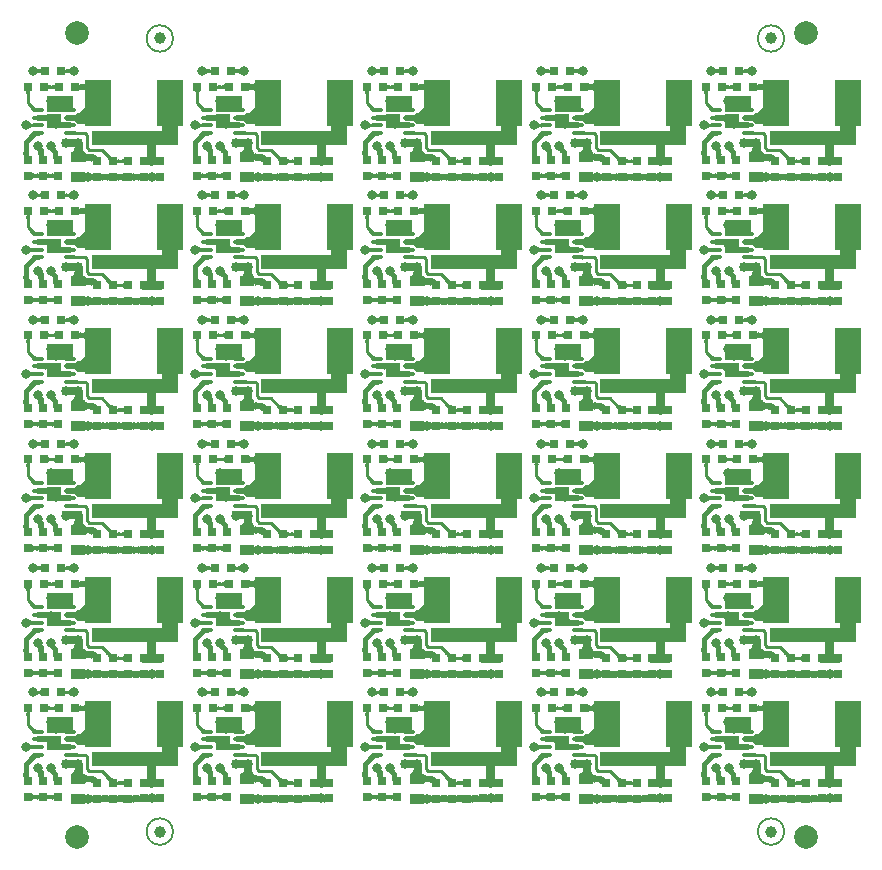
<source format=gtl>
G04*
G04 #@! TF.GenerationSoftware,Altium Limited,Altium Designer,23.5.1 (21)*
G04*
G04 Layer_Physical_Order=1*
G04 Layer_Color=2759861*
%FSTAX25Y25*%
%MOIN*%
G70*
G04*
G04 #@! TF.SameCoordinates,755BC27C-C67A-4D62-9883-C884FE973DC9*
G04*
G04*
G04 #@! TF.FilePolarity,Positive*
G04*
G01*
G75*
%ADD10C,0.00787*%
%ADD11C,0.03937*%
%ADD12O,0.03937X0.01575*%
%ADD13R,0.05000X0.03500*%
%ADD14R,0.08661X0.15748*%
%ADD15R,0.03150X0.02953*%
%ADD16R,0.02953X0.03150*%
%ADD17C,0.01000*%
%ADD18C,0.01500*%
%ADD19C,0.02000*%
%ADD20C,0.01200*%
%ADD21C,0.02500*%
%ADD22C,0.03000*%
%ADD23C,0.01900*%
%ADD24R,0.06988X0.02657*%
%ADD25R,0.05593X0.18334*%
%ADD26R,0.06988X0.03065*%
%ADD27R,0.05000X0.04533*%
%ADD28R,0.09153X0.05217*%
%ADD29R,0.28872X0.04600*%
%ADD30C,0.07874*%
%ADD31C,0.03150*%
G36*
X0243561Y0264256D02*
X0243441Y0264371D01*
X0243319Y0264473D01*
X0243195Y0264563D01*
X0243067Y0264642D01*
X0242937Y0264708D01*
X0242805Y0264762D01*
X0242669Y0264805D01*
X0242531Y0264835D01*
X0242481Y0264841D01*
X0242455Y0264839D01*
X0242303Y0264814D01*
X0242172Y0264779D01*
X024206Y0264734D01*
X0241969Y0264679D01*
X0241898Y0264614D01*
X0241848Y0264539D01*
X0241817Y0264454D01*
X0241807Y0264359D01*
Y0266359D01*
X0241817Y0266264D01*
X0241848Y0266179D01*
X0241898Y0266104D01*
X0241969Y0266039D01*
X024206Y0265984D01*
X0242172Y0265939D01*
X0242303Y0265904D01*
X0242455Y0265879D01*
X0242481Y0265876D01*
X0242531Y0265883D01*
X0242669Y0265913D01*
X0242805Y0265955D01*
X0242937Y0266009D01*
X0243067Y0266075D01*
X0243195Y0266154D01*
X0243319Y0266244D01*
X0243441Y0266347D01*
X0243561Y0266461D01*
Y0264256D01*
D02*
G37*
G36*
X0187065D02*
X0186945Y0264371D01*
X0186823Y0264473D01*
X0186698Y0264563D01*
X0186571Y0264642D01*
X0186441Y0264708D01*
X0186308Y0264762D01*
X0186173Y0264805D01*
X0186035Y0264835D01*
X0185985Y0264841D01*
X0185959Y0264839D01*
X0185807Y0264814D01*
X0185675Y0264779D01*
X0185564Y0264734D01*
X0185473Y0264679D01*
X0185402Y0264614D01*
X0185352Y0264539D01*
X0185321Y0264454D01*
X0185311Y0264359D01*
Y0266359D01*
X0185321Y0266264D01*
X0185352Y0266179D01*
X0185402Y0266104D01*
X0185473Y0266039D01*
X0185564Y0265984D01*
X0185675Y0265939D01*
X0185807Y0265904D01*
X0185959Y0265879D01*
X0185985Y0265876D01*
X0186035Y0265883D01*
X0186173Y0265913D01*
X0186308Y0265955D01*
X0186441Y0266009D01*
X0186571Y0266075D01*
X0186698Y0266154D01*
X0186823Y0266244D01*
X0186945Y0266347D01*
X0187065Y0266461D01*
Y0264256D01*
D02*
G37*
G36*
X0130569D02*
X0130449Y0264371D01*
X0130327Y0264473D01*
X0130202Y0264563D01*
X0130075Y0264642D01*
X0129945Y0264708D01*
X0129812Y0264762D01*
X0129677Y0264805D01*
X0129539Y0264835D01*
X0129489Y0264841D01*
X0129463Y0264839D01*
X0129311Y0264814D01*
X0129179Y0264779D01*
X0129068Y0264734D01*
X0128977Y0264679D01*
X0128906Y0264614D01*
X0128855Y0264539D01*
X0128825Y0264454D01*
X0128815Y0264359D01*
Y0266359D01*
X0128825Y0266264D01*
X0128855Y0266179D01*
X0128906Y0266104D01*
X0128977Y0266039D01*
X0129068Y0265984D01*
X0129179Y0265939D01*
X0129311Y0265904D01*
X0129463Y0265879D01*
X0129489Y0265876D01*
X0129539Y0265883D01*
X0129677Y0265913D01*
X0129812Y0265955D01*
X0129945Y0266009D01*
X0130075Y0266075D01*
X0130202Y0266154D01*
X0130327Y0266244D01*
X0130449Y0266347D01*
X0130569Y0266461D01*
Y0264256D01*
D02*
G37*
G36*
X0074072D02*
X0073953Y0264371D01*
X0073831Y0264473D01*
X0073706Y0264563D01*
X0073579Y0264642D01*
X0073449Y0264708D01*
X0073316Y0264762D01*
X0073181Y0264805D01*
X0073043Y0264835D01*
X0072993Y0264841D01*
X0072966Y0264839D01*
X0072815Y0264814D01*
X0072683Y0264779D01*
X0072572Y0264734D01*
X0072481Y0264679D01*
X007241Y0264614D01*
X0072359Y0264539D01*
X0072329Y0264454D01*
X0072319Y0264359D01*
Y0266359D01*
X0072329Y0266264D01*
X0072359Y0266179D01*
X007241Y0266104D01*
X0072481Y0266039D01*
X0072572Y0265984D01*
X0072683Y0265939D01*
X0072815Y0265904D01*
X0072966Y0265879D01*
X0072993Y0265876D01*
X0073043Y0265883D01*
X0073181Y0265913D01*
X0073316Y0265955D01*
X0073449Y0266009D01*
X0073579Y0266075D01*
X0073706Y0266154D01*
X0073831Y0266244D01*
X0073953Y0266347D01*
X0074072Y0266461D01*
Y0264256D01*
D02*
G37*
G36*
X0017576D02*
X0017457Y0264371D01*
X0017335Y0264473D01*
X001721Y0264563D01*
X0017083Y0264642D01*
X0016953Y0264708D01*
X001682Y0264762D01*
X0016685Y0264805D01*
X0016547Y0264835D01*
X0016497Y0264841D01*
X001647Y0264839D01*
X0016318Y0264814D01*
X0016187Y0264779D01*
X0016075Y0264734D01*
X0015984Y0264679D01*
X0015914Y0264614D01*
X0015863Y0264539D01*
X0015833Y0264454D01*
X0015822Y0264359D01*
Y0266359D01*
X0015833Y0266264D01*
X0015863Y0266179D01*
X0015914Y0266104D01*
X0015984Y0266039D01*
X0016075Y0265984D01*
X0016187Y0265939D01*
X0016318Y0265904D01*
X001647Y0265879D01*
X0016497Y0265876D01*
X0016547Y0265883D01*
X0016685Y0265913D01*
X001682Y0265955D01*
X0016953Y0266009D01*
X0017083Y0266075D01*
X001721Y0266154D01*
X0017335Y0266244D01*
X0017457Y0266347D01*
X0017576Y0266461D01*
Y0264256D01*
D02*
G37*
G36*
X0232052Y0266347D02*
X0232174Y0266244D01*
X0232298Y0266154D01*
X0232426Y0266075D01*
X0232556Y0266009D01*
X0232688Y0265955D01*
X0232824Y0265913D01*
X0232961Y0265883D01*
X0233085Y0265904D01*
X0233215Y0265939D01*
X0233325Y0265984D01*
X0233415Y0266039D01*
X0233485Y0266104D01*
X0233535Y0266179D01*
X0233565Y0266264D01*
X0233575Y0266359D01*
Y0264359D01*
X0233565Y0264454D01*
X0233535Y0264539D01*
X0233485Y0264614D01*
X0233415Y0264679D01*
X0233325Y0264734D01*
X0233215Y0264779D01*
X0233085Y0264814D01*
X0232961Y0264834D01*
X0232824Y0264805D01*
X0232688Y0264762D01*
X0232556Y0264708D01*
X0232426Y0264642D01*
X0232298Y0264563D01*
X0232174Y0264473D01*
X0232052Y0264371D01*
X0231932Y0264256D01*
Y0266461D01*
X0232052Y0266347D01*
D02*
G37*
G36*
X0175555D02*
X0175678Y0266244D01*
X0175802Y0266154D01*
X017593Y0266075D01*
X017606Y0266009D01*
X0176192Y0265955D01*
X0176328Y0265913D01*
X0176465Y0265883D01*
X0176589Y0265904D01*
X0176719Y0265939D01*
X0176829Y0265984D01*
X0176919Y0266039D01*
X0176989Y0266104D01*
X0177039Y0266179D01*
X0177069Y0266264D01*
X0177079Y0266359D01*
Y0264359D01*
X0177069Y0264454D01*
X0177039Y0264539D01*
X0176989Y0264614D01*
X0176919Y0264679D01*
X0176829Y0264734D01*
X0176719Y0264779D01*
X0176589Y0264814D01*
X0176465Y0264834D01*
X0176328Y0264805D01*
X0176192Y0264762D01*
X017606Y0264708D01*
X017593Y0264642D01*
X0175802Y0264563D01*
X0175678Y0264473D01*
X0175555Y0264371D01*
X0175436Y0264256D01*
Y0266461D01*
X0175555Y0266347D01*
D02*
G37*
G36*
X0119059D02*
X0119181Y0266244D01*
X0119306Y0266154D01*
X0119433Y0266075D01*
X0119563Y0266009D01*
X0119696Y0265955D01*
X0119832Y0265913D01*
X0119969Y0265883D01*
X0120093Y0265904D01*
X0120223Y0265939D01*
X0120333Y0265984D01*
X0120423Y0266039D01*
X0120493Y0266104D01*
X0120543Y0266179D01*
X0120573Y0266264D01*
X0120583Y0266359D01*
Y0264359D01*
X0120573Y0264454D01*
X0120543Y0264539D01*
X0120493Y0264614D01*
X0120423Y0264679D01*
X0120333Y0264734D01*
X0120223Y0264779D01*
X0120093Y0264814D01*
X0119969Y0264834D01*
X0119832Y0264805D01*
X0119696Y0264762D01*
X0119563Y0264708D01*
X0119433Y0264642D01*
X0119306Y0264563D01*
X0119181Y0264473D01*
X0119059Y0264371D01*
X011894Y0264256D01*
Y0266461D01*
X0119059Y0266347D01*
D02*
G37*
G36*
X0062563D02*
X0062685Y0266244D01*
X006281Y0266154D01*
X0062937Y0266075D01*
X0063067Y0266009D01*
X00632Y0265955D01*
X0063335Y0265913D01*
X0063472Y0265883D01*
X0063597Y0265904D01*
X0063727Y0265939D01*
X0063837Y0265984D01*
X0063927Y0266039D01*
X0063997Y0266104D01*
X0064047Y0266179D01*
X0064077Y0266264D01*
X0064087Y0266359D01*
Y0264359D01*
X0064077Y0264454D01*
X0064047Y0264539D01*
X0063997Y0264614D01*
X0063927Y0264679D01*
X0063837Y0264734D01*
X0063727Y0264779D01*
X0063597Y0264814D01*
X0063472Y0264834D01*
X0063335Y0264805D01*
X00632Y0264762D01*
X0063067Y0264708D01*
X0062937Y0264642D01*
X006281Y0264563D01*
X0062685Y0264473D01*
X0062563Y0264371D01*
X0062444Y0264256D01*
Y0266461D01*
X0062563Y0266347D01*
D02*
G37*
G36*
X0006067D02*
X0006189Y0266244D01*
X0006314Y0266154D01*
X0006441Y0266075D01*
X0006571Y0266009D01*
X0006704Y0265955D01*
X0006839Y0265913D01*
X0006976Y0265883D01*
X0007101Y0265904D01*
X0007231Y0265939D01*
X0007341Y0265984D01*
X0007431Y0266039D01*
X0007501Y0266104D01*
X0007551Y0266179D01*
X0007581Y0266264D01*
X0007591Y0266359D01*
Y0264359D01*
X0007581Y0264454D01*
X0007551Y0264539D01*
X0007501Y0264614D01*
X0007431Y0264679D01*
X0007341Y0264734D01*
X0007231Y0264779D01*
X0007101Y0264814D01*
X0006976Y0264834D01*
X0006839Y0264805D01*
X0006704Y0264762D01*
X0006571Y0264708D01*
X0006441Y0264642D01*
X0006314Y0264563D01*
X0006189Y0264473D01*
X0006067Y0264371D01*
X0005948Y0264256D01*
Y0266461D01*
X0006067Y0266347D01*
D02*
G37*
G36*
X0248351Y0258642D02*
X0248336Y0258785D01*
X0248291Y0258912D01*
X0248215Y0259025D01*
X0248109Y0259122D01*
X0247973Y0259205D01*
X0247807Y0259272D01*
X024761Y0259325D01*
X0247444Y0259352D01*
X0247278Y0259325D01*
X0247083Y0259272D01*
X0246919Y0259205D01*
X0246783Y0259122D01*
X0246678Y0259025D01*
X0246603Y0258912D01*
X0246558Y0258785D01*
X0246544Y0258642D01*
Y0261642D01*
X0246558Y02615D01*
X0246603Y0261372D01*
X0246678Y026126D01*
X0246783Y0261162D01*
X0246919Y026108D01*
X0247083Y0261012D01*
X0247278Y026096D01*
X0247444Y0260932D01*
X024761Y026096D01*
X0247807Y0261012D01*
X0247973Y026108D01*
X0248109Y0261162D01*
X0248215Y026126D01*
X0248291Y0261372D01*
X0248336Y02615D01*
X0248351Y0261642D01*
Y0258642D01*
D02*
G37*
G36*
X0191855D02*
X019184Y0258785D01*
X0191795Y0258912D01*
X0191719Y0259025D01*
X0191613Y0259122D01*
X0191477Y0259205D01*
X0191311Y0259272D01*
X0191114Y0259325D01*
X0190948Y0259352D01*
X0190782Y0259325D01*
X0190587Y0259272D01*
X0190422Y0259205D01*
X0190287Y0259122D01*
X0190182Y0259025D01*
X0190107Y0258912D01*
X0190062Y0258785D01*
X0190047Y0258642D01*
Y0261642D01*
X0190062Y02615D01*
X0190107Y0261372D01*
X0190182Y026126D01*
X0190287Y0261162D01*
X0190422Y026108D01*
X0190587Y0261012D01*
X0190782Y026096D01*
X0190948Y0260932D01*
X0191114Y026096D01*
X0191311Y0261012D01*
X0191477Y026108D01*
X0191613Y0261162D01*
X0191719Y026126D01*
X0191795Y0261372D01*
X019184Y02615D01*
X0191855Y0261642D01*
Y0258642D01*
D02*
G37*
G36*
X0135359D02*
X0135344Y0258785D01*
X0135298Y0258912D01*
X0135223Y0259025D01*
X0135117Y0259122D01*
X0134981Y0259205D01*
X0134815Y0259272D01*
X0134618Y0259325D01*
X0134451Y0259352D01*
X0134286Y0259325D01*
X0134091Y0259272D01*
X0133926Y0259205D01*
X0133791Y0259122D01*
X0133686Y0259025D01*
X0133611Y0258912D01*
X0133566Y0258785D01*
X0133551Y0258642D01*
Y0261642D01*
X0133566Y02615D01*
X0133611Y0261372D01*
X0133686Y026126D01*
X0133791Y0261162D01*
X0133926Y026108D01*
X0134091Y0261012D01*
X0134286Y026096D01*
X0134451Y0260932D01*
X0134618Y026096D01*
X0134815Y0261012D01*
X0134981Y026108D01*
X0135117Y0261162D01*
X0135223Y026126D01*
X0135298Y0261372D01*
X0135344Y02615D01*
X0135359Y0261642D01*
Y0258642D01*
D02*
G37*
G36*
X0078863D02*
X0078848Y0258785D01*
X0078802Y0258912D01*
X0078727Y0259025D01*
X0078621Y0259122D01*
X0078485Y0259205D01*
X0078318Y0259272D01*
X0078122Y0259325D01*
X0077955Y0259352D01*
X007779Y0259325D01*
X0077595Y0259272D01*
X007743Y0259205D01*
X0077295Y0259122D01*
X007719Y0259025D01*
X0077115Y0258912D01*
X007707Y0258785D01*
X0077055Y0258642D01*
Y0261642D01*
X007707Y02615D01*
X0077115Y0261372D01*
X007719Y026126D01*
X0077295Y0261162D01*
X007743Y026108D01*
X0077595Y0261012D01*
X007779Y026096D01*
X0077955Y0260932D01*
X0078122Y026096D01*
X0078318Y0261012D01*
X0078485Y026108D01*
X0078621Y0261162D01*
X0078727Y026126D01*
X0078802Y0261372D01*
X0078848Y02615D01*
X0078863Y0261642D01*
Y0258642D01*
D02*
G37*
G36*
X0022366D02*
X0022351Y0258785D01*
X0022306Y0258912D01*
X002223Y0259025D01*
X0022125Y0259122D01*
X0021989Y0259205D01*
X0021822Y0259272D01*
X0021626Y0259325D01*
X0021459Y0259352D01*
X0021294Y0259325D01*
X0021099Y0259272D01*
X0020934Y0259205D01*
X0020799Y0259122D01*
X0020694Y0259025D01*
X0020619Y0258912D01*
X0020574Y0258785D01*
X0020559Y0258642D01*
Y0261642D01*
X0020574Y02615D01*
X0020619Y0261372D01*
X0020694Y026126D01*
X0020799Y0261162D01*
X0020934Y026108D01*
X0021099Y0261012D01*
X0021294Y026096D01*
X0021459Y0260932D01*
X0021626Y026096D01*
X0021822Y0261012D01*
X0021989Y026108D01*
X0022125Y0261162D01*
X002223Y026126D01*
X0022306Y0261372D01*
X0022351Y02615D01*
X0022366Y0261642D01*
Y0258642D01*
D02*
G37*
G36*
X0238312Y0259142D02*
X0238302Y0259237D01*
X0238271Y0259322D01*
X0238221Y0259397D01*
X023815Y0259462D01*
X0238059Y0259517D01*
X0237947Y0259562D01*
X0237816Y0259597D01*
X0237664Y0259622D01*
X0237492Y0259637D01*
X02373Y0259642D01*
Y0260642D01*
X0237492Y0260647D01*
X0237664Y0260662D01*
X0237816Y0260687D01*
X0237947Y0260722D01*
X0238059Y0260767D01*
X023815Y0260822D01*
X0238221Y0260887D01*
X0238271Y0260962D01*
X0238302Y0261047D01*
X0238312Y0261142D01*
Y0259142D01*
D02*
G37*
G36*
X0236022Y0261047D02*
X0236052Y0260962D01*
X0236102Y0260887D01*
X0236172Y0260822D01*
X0236262Y0260767D01*
X0236372Y0260722D01*
X0236502Y0260687D01*
X0236652Y0260662D01*
X0236822Y0260647D01*
X0237012Y0260642D01*
Y0259642D01*
X0236822Y0259637D01*
X0236652Y0259622D01*
X0236502Y0259597D01*
X0236372Y0259562D01*
X0236262Y0259517D01*
X0236172Y0259462D01*
X0236102Y0259397D01*
X0236052Y0259322D01*
X0236022Y0259237D01*
X0236012Y0259142D01*
Y0261142D01*
X0236022Y0261047D01*
D02*
G37*
G36*
X0181816Y0259142D02*
X0181806Y0259237D01*
X0181775Y0259322D01*
X0181725Y0259397D01*
X0181654Y0259462D01*
X0181563Y0259517D01*
X0181451Y0259562D01*
X018132Y0259597D01*
X0181168Y0259622D01*
X0180996Y0259637D01*
X0180804Y0259642D01*
Y0260642D01*
X0180996Y0260647D01*
X0181168Y0260662D01*
X018132Y0260687D01*
X0181451Y0260722D01*
X0181563Y0260767D01*
X0181654Y0260822D01*
X0181725Y0260887D01*
X0181775Y0260962D01*
X0181806Y0261047D01*
X0181816Y0261142D01*
Y0259142D01*
D02*
G37*
G36*
X0179526Y0261047D02*
X0179556Y0260962D01*
X0179606Y0260887D01*
X0179676Y0260822D01*
X0179766Y0260767D01*
X0179876Y0260722D01*
X0180006Y0260687D01*
X0180156Y0260662D01*
X0180326Y0260647D01*
X0180516Y0260642D01*
Y0259642D01*
X0180326Y0259637D01*
X0180156Y0259622D01*
X0180006Y0259597D01*
X0179876Y0259562D01*
X0179766Y0259517D01*
X0179676Y0259462D01*
X0179606Y0259397D01*
X0179556Y0259322D01*
X0179526Y0259237D01*
X0179516Y0259142D01*
Y0261142D01*
X0179526Y0261047D01*
D02*
G37*
G36*
X012532Y0259142D02*
X0125309Y0259237D01*
X0125279Y0259322D01*
X0125228Y0259397D01*
X0125157Y0259462D01*
X0125066Y0259517D01*
X0124955Y0259562D01*
X0124824Y0259597D01*
X0124672Y0259622D01*
X01245Y0259637D01*
X0124307Y0259642D01*
Y0260642D01*
X01245Y0260647D01*
X0124672Y0260662D01*
X0124824Y0260687D01*
X0124955Y0260722D01*
X0125066Y0260767D01*
X0125157Y0260822D01*
X0125228Y0260887D01*
X0125279Y0260962D01*
X0125309Y0261047D01*
X012532Y0261142D01*
Y0259142D01*
D02*
G37*
G36*
X012303Y0261047D02*
X012306Y0260962D01*
X012311Y0260887D01*
X012318Y0260822D01*
X012327Y0260767D01*
X012338Y0260722D01*
X012351Y0260687D01*
X012366Y0260662D01*
X012383Y0260647D01*
X012402Y0260642D01*
Y0259642D01*
X012383Y0259637D01*
X012366Y0259622D01*
X012351Y0259597D01*
X012338Y0259562D01*
X012327Y0259517D01*
X012318Y0259462D01*
X012311Y0259397D01*
X012306Y0259322D01*
X012303Y0259237D01*
X012302Y0259142D01*
Y0261142D01*
X012303Y0261047D01*
D02*
G37*
G36*
X0068823Y0259142D02*
X0068813Y0259237D01*
X0068783Y0259322D01*
X0068732Y0259397D01*
X0068661Y0259462D01*
X006857Y0259517D01*
X0068459Y0259562D01*
X0068327Y0259597D01*
X0068176Y0259622D01*
X0068004Y0259637D01*
X0067811Y0259642D01*
Y0260642D01*
X0068004Y0260647D01*
X0068176Y0260662D01*
X0068327Y0260687D01*
X0068459Y0260722D01*
X006857Y0260767D01*
X0068661Y0260822D01*
X0068732Y0260887D01*
X0068783Y0260962D01*
X0068813Y0261047D01*
X0068823Y0261142D01*
Y0259142D01*
D02*
G37*
G36*
X0066534Y0261047D02*
X0066564Y0260962D01*
X0066614Y0260887D01*
X0066684Y0260822D01*
X0066774Y0260767D01*
X0066884Y0260722D01*
X0067014Y0260687D01*
X0067164Y0260662D01*
X0067334Y0260647D01*
X0067524Y0260642D01*
Y0259642D01*
X0067334Y0259637D01*
X0067164Y0259622D01*
X0067014Y0259597D01*
X0066884Y0259562D01*
X0066774Y0259517D01*
X0066684Y0259462D01*
X0066614Y0259397D01*
X0066564Y0259322D01*
X0066534Y0259237D01*
X0066524Y0259142D01*
Y0261142D01*
X0066534Y0261047D01*
D02*
G37*
G36*
X0012327Y0259142D02*
X0012317Y0259237D01*
X0012287Y0259322D01*
X0012236Y0259397D01*
X0012165Y0259462D01*
X0012074Y0259517D01*
X0011963Y0259562D01*
X0011831Y0259597D01*
X0011679Y0259622D01*
X0011507Y0259637D01*
X0011315Y0259642D01*
Y0260642D01*
X0011507Y0260647D01*
X0011679Y0260662D01*
X0011831Y0260687D01*
X0011963Y0260722D01*
X0012074Y0260767D01*
X0012165Y0260822D01*
X0012236Y0260887D01*
X0012287Y0260962D01*
X0012317Y0261047D01*
X0012327Y0261142D01*
Y0259142D01*
D02*
G37*
G36*
X0010037Y0261047D02*
X0010067Y0260962D01*
X0010117Y0260887D01*
X0010187Y0260822D01*
X0010277Y0260767D01*
X0010387Y0260722D01*
X0010517Y0260687D01*
X0010667Y0260662D01*
X0010837Y0260647D01*
X0011027Y0260642D01*
Y0259642D01*
X0010837Y0259637D01*
X0010667Y0259622D01*
X0010517Y0259597D01*
X0010387Y0259562D01*
X0010277Y0259517D01*
X0010187Y0259462D01*
X0010117Y0259397D01*
X0010067Y0259322D01*
X0010037Y0259237D01*
X0010027Y0259142D01*
Y0261142D01*
X0010037Y0261047D01*
D02*
G37*
G36*
X0230138Y0258581D02*
X0230053Y0258551D01*
X0229978Y02585D01*
X0229913Y025843D01*
X0229858Y0258338D01*
X0229813Y0258227D01*
X0229778Y0258096D01*
X0229753Y0257944D01*
X0229738Y0257772D01*
X0229733Y0257579D01*
X0228733D01*
X0228728Y0257772D01*
X0228713Y0257944D01*
X0228688Y0258096D01*
X0228653Y0258227D01*
X0228608Y0258338D01*
X0228553Y025843D01*
X0228488Y02585D01*
X0228413Y0258551D01*
X0228328Y0258581D01*
X0228233Y0258591D01*
X0230233D01*
X0230138Y0258581D01*
D02*
G37*
G36*
X0173642D02*
X0173557Y0258551D01*
X0173482Y02585D01*
X0173417Y025843D01*
X0173362Y0258338D01*
X0173317Y0258227D01*
X0173282Y0258096D01*
X0173257Y0257944D01*
X0173242Y0257772D01*
X0173237Y0257579D01*
X0172237D01*
X0172232Y0257772D01*
X0172217Y0257944D01*
X0172192Y0258096D01*
X0172157Y0258227D01*
X0172112Y0258338D01*
X0172057Y025843D01*
X0171992Y02585D01*
X0171917Y0258551D01*
X0171832Y0258581D01*
X0171737Y0258591D01*
X0173737D01*
X0173642Y0258581D01*
D02*
G37*
G36*
X0117145D02*
X011706Y0258551D01*
X0116985Y02585D01*
X011692Y025843D01*
X0116865Y0258338D01*
X011682Y0258227D01*
X0116785Y0258096D01*
X011676Y0257944D01*
X0116745Y0257772D01*
X011674Y0257579D01*
X011574D01*
X0115735Y0257772D01*
X011572Y0257944D01*
X0115695Y0258096D01*
X011566Y0258227D01*
X0115615Y0258338D01*
X011556Y025843D01*
X0115495Y02585D01*
X011542Y0258551D01*
X0115335Y0258581D01*
X011524Y0258591D01*
X011724D01*
X0117145Y0258581D01*
D02*
G37*
G36*
X0060649D02*
X0060564Y0258551D01*
X0060489Y02585D01*
X0060424Y025843D01*
X0060369Y0258338D01*
X0060324Y0258227D01*
X0060289Y0258096D01*
X0060264Y0257944D01*
X0060249Y0257772D01*
X0060244Y0257579D01*
X0059244D01*
X0059239Y0257772D01*
X0059224Y0257944D01*
X0059199Y0258096D01*
X0059164Y0258227D01*
X0059119Y0258338D01*
X0059064Y025843D01*
X0058999Y02585D01*
X0058924Y0258551D01*
X0058839Y0258581D01*
X0058744Y0258591D01*
X0060744D01*
X0060649Y0258581D01*
D02*
G37*
G36*
X0004153D02*
X0004068Y0258551D01*
X0003993Y02585D01*
X0003928Y025843D01*
X0003873Y0258338D01*
X0003828Y0258227D01*
X0003793Y0258096D01*
X0003768Y0257944D01*
X0003753Y0257772D01*
X0003748Y0257579D01*
X0002748D01*
X0002743Y0257772D01*
X0002728Y0257944D01*
X0002703Y0258096D01*
X0002668Y0258227D01*
X0002623Y0258338D01*
X0002568Y025843D01*
X0002503Y02585D01*
X0002428Y0258551D01*
X0002343Y0258581D01*
X0002248Y0258591D01*
X0004248D01*
X0004153Y0258581D01*
D02*
G37*
G36*
X0243655Y0253925D02*
X024367Y0253753D01*
X0243695Y0253602D01*
X024373Y025347D01*
X0243775Y0253359D01*
X024383Y0253268D01*
X0243895Y0253197D01*
X024397Y0253146D01*
X0244055Y0253116D01*
X024415Y0253106D01*
X024215D01*
X0242245Y0253116D01*
X024233Y0253146D01*
X0242405Y0253197D01*
X024247Y0253268D01*
X0242525Y0253359D01*
X024257Y025347D01*
X0242605Y0253602D01*
X024263Y0253753D01*
X0242645Y0253925D01*
X024265Y0254118D01*
X024365D01*
X0243655Y0253925D01*
D02*
G37*
G36*
X0187159D02*
X0187174Y0253753D01*
X0187199Y0253602D01*
X0187234Y025347D01*
X0187279Y0253359D01*
X0187334Y0253268D01*
X0187399Y0253197D01*
X0187474Y0253146D01*
X0187559Y0253116D01*
X0187654Y0253106D01*
X0185654D01*
X0185749Y0253116D01*
X0185834Y0253146D01*
X0185909Y0253197D01*
X0185974Y0253268D01*
X0186029Y0253359D01*
X0186074Y025347D01*
X0186109Y0253602D01*
X0186134Y0253753D01*
X0186149Y0253925D01*
X0186154Y0254118D01*
X0187154D01*
X0187159Y0253925D01*
D02*
G37*
G36*
X0130663D02*
X0130678Y0253753D01*
X0130703Y0253602D01*
X0130738Y025347D01*
X0130783Y0253359D01*
X0130838Y0253268D01*
X0130903Y0253197D01*
X0130978Y0253146D01*
X0131063Y0253116D01*
X0131158Y0253106D01*
X0129158D01*
X0129253Y0253116D01*
X0129338Y0253146D01*
X0129413Y0253197D01*
X0129478Y0253268D01*
X0129533Y0253359D01*
X0129578Y025347D01*
X0129613Y0253602D01*
X0129638Y0253753D01*
X0129653Y0253925D01*
X0129658Y0254118D01*
X0130658D01*
X0130663Y0253925D01*
D02*
G37*
G36*
X0074167D02*
X0074182Y0253753D01*
X0074207Y0253602D01*
X0074242Y025347D01*
X0074287Y0253359D01*
X0074342Y0253268D01*
X0074407Y0253197D01*
X0074482Y0253146D01*
X0074567Y0253116D01*
X0074662Y0253106D01*
X0072662D01*
X0072757Y0253116D01*
X0072842Y0253146D01*
X0072917Y0253197D01*
X0072982Y0253268D01*
X0073037Y0253359D01*
X0073082Y025347D01*
X0073117Y0253602D01*
X0073142Y0253753D01*
X0073157Y0253925D01*
X0073162Y0254118D01*
X0074162D01*
X0074167Y0253925D01*
D02*
G37*
G36*
X001767D02*
X0017685Y0253753D01*
X001771Y0253602D01*
X0017745Y025347D01*
X001779Y0253359D01*
X0017845Y0253268D01*
X001791Y0253197D01*
X0017985Y0253146D01*
X001807Y0253116D01*
X0018165Y0253106D01*
X0016165D01*
X001626Y0253116D01*
X0016345Y0253146D01*
X001642Y0253197D01*
X0016485Y0253268D01*
X001654Y0253359D01*
X0016585Y025347D01*
X001662Y0253602D01*
X0016645Y0253753D01*
X001666Y0253925D01*
X0016665Y0254118D01*
X0017665D01*
X001767Y0253925D01*
D02*
G37*
G36*
X023094Y0253637D02*
X0231294Y0253338D01*
X0231454Y0253228D01*
X0231601Y0253143D01*
X0231737Y0253084D01*
X023186Y0253051D01*
X0231972Y0253043D01*
X0232072Y0253062D01*
X0232159Y0253106D01*
X0230609Y0252025D01*
X0230578Y0252154D01*
X0230538Y0252283D01*
X0230489Y0252411D01*
X0230431Y0252537D01*
X0230363Y0252662D01*
X0230287Y0252785D01*
X0230201Y0252908D01*
X0230106Y0253029D01*
X0229888Y0253268D01*
X0230745Y0253825D01*
X023094Y0253637D01*
D02*
G37*
G36*
X0174444D02*
X0174798Y0253338D01*
X0174958Y0253228D01*
X0175105Y0253143D01*
X0175241Y0253084D01*
X0175364Y0253051D01*
X0175476Y0253043D01*
X0175575Y0253062D01*
X0175663Y0253106D01*
X0174112Y0252025D01*
X0174082Y0252154D01*
X0174042Y0252283D01*
X0173993Y0252411D01*
X0173935Y0252537D01*
X0173867Y0252662D01*
X0173791Y0252785D01*
X0173705Y0252908D01*
X017361Y0253029D01*
X0173392Y0253268D01*
X0174249Y0253825D01*
X0174444Y0253637D01*
D02*
G37*
G36*
X0117948D02*
X0118302Y0253338D01*
X0118461Y0253228D01*
X0118609Y0253143D01*
X0118744Y0253084D01*
X0118868Y0253051D01*
X011898Y0253043D01*
X0119079Y0253062D01*
X0119167Y0253106D01*
X0117616Y0252025D01*
X0117586Y0252154D01*
X0117546Y0252283D01*
X0117497Y0252411D01*
X0117439Y0252537D01*
X0117371Y0252662D01*
X0117295Y0252785D01*
X0117209Y0252908D01*
X0117113Y0253029D01*
X0116895Y0253268D01*
X0117753Y0253825D01*
X0117948Y0253637D01*
D02*
G37*
G36*
X0061452D02*
X0061806Y0253338D01*
X0061965Y0253228D01*
X0062113Y0253143D01*
X0062248Y0253084D01*
X0062372Y0253051D01*
X0062483Y0253043D01*
X0062583Y0253062D01*
X0062671Y0253106D01*
X006112Y0252025D01*
X006109Y0252154D01*
X006105Y0252283D01*
X0061001Y0252411D01*
X0060943Y0252537D01*
X0060875Y0252662D01*
X0060798Y0252785D01*
X0060712Y0252908D01*
X0060617Y0253029D01*
X0060399Y0253268D01*
X0061257Y0253825D01*
X0061452Y0253637D01*
D02*
G37*
G36*
X0004956D02*
X000531Y0253338D01*
X0005469Y0253228D01*
X0005616Y0253143D01*
X0005752Y0253084D01*
X0005875Y0253051D01*
X0005987Y0253043D01*
X0006087Y0253062D01*
X0006175Y0253106D01*
X0004624Y0252025D01*
X0004593Y0252154D01*
X0004554Y0252283D01*
X0004505Y0252411D01*
X0004446Y0252537D01*
X0004379Y0252662D01*
X0004302Y0252785D01*
X0004216Y0252908D01*
X0004121Y0253029D01*
X0003903Y0253268D01*
X0004761Y0253825D01*
X0004956Y0253637D01*
D02*
G37*
G36*
X0236103Y0250661D02*
X0235378Y0248579D01*
X0235352Y0248615D01*
X0235309Y0248647D01*
X0235249Y0248675D01*
X0235172Y02487D01*
X0235079Y0248721D01*
X0234968Y0248738D01*
X0234697Y0248761D01*
X0234359Y0248768D01*
X023437Y0250768D01*
X0236103Y0250661D01*
D02*
G37*
G36*
X0179606D02*
X0178882Y0248579D01*
X0178856Y0248615D01*
X0178813Y0248647D01*
X0178753Y0248675D01*
X0178676Y02487D01*
X0178583Y0248721D01*
X0178472Y0248738D01*
X0178201Y0248761D01*
X0177862Y0248768D01*
X0177874Y0250768D01*
X0179606Y0250661D01*
D02*
G37*
G36*
X012311D02*
X0122386Y0248579D01*
X012236Y0248615D01*
X0122317Y0248647D01*
X0122257Y0248675D01*
X012218Y02487D01*
X0122086Y0248721D01*
X0121976Y0248738D01*
X0121705Y0248761D01*
X0121366Y0248768D01*
X0121378Y0250768D01*
X012311Y0250661D01*
D02*
G37*
G36*
X0066614D02*
X006589Y0248579D01*
X0065863Y0248615D01*
X006582Y0248647D01*
X006576Y0248675D01*
X0065684Y02487D01*
X006559Y0248721D01*
X006548Y0248738D01*
X0065209Y0248761D01*
X006487Y0248768D01*
X0064882Y0250768D01*
X0066614Y0250661D01*
D02*
G37*
G36*
X0010118D02*
X0009393Y0248579D01*
X0009367Y0248615D01*
X0009324Y0248647D01*
X0009264Y0248675D01*
X0009188Y02487D01*
X0009094Y0248721D01*
X0008984Y0248738D01*
X0008713Y0248761D01*
X0008374Y0248768D01*
X0008386Y0250768D01*
X0010118Y0250661D01*
D02*
G37*
G36*
X0249213Y0253154D02*
Y0248036D01*
X0248918Y0247741D01*
X024587D01*
X0244842Y0248769D01*
X0242028D01*
Y0250735D01*
X0244826D01*
X0245571Y0251481D01*
X0246555D01*
X0248721Y0253646D01*
X0249213Y0253154D01*
D02*
G37*
G36*
X0192717D02*
Y0248036D01*
X0192422Y0247741D01*
X0189374D01*
X0188345Y0248769D01*
X0185532D01*
Y0250735D01*
X0188329D01*
X0189075Y0251481D01*
X0190059D01*
X0192225Y0253646D01*
X0192717Y0253154D01*
D02*
G37*
G36*
X0136221D02*
Y0248036D01*
X0135925Y0247741D01*
X0132878D01*
X0131849Y0248769D01*
X0129036D01*
Y0250735D01*
X0131833D01*
X0132579Y0251481D01*
X0133563D01*
X0135729Y0253646D01*
X0136221Y0253154D01*
D02*
G37*
G36*
X0079725D02*
Y0248036D01*
X0079429Y0247741D01*
X0076382D01*
X0075353Y0248769D01*
X007254D01*
Y0250735D01*
X0075337D01*
X0076083Y0251481D01*
X0077067D01*
X0079232Y0253646D01*
X0079725Y0253154D01*
D02*
G37*
G36*
X0023228D02*
Y0248036D01*
X0022933Y0247741D01*
X0019885D01*
X0018857Y0248769D01*
X0016043D01*
Y0250735D01*
X0018841D01*
X0019587Y0251481D01*
X0020571D01*
X0022736Y0253646D01*
X0023228Y0253154D01*
D02*
G37*
G36*
X0229779Y0248197D02*
X0229901Y0248095D01*
X0230026Y0248004D01*
X0230153Y0247926D01*
X0230283Y024786D01*
X0230416Y0247806D01*
X023054Y0247767D01*
X023054Y0247767D01*
X0230775Y0247822D01*
X0230874Y0247857D01*
X0230961Y0247896D01*
X0231036Y0247939D01*
Y0246479D01*
X0230961Y0246522D01*
X0230874Y0246562D01*
X0230775Y0246596D01*
X0230664Y0246626D01*
X023054Y0246652D01*
X023054D01*
X0230416Y0246613D01*
X0230283Y0246558D01*
X0230153Y0246492D01*
X0230026Y0246414D01*
X0229901Y0246324D01*
X0229779Y0246221D01*
X0229659Y0246107D01*
Y0248311D01*
X0229779Y0248197D01*
D02*
G37*
G36*
X0173283D02*
X0173405Y0248095D01*
X0173529Y0248004D01*
X0173657Y0247926D01*
X0173787Y024786D01*
X0173919Y0247806D01*
X0174044Y0247767D01*
X0174044Y0247767D01*
X0174279Y0247822D01*
X0174378Y0247857D01*
X0174465Y0247896D01*
X017454Y0247939D01*
Y0246479D01*
X0174465Y0246522D01*
X0174378Y0246562D01*
X0174279Y0246596D01*
X0174168Y0246626D01*
X0174044Y0246652D01*
X0174044D01*
X0173919Y0246613D01*
X0173787Y0246558D01*
X0173657Y0246492D01*
X0173529Y0246414D01*
X0173405Y0246324D01*
X0173283Y0246221D01*
X0173163Y0246107D01*
Y0248311D01*
X0173283Y0248197D01*
D02*
G37*
G36*
X0116786D02*
X0116908Y0248095D01*
X0117033Y0248004D01*
X011716Y0247926D01*
X0117291Y024786D01*
X0117423Y0247806D01*
X0117548Y0247767D01*
X0117548Y0247767D01*
X0117783Y0247822D01*
X0117882Y0247857D01*
X0117969Y0247896D01*
X0118044Y0247939D01*
Y0246479D01*
X0117969Y0246522D01*
X0117882Y0246562D01*
X0117783Y0246596D01*
X0117671Y0246626D01*
X0117548Y0246652D01*
X0117548D01*
X0117423Y0246613D01*
X0117291Y0246558D01*
X011716Y0246492D01*
X0117033Y0246414D01*
X0116908Y0246324D01*
X0116786Y0246221D01*
X0116667Y0246107D01*
Y0248311D01*
X0116786Y0248197D01*
D02*
G37*
G36*
X006029D02*
X0060412Y0248095D01*
X0060537Y0248004D01*
X0060664Y0247926D01*
X0060794Y024786D01*
X0060927Y0247806D01*
X0061052Y0247767D01*
X0061052Y0247767D01*
X0061286Y0247822D01*
X0061386Y0247857D01*
X0061473Y0247896D01*
X0061548Y0247939D01*
Y0246479D01*
X0061473Y0246522D01*
X0061386Y0246562D01*
X0061286Y0246596D01*
X0061175Y0246626D01*
X0061052Y0246652D01*
X0061052D01*
X0060927Y0246613D01*
X0060794Y0246558D01*
X0060664Y0246492D01*
X0060537Y0246414D01*
X0060412Y0246324D01*
X006029Y0246221D01*
X0060171Y0246107D01*
Y0248311D01*
X006029Y0248197D01*
D02*
G37*
G36*
X0003794D02*
X0003916Y0248095D01*
X0004041Y0248004D01*
X0004168Y0247926D01*
X0004298Y024786D01*
X0004431Y0247806D01*
X0004555Y0247767D01*
X0004555Y0247767D01*
X000479Y0247822D01*
X000489Y0247857D01*
X0004977Y0247896D01*
X0005052Y0247939D01*
Y0246479D01*
X0004977Y0246522D01*
X000489Y0246562D01*
X000479Y0246596D01*
X0004679Y0246626D01*
X0004555Y0246652D01*
X0004555D01*
X0004431Y0246613D01*
X0004298Y0246558D01*
X0004168Y0246492D01*
X0004041Y0246414D01*
X0003916Y0246324D01*
X0003794Y0246221D01*
X0003675Y0246107D01*
Y0248311D01*
X0003794Y0248197D01*
D02*
G37*
G36*
X0240234Y0248354D02*
X024028Y0248313D01*
X0240341Y0248277D01*
X024042Y0248246D01*
X0240514Y0248219D01*
X0240625Y0248198D01*
X0240752Y0248181D01*
X0241056Y0248162D01*
X0241232Y0248159D01*
X0240133Y0246259D01*
X0239414Y0246342D01*
X0240205Y02484D01*
X0240234Y0248354D01*
D02*
G37*
G36*
X0183738D02*
X0183784Y0248313D01*
X0183845Y0248277D01*
X0183923Y0248246D01*
X0184018Y0248219D01*
X0184129Y0248198D01*
X0184256Y0248181D01*
X018456Y0248162D01*
X0184736Y0248159D01*
X0183637Y0246259D01*
X0182918Y0246342D01*
X0183709Y02484D01*
X0183738Y0248354D01*
D02*
G37*
G36*
X0127242D02*
X0127287Y0248313D01*
X0127349Y0248277D01*
X0127427Y0248246D01*
X0127522Y0248219D01*
X0127633Y0248198D01*
X012776Y0248181D01*
X0128063Y0248162D01*
X012824Y0248159D01*
X0127141Y0246259D01*
X0126421Y0246342D01*
X0127213Y02484D01*
X0127242Y0248354D01*
D02*
G37*
G36*
X0070746D02*
X0070791Y0248313D01*
X0070853Y0248277D01*
X0070931Y0248246D01*
X0071026Y0248219D01*
X0071136Y0248198D01*
X0071264Y0248181D01*
X0071567Y0248162D01*
X0071744Y0248159D01*
X0070645Y0246259D01*
X0069925Y0246342D01*
X0070717Y02484D01*
X0070746Y0248354D01*
D02*
G37*
G36*
X001425D02*
X0014295Y0248313D01*
X0014357Y0248277D01*
X0014435Y0248246D01*
X0014529Y0248219D01*
X001464Y0248198D01*
X0014767Y0248181D01*
X0015071Y0248162D01*
X0015247Y0248159D01*
X0014149Y0246259D01*
X0013429Y0246342D01*
X0014221Y02484D01*
X001425Y0248354D01*
D02*
G37*
G36*
X0244709Y0245337D02*
X0244796Y0245298D01*
X0244895Y0245263D01*
X0245007Y0245233D01*
X024513Y0245208D01*
X0245413Y0245171D01*
X0245573Y0245159D01*
X024593Y024515D01*
Y024415D01*
X0245745Y0244148D01*
X0245266Y0244113D01*
X024513Y0244092D01*
X0244895Y0244037D01*
X0244796Y0244003D01*
X0244709Y0243963D01*
X0244634Y024392D01*
Y024538D01*
X0244709Y0245337D01*
D02*
G37*
G36*
X0188213D02*
X01883Y0245298D01*
X0188399Y0245263D01*
X018851Y0245233D01*
X0188634Y0245208D01*
X0188917Y0245171D01*
X0189077Y0245159D01*
X0189433Y024515D01*
Y024415D01*
X0189249Y0244148D01*
X018877Y0244113D01*
X0188634Y0244092D01*
X0188399Y0244037D01*
X01883Y0244003D01*
X0188213Y0243963D01*
X0188137Y024392D01*
Y024538D01*
X0188213Y0245337D01*
D02*
G37*
G36*
X0131716D02*
X0131804Y0245298D01*
X0131903Y0245263D01*
X0132014Y0245233D01*
X0132138Y0245208D01*
X0132421Y0245171D01*
X0132581Y0245159D01*
X0132937Y024515D01*
Y024415D01*
X0132753Y0244148D01*
X0132273Y0244113D01*
X0132138Y0244092D01*
X0131903Y0244037D01*
X0131804Y0244003D01*
X0131716Y0243963D01*
X0131641Y024392D01*
Y024538D01*
X0131716Y0245337D01*
D02*
G37*
G36*
X007522D02*
X0075307Y0245298D01*
X0075407Y0245263D01*
X0075518Y0245233D01*
X0075642Y0245208D01*
X0075925Y0245171D01*
X0076085Y0245159D01*
X0076441Y024515D01*
Y024415D01*
X0076257Y0244148D01*
X0075777Y0244113D01*
X0075642Y0244092D01*
X0075407Y0244037D01*
X0075307Y0244003D01*
X007522Y0243963D01*
X0075145Y024392D01*
Y024538D01*
X007522Y0245337D01*
D02*
G37*
G36*
X0018724D02*
X0018811Y0245298D01*
X0018911Y0245263D01*
X0019022Y0245233D01*
X0019145Y0245208D01*
X0019429Y0245171D01*
X0019589Y0245159D01*
X0019945Y024515D01*
Y024415D01*
X0019761Y0244148D01*
X0019281Y0244113D01*
X0019145Y0244092D01*
X0018911Y0244037D01*
X0018811Y0244003D01*
X0018724Y0243963D01*
X0018649Y024392D01*
Y024538D01*
X0018724Y0245337D01*
D02*
G37*
G36*
X0232867Y0243871D02*
X0232718Y0243922D01*
X0232555Y0243937D01*
X0232378Y0243917D01*
X0232187Y0243863D01*
X0231982Y0243773D01*
X0231763Y0243648D01*
X0231529Y0243488D01*
X0231282Y0243294D01*
X0231021Y0243064D01*
X0230745Y0242799D01*
X0229506Y0243681D01*
X0229708Y0243884D01*
X0230551Y0244834D01*
X023059Y0244902D01*
X0230609Y0244953D01*
X0232867Y0243871D01*
D02*
G37*
G36*
X017637D02*
X0176222Y0243922D01*
X0176059Y0243937D01*
X0175882Y0243917D01*
X0175691Y0243863D01*
X0175486Y0243773D01*
X0175266Y0243648D01*
X0175033Y0243488D01*
X0174786Y0243294D01*
X0174524Y0243064D01*
X0174249Y0242799D01*
X017301Y0243681D01*
X0173212Y0243884D01*
X0174055Y0244834D01*
X0174094Y0244902D01*
X0174112Y0244953D01*
X017637Y0243871D01*
D02*
G37*
G36*
X0119874D02*
X0119725Y0243922D01*
X0119562Y0243937D01*
X0119386Y0243917D01*
X0119194Y0243863D01*
X0118989Y0243773D01*
X011877Y0243648D01*
X0118537Y0243488D01*
X011829Y0243294D01*
X0118028Y0243064D01*
X0117753Y0242799D01*
X0116514Y0243681D01*
X0116716Y0243884D01*
X0117559Y0244834D01*
X0117598Y0244902D01*
X0117616Y0244953D01*
X0119874Y0243871D01*
D02*
G37*
G36*
X0063378D02*
X0063229Y0243922D01*
X0063066Y0243937D01*
X0062889Y0243917D01*
X0062698Y0243863D01*
X0062493Y0243773D01*
X0062274Y0243648D01*
X0062041Y0243488D01*
X0061794Y0243294D01*
X0061532Y0243064D01*
X0061257Y0242799D01*
X0060018Y0243681D01*
X0060219Y0243884D01*
X0061063Y0244834D01*
X0061102Y0244902D01*
X006112Y0244953D01*
X0063378Y0243871D01*
D02*
G37*
G36*
X0006882D02*
X0006733Y0243922D01*
X000657Y0243937D01*
X0006393Y0243917D01*
X0006202Y0243863D01*
X0005997Y0243773D01*
X0005778Y0243648D01*
X0005545Y0243488D01*
X0005297Y0243294D01*
X0005036Y0243064D01*
X0004761Y0242799D01*
X0003521Y0243681D01*
X0003723Y0243884D01*
X0004566Y0244834D01*
X0004605Y0244902D01*
X0004624Y0244953D01*
X0006882Y0243871D01*
D02*
G37*
G36*
X0247406Y0240374D02*
X0247482Y0239574D01*
X024755Y0239249D01*
X0247636Y0238974D01*
X0247741Y0238749D01*
X0247866Y0238574D01*
X0248009Y0238449D01*
X0248172Y0238374D01*
X0248355Y0238349D01*
X0243646Y0238337D01*
X0243884Y0238362D01*
X0244096Y0238438D01*
X0244284Y0238564D01*
X0244446Y023874D01*
X0244584Y0238966D01*
X0244696Y0239243D01*
X0244784Y0239569D01*
X0244846Y0239945D01*
X0244884Y0240372D01*
X0244896Y0240849D01*
X0247396D01*
X0247406Y0240374D01*
D02*
G37*
G36*
X019091D02*
X0190986Y0239574D01*
X0191053Y0239249D01*
X019114Y0238974D01*
X0191245Y0238749D01*
X019137Y0238574D01*
X0191513Y0238449D01*
X0191676Y0238374D01*
X0191858Y0238349D01*
X018715Y0238337D01*
X0187387Y0238362D01*
X01876Y0238438D01*
X0187787Y0238564D01*
X018795Y023874D01*
X0188087Y0238966D01*
X01882Y0239243D01*
X0188287Y0239569D01*
X018835Y0239945D01*
X0188387Y0240372D01*
X01884Y0240849D01*
X01909D01*
X019091Y0240374D01*
D02*
G37*
G36*
X0134413D02*
X013449Y0239574D01*
X0134557Y0239249D01*
X0134643Y0238974D01*
X0134749Y0238749D01*
X0134873Y0238574D01*
X0135017Y0238449D01*
X013518Y0238374D01*
X0135362Y0238349D01*
X0130654Y0238337D01*
X0130891Y0238362D01*
X0131104Y0238438D01*
X0131291Y0238564D01*
X0131454Y023874D01*
X0131591Y0238966D01*
X0131704Y0239243D01*
X0131791Y0239569D01*
X0131854Y0239945D01*
X0131891Y0240372D01*
X0131904Y0240849D01*
X0134404D01*
X0134413Y0240374D01*
D02*
G37*
G36*
X0077917D02*
X0077994Y0239574D01*
X0078061Y0239249D01*
X0078147Y0238974D01*
X0078253Y0238749D01*
X0078377Y0238574D01*
X0078521Y0238449D01*
X0078684Y0238374D01*
X0078866Y0238349D01*
X0074158Y0238337D01*
X0074395Y0238362D01*
X0074608Y0238438D01*
X0074795Y0238564D01*
X0074958Y023874D01*
X0075095Y0238966D01*
X0075208Y0239243D01*
X0075295Y0239569D01*
X0075358Y0239945D01*
X0075395Y0240372D01*
X0075408Y0240849D01*
X0077908D01*
X0077917Y0240374D01*
D02*
G37*
G36*
X0021421D02*
X0021498Y0239574D01*
X0021565Y0239249D01*
X0021651Y0238974D01*
X0021757Y0238749D01*
X0021881Y0238574D01*
X0022025Y0238449D01*
X0022188Y0238374D01*
X002237Y0238349D01*
X0017661Y0238337D01*
X0017899Y0238362D01*
X0018112Y0238438D01*
X0018299Y0238564D01*
X0018462Y023874D01*
X0018599Y0238966D01*
X0018711Y0239243D01*
X0018799Y0239569D01*
X0018861Y0239945D01*
X0018899Y0240372D01*
X0018912Y0240849D01*
X0021411D01*
X0021421Y0240374D01*
D02*
G37*
G36*
X0238432Y023982D02*
X0238434Y0239728D01*
X0238451Y0239633D01*
X0238481Y0239533D01*
X0238527Y023943D01*
X0238586Y0239323D01*
X0238661Y0239212D01*
X0238749Y0239097D01*
X0238852Y0238978D01*
X023897Y0238855D01*
X023814Y0238317D01*
X0239197D01*
X02392Y0238118D01*
X0239224Y0237784D01*
X0239245Y0237648D01*
X0239271Y0237533D01*
X0239304Y0237439D01*
X0239342Y0237366D01*
X0239387Y0237313D01*
X0239437Y0237282D01*
X0239493Y0237271D01*
X0237709D01*
X0237707Y0237282D01*
X0237705Y0237313D01*
X0237698Y0237941D01*
X0237698Y023803D01*
X0237683Y0238021D01*
X023756Y0238141D01*
X0237222Y0238431D01*
X023712Y0238505D01*
X0237023Y0238567D01*
X0236932Y0238618D01*
X0236846Y0238657D01*
X0236765Y0238685D01*
X0236689Y0238701D01*
X0238445Y0239907D01*
X0238432Y023982D01*
D02*
G37*
G36*
X0234164Y0238771D02*
X0234215D01*
X0234223Y0238486D01*
X0234245Y0238231D01*
X0234282Y0238006D01*
X0234335Y0237811D01*
X0234402Y0237646D01*
X0234485Y0237511D01*
X0234582Y0237406D01*
X0234695Y0237331D01*
X0234823Y0237286D01*
X0234965Y0237271D01*
X023269D01*
X0232694Y0237286D01*
X0232699Y0237331D01*
X0232706Y0237511D01*
X0232709Y023794D01*
X0232698Y023807D01*
X0232678Y0238207D01*
X0232649Y0238328D01*
X0232612Y0238432D01*
X0232566Y023852D01*
X0232512Y0238592D01*
X023245Y0238647D01*
X023238Y0238686D01*
X0232301Y0238709D01*
X0234092Y0239844D01*
X0234164Y0238771D01*
D02*
G37*
G36*
X0181936Y023982D02*
X0181938Y0239728D01*
X0181954Y0239633D01*
X0181985Y0239533D01*
X018203Y023943D01*
X018209Y0239323D01*
X0182164Y0239212D01*
X0182253Y0239097D01*
X0182356Y0238978D01*
X0182474Y0238855D01*
X0181643Y0238317D01*
X0182701D01*
X0182704Y0238118D01*
X0182728Y0237784D01*
X0182748Y0237648D01*
X0182775Y0237533D01*
X0182808Y0237439D01*
X0182846Y0237366D01*
X018289Y0237313D01*
X0182941Y0237282D01*
X0182997Y0237271D01*
X0181213D01*
X0181211Y0237282D01*
X0181209Y0237313D01*
X0181202Y0237941D01*
X0181202Y023803D01*
X0181187Y0238021D01*
X0181063Y0238141D01*
X0180726Y0238431D01*
X0180624Y0238505D01*
X0180527Y0238567D01*
X0180436Y0238618D01*
X018035Y0238657D01*
X0180269Y0238685D01*
X0180193Y0238701D01*
X0181948Y0239907D01*
X0181936Y023982D01*
D02*
G37*
G36*
X0177668Y0238771D02*
X0177719D01*
X0177726Y0238486D01*
X0177749Y0238231D01*
X0177786Y0238006D01*
X0177839Y0237811D01*
X0177906Y0237646D01*
X0177989Y0237511D01*
X0178086Y0237406D01*
X0178199Y0237331D01*
X0178326Y0237286D01*
X0178469Y0237271D01*
X0176193D01*
X0176198Y0237286D01*
X0176203Y0237331D01*
X017621Y0237511D01*
X0176213Y023794D01*
X0176202Y023807D01*
X0176182Y0238207D01*
X0176153Y0238328D01*
X0176116Y0238432D01*
X017607Y023852D01*
X0176016Y0238592D01*
X0175954Y0238647D01*
X0175884Y0238686D01*
X0175805Y0238709D01*
X0177596Y0239844D01*
X0177668Y0238771D01*
D02*
G37*
G36*
X012544Y023982D02*
X0125442Y0239728D01*
X0125458Y0239633D01*
X0125489Y0239533D01*
X0125534Y023943D01*
X0125594Y0239323D01*
X0125668Y0239212D01*
X0125757Y0239097D01*
X012586Y0238978D01*
X0125977Y0238855D01*
X0125147Y0238317D01*
X0126205D01*
X0126208Y0238118D01*
X0126232Y0237784D01*
X0126252Y0237648D01*
X0126279Y0237533D01*
X0126311Y0237439D01*
X012635Y0237366D01*
X0126394Y0237313D01*
X0126444Y0237282D01*
X01265Y0237271D01*
X0124717D01*
X0124715Y0237282D01*
X0124713Y0237313D01*
X0124705Y0237941D01*
X0124705Y023803D01*
X012469Y0238021D01*
X0124567Y0238141D01*
X012423Y0238431D01*
X0124128Y0238505D01*
X0124031Y0238567D01*
X012394Y0238618D01*
X0123854Y0238657D01*
X0123773Y0238685D01*
X0123697Y0238701D01*
X0125452Y0239907D01*
X012544Y023982D01*
D02*
G37*
G36*
X0121172Y0238771D02*
X0121223D01*
X012123Y0238486D01*
X0121253Y0238231D01*
X012129Y0238006D01*
X0121343Y0237811D01*
X012141Y0237646D01*
X0121493Y0237511D01*
X012159Y0237406D01*
X0121703Y0237331D01*
X012183Y0237286D01*
X0121973Y0237271D01*
X0119697D01*
X0119702Y0237286D01*
X0119706Y0237331D01*
X0119713Y0237511D01*
X0119717Y023794D01*
X0119706Y023807D01*
X0119685Y0238207D01*
X0119657Y0238328D01*
X0119619Y0238432D01*
X0119574Y023852D01*
X011952Y0238592D01*
X0119458Y0238647D01*
X0119388Y0238686D01*
X0119309Y0238709D01*
X01211Y0239844D01*
X0121172Y0238771D01*
D02*
G37*
G36*
X0068944Y023982D02*
X0068946Y0239728D01*
X0068962Y0239633D01*
X0068993Y0239533D01*
X0069038Y023943D01*
X0069098Y0239323D01*
X0069172Y0239212D01*
X0069261Y0239097D01*
X0069364Y0238978D01*
X0069481Y0238855D01*
X0068651Y0238317D01*
X0069709D01*
X0069712Y0238118D01*
X0069735Y0237784D01*
X0069756Y0237648D01*
X0069783Y0237533D01*
X0069815Y0237439D01*
X0069854Y0237366D01*
X0069898Y0237313D01*
X0069948Y0237282D01*
X0070004Y0237271D01*
X0068221D01*
X0068218Y0237282D01*
X0068217Y0237313D01*
X0068209Y0237941D01*
X0068209Y023803D01*
X0068194Y0238021D01*
X0068071Y0238141D01*
X0067734Y0238431D01*
X0067632Y0238505D01*
X0067535Y0238567D01*
X0067444Y0238618D01*
X0067357Y0238657D01*
X0067277Y0238685D01*
X0067201Y0238701D01*
X0068956Y0239907D01*
X0068944Y023982D01*
D02*
G37*
G36*
X0064676Y0238771D02*
X0064727D01*
X0064734Y0238486D01*
X0064757Y0238231D01*
X0064794Y0238006D01*
X0064846Y0237811D01*
X0064914Y0237646D01*
X0064996Y0237511D01*
X0065094Y0237406D01*
X0065206Y0237331D01*
X0065334Y0237286D01*
X0065477Y0237271D01*
X0063201D01*
X0063206Y0237286D01*
X006321Y0237331D01*
X0063217Y0237511D01*
X0063221Y023794D01*
X006321Y023807D01*
X0063189Y0238207D01*
X006316Y0238328D01*
X0063123Y0238432D01*
X0063078Y023852D01*
X0063024Y0238592D01*
X0062962Y0238647D01*
X0062892Y0238686D01*
X0062813Y0238709D01*
X0064604Y0239844D01*
X0064676Y0238771D01*
D02*
G37*
G36*
X0012448Y023982D02*
X0012449Y0239728D01*
X0012466Y0239633D01*
X0012497Y0239533D01*
X0012542Y023943D01*
X0012602Y0239323D01*
X0012676Y0239212D01*
X0012765Y0239097D01*
X0012868Y0238978D01*
X0012985Y0238855D01*
X0012155Y0238317D01*
X0013213D01*
X0013216Y0238118D01*
X0013239Y0237784D01*
X001326Y0237648D01*
X0013286Y0237533D01*
X0013319Y0237439D01*
X0013358Y0237366D01*
X0013402Y0237313D01*
X0013452Y0237282D01*
X0013508Y0237271D01*
X0011725D01*
X0011722Y0237282D01*
X001172Y0237313D01*
X0011713Y0237941D01*
X0011713Y023803D01*
X0011698Y0238021D01*
X0011575Y0238141D01*
X0011237Y0238431D01*
X0011135Y0238505D01*
X0011039Y0238567D01*
X0010947Y0238618D01*
X0010861Y0238657D01*
X001078Y0238685D01*
X0010705Y0238701D01*
X001246Y0239907D01*
X0012448Y023982D01*
D02*
G37*
G36*
X000818Y0238771D02*
X000823D01*
X0008238Y0238486D01*
X000826Y0238231D01*
X0008298Y0238006D01*
X000835Y0237811D01*
X0008418Y0237646D01*
X00085Y0237511D01*
X0008598Y0237406D01*
X000871Y0237331D01*
X0008838Y0237286D01*
X000898Y0237271D01*
X0006705D01*
X000671Y0237286D01*
X0006714Y0237331D01*
X0006721Y0237511D01*
X0006724Y023794D01*
X0006714Y023807D01*
X0006693Y0238207D01*
X0006664Y0238328D01*
X0006627Y0238432D01*
X0006582Y023852D01*
X0006528Y0238592D01*
X0006466Y0238647D01*
X0006395Y0238686D01*
X0006317Y0238709D01*
X0008107Y0239844D01*
X000818Y0238771D01*
D02*
G37*
G36*
X0229298Y0238485D02*
X0229321Y0238228D01*
X0229359Y0238002D01*
X0229411Y0237806D01*
X0229479Y0237639D01*
X0229561Y0237503D01*
X0229659Y0237397D01*
X0229771Y0237321D01*
X0229899Y0237275D01*
X0230041Y0237259D01*
X0227639Y0237271D01*
X0227668Y0237286D01*
X0227694Y0237331D01*
X0227717Y0237406D01*
X0227736Y0237511D01*
X0227753Y0237646D01*
X0227777Y0238006D01*
X0227791Y0238771D01*
X0229291D01*
X0229298Y0238485D01*
D02*
G37*
G36*
X0172802D02*
X0172825Y0238228D01*
X0172862Y0238002D01*
X0172915Y0237806D01*
X0172982Y0237639D01*
X0173065Y0237503D01*
X0173162Y0237397D01*
X0173275Y0237321D01*
X0173402Y0237275D01*
X0173545Y0237259D01*
X0171143Y0237271D01*
X0171172Y0237286D01*
X0171198Y0237331D01*
X017122Y0237406D01*
X017124Y0237511D01*
X0171257Y0237646D01*
X0171281Y0238006D01*
X0171295Y0238771D01*
X0172795D01*
X0172802Y0238485D01*
D02*
G37*
G36*
X0116306D02*
X0116329Y0238228D01*
X0116366Y0238002D01*
X0116419Y0237806D01*
X0116486Y0237639D01*
X0116569Y0237503D01*
X0116666Y0237397D01*
X0116779Y0237321D01*
X0116906Y0237275D01*
X0117049Y0237259D01*
X0114647Y0237271D01*
X0114676Y0237286D01*
X0114701Y0237331D01*
X0114724Y0237406D01*
X0114744Y0237511D01*
X0114761Y0237646D01*
X0114785Y0238006D01*
X0114799Y0238771D01*
X0116299D01*
X0116306Y0238485D01*
D02*
G37*
G36*
X005981D02*
X0059833Y0238228D01*
X005987Y0238002D01*
X0059922Y0237806D01*
X005999Y0237639D01*
X0060072Y0237503D01*
X006017Y0237397D01*
X0060282Y0237321D01*
X006041Y0237275D01*
X0060553Y0237259D01*
X0058151Y0237271D01*
X0058179Y0237286D01*
X0058205Y0237331D01*
X0058228Y0237406D01*
X0058248Y0237511D01*
X0058265Y0237646D01*
X0058289Y0238006D01*
X0058302Y0238771D01*
X0059803D01*
X005981Y0238485D01*
D02*
G37*
G36*
X0003314D02*
X0003336Y0238228D01*
X0003374Y0238002D01*
X0003426Y0237806D01*
X0003494Y0237639D01*
X0003576Y0237503D01*
X0003674Y0237397D01*
X0003786Y0237321D01*
X0003914Y0237275D01*
X0004056Y0237259D01*
X0001654Y0237271D01*
X0001683Y0237286D01*
X0001709Y0237331D01*
X0001732Y0237406D01*
X0001752Y0237511D01*
X0001768Y0237646D01*
X0001793Y0238006D01*
X0001806Y0238771D01*
X0003306D01*
X0003314Y0238485D01*
D02*
G37*
G36*
X0261226Y0234288D02*
X0261216Y0234383D01*
X0261186Y0234468D01*
X0261135Y0234543D01*
X0261064Y0234608D01*
X0260973Y0234663D01*
X0260862Y0234708D01*
X026073Y0234743D01*
X0260578Y0234768D01*
X0260406Y0234783D01*
X0260218Y0234788D01*
X0260029Y0234783D01*
X0259857Y0234768D01*
X0259705Y0234743D01*
X0259574Y0234708D01*
X0259462Y0234663D01*
X0259371Y0234608D01*
X02593Y0234543D01*
X025925Y0234468D01*
X025922Y0234383D01*
X0259209Y0234288D01*
Y0236288D01*
X025922Y0236193D01*
X025925Y0236108D01*
X02593Y0236033D01*
X0259371Y0235968D01*
X0259462Y0235913D01*
X0259574Y0235868D01*
X0259705Y0235833D01*
X0259857Y0235808D01*
X0260029Y0235793D01*
X0260218Y0235788D01*
X0260406Y0235793D01*
X0260578Y0235808D01*
X026073Y0235833D01*
X0260862Y0235868D01*
X0260973Y0235913D01*
X0261064Y0235968D01*
X0261135Y0236033D01*
X0261186Y0236108D01*
X0261216Y0236193D01*
X0261226Y0236288D01*
Y0234288D01*
D02*
G37*
G36*
X020473D02*
X020472Y0234383D01*
X0204689Y0234468D01*
X0204639Y0234543D01*
X0204568Y0234608D01*
X0204477Y0234663D01*
X0204365Y0234708D01*
X0204234Y0234743D01*
X0204082Y0234768D01*
X020391Y0234783D01*
X0203721Y0234788D01*
X0203533Y0234783D01*
X0203361Y0234768D01*
X0203209Y0234743D01*
X0203078Y0234708D01*
X0202966Y0234663D01*
X0202875Y0234608D01*
X0202804Y0234543D01*
X0202754Y0234468D01*
X0202723Y0234383D01*
X0202713Y0234288D01*
Y0236288D01*
X0202723Y0236193D01*
X0202754Y0236108D01*
X0202804Y0236033D01*
X0202875Y0235968D01*
X0202966Y0235913D01*
X0203078Y0235868D01*
X0203209Y0235833D01*
X0203361Y0235808D01*
X0203533Y0235793D01*
X0203721Y0235788D01*
X020391Y0235793D01*
X0204082Y0235808D01*
X0204234Y0235833D01*
X0204365Y0235868D01*
X0204477Y0235913D01*
X0204568Y0235968D01*
X0204639Y0236033D01*
X0204689Y0236108D01*
X020472Y0236193D01*
X020473Y0236288D01*
Y0234288D01*
D02*
G37*
G36*
X0148234D02*
X0148223Y0234383D01*
X0148193Y0234468D01*
X0148143Y0234543D01*
X0148072Y0234608D01*
X0147981Y0234663D01*
X0147869Y0234708D01*
X0147738Y0234743D01*
X0147586Y0234768D01*
X0147414Y0234783D01*
X0147225Y0234788D01*
X0147037Y0234783D01*
X0146865Y0234768D01*
X0146713Y0234743D01*
X0146581Y0234708D01*
X014647Y0234663D01*
X0146379Y0234608D01*
X0146308Y0234543D01*
X0146257Y0234468D01*
X0146227Y0234383D01*
X0146217Y0234288D01*
Y0236288D01*
X0146227Y0236193D01*
X0146257Y0236108D01*
X0146308Y0236033D01*
X0146379Y0235968D01*
X014647Y0235913D01*
X0146581Y0235868D01*
X0146713Y0235833D01*
X0146865Y0235808D01*
X0147037Y0235793D01*
X0147225Y0235788D01*
X0147414Y0235793D01*
X0147586Y0235808D01*
X0147738Y0235833D01*
X0147869Y0235868D01*
X0147981Y0235913D01*
X0148072Y0235968D01*
X0148143Y0236033D01*
X0148193Y0236108D01*
X0148223Y0236193D01*
X0148234Y0236288D01*
Y0234288D01*
D02*
G37*
G36*
X0091738D02*
X0091727Y0234383D01*
X0091697Y0234468D01*
X0091646Y0234543D01*
X0091575Y0234608D01*
X0091484Y0234663D01*
X0091373Y0234708D01*
X0091242Y0234743D01*
X009109Y0234768D01*
X0090918Y0234783D01*
X0090729Y0234788D01*
X0090541Y0234783D01*
X0090369Y0234768D01*
X0090217Y0234743D01*
X0090085Y0234708D01*
X0089974Y0234663D01*
X0089883Y0234608D01*
X0089812Y0234543D01*
X0089761Y0234468D01*
X0089731Y0234383D01*
X0089721Y0234288D01*
Y0236288D01*
X0089731Y0236193D01*
X0089761Y0236108D01*
X0089812Y0236033D01*
X0089883Y0235968D01*
X0089974Y0235913D01*
X0090085Y0235868D01*
X0090217Y0235833D01*
X0090369Y0235808D01*
X0090541Y0235793D01*
X0090729Y0235788D01*
X0090918Y0235793D01*
X009109Y0235808D01*
X0091242Y0235833D01*
X0091373Y0235868D01*
X0091484Y0235913D01*
X0091575Y0235968D01*
X0091646Y0236033D01*
X0091697Y0236108D01*
X0091727Y0236193D01*
X0091738Y0236288D01*
Y0234288D01*
D02*
G37*
G36*
X0035241D02*
X0035231Y0234383D01*
X0035201Y0234468D01*
X003515Y0234543D01*
X0035079Y0234608D01*
X0034988Y0234663D01*
X0034877Y0234708D01*
X0034745Y0234743D01*
X0034594Y0234768D01*
X0034422Y0234783D01*
X0034233Y0234788D01*
X0034045Y0234783D01*
X0033872Y0234768D01*
X0033721Y0234743D01*
X0033589Y0234708D01*
X0033478Y0234663D01*
X0033387Y0234608D01*
X0033316Y0234543D01*
X0033265Y0234468D01*
X0033235Y0234383D01*
X0033225Y0234288D01*
Y0236288D01*
X0033235Y0236193D01*
X0033265Y0236108D01*
X0033316Y0236033D01*
X0033387Y0235968D01*
X0033478Y0235913D01*
X0033589Y0235868D01*
X0033721Y0235833D01*
X0033872Y0235808D01*
X0034045Y0235793D01*
X0034233Y0235788D01*
X0034422Y0235793D01*
X0034594Y0235808D01*
X0034745Y0235833D01*
X0034877Y0235868D01*
X0034988Y0235913D01*
X0035079Y0235968D01*
X003515Y0236033D01*
X0035201Y0236108D01*
X0035231Y0236193D01*
X0035241Y0236288D01*
Y0234288D01*
D02*
G37*
G36*
X0256395Y0237266D02*
X0256757Y0236961D01*
X0256918Y0236849D01*
X0257066Y0236764D01*
X0257201Y0236707D01*
X0257322Y0236678D01*
X0257431Y0236675D01*
X0257526Y02367D01*
X0257608Y0236752D01*
X0256096Y0235436D01*
X0256157Y023551D01*
X0256189Y0235598D01*
X0256191Y0235702D01*
X0256164Y0235821D01*
X0256108Y0235954D01*
X0256023Y0236103D01*
X0255908Y0236267D01*
X0255764Y0236447D01*
X0255389Y0236851D01*
X0256194Y0237459D01*
X0256395Y0237266D01*
D02*
G37*
G36*
X0199899D02*
X020026Y0236961D01*
X0200422Y0236849D01*
X020057Y0236764D01*
X0200705Y0236707D01*
X0200826Y0236678D01*
X0200935Y0236675D01*
X020103Y02367D01*
X0201112Y0236752D01*
X01996Y0235436D01*
X0199661Y023551D01*
X0199692Y0235598D01*
X0199695Y0235702D01*
X0199668Y0235821D01*
X0199612Y0235954D01*
X0199527Y0236103D01*
X0199412Y0236267D01*
X0199268Y0236447D01*
X0198892Y0236851D01*
X0199698Y0237459D01*
X0199899Y0237266D01*
D02*
G37*
G36*
X0143403D02*
X0143764Y0236961D01*
X0143925Y0236849D01*
X0144073Y0236764D01*
X0144208Y0236707D01*
X014433Y0236678D01*
X0144439Y0236675D01*
X0144534Y02367D01*
X0144616Y0236752D01*
X0143104Y0235436D01*
X0143165Y023551D01*
X0143196Y0235598D01*
X0143199Y0235702D01*
X0143172Y0235821D01*
X0143116Y0235954D01*
X014303Y0236103D01*
X0142916Y0236267D01*
X0142772Y0236447D01*
X0142396Y0236851D01*
X0143202Y0237459D01*
X0143403Y0237266D01*
D02*
G37*
G36*
X0086906D02*
X0087268Y0236961D01*
X0087429Y0236849D01*
X0087577Y0236764D01*
X0087712Y0236707D01*
X0087834Y0236678D01*
X0087942Y0236675D01*
X0088038Y02367D01*
X008812Y0236752D01*
X0086607Y0235436D01*
X0086668Y023551D01*
X00867Y0235598D01*
X0086703Y0235702D01*
X0086676Y0235821D01*
X008662Y0235954D01*
X0086534Y0236103D01*
X008642Y0236267D01*
X0086276Y0236447D01*
X00859Y0236851D01*
X0086706Y0237459D01*
X0086906Y0237266D01*
D02*
G37*
G36*
X003041D02*
X0030772Y0236961D01*
X0030933Y0236849D01*
X0031081Y0236764D01*
X0031216Y0236707D01*
X0031338Y0236678D01*
X0031446Y0236675D01*
X0031542Y02367D01*
X0031624Y0236752D01*
X0030111Y0235436D01*
X0030172Y023551D01*
X0030204Y0235598D01*
X0030206Y0235702D01*
X003018Y0235821D01*
X0030123Y0235954D01*
X0030038Y0236103D01*
X0029923Y0236267D01*
X002978Y0236447D01*
X0029404Y0236851D01*
X003021Y0237459D01*
X003041Y0237266D01*
D02*
G37*
G36*
X0248375Y0238208D02*
X0248434Y0238083D01*
X0248534Y0237972D01*
X0248675Y0237876D01*
X0248854Y0237795D01*
X0249075Y0237729D01*
X0249335Y0237677D01*
X0249635Y023764D01*
X0249974Y0237618D01*
X0250355Y0237611D01*
Y0236918D01*
X0250741Y0236752D01*
X0250753Y0234611D01*
X0250732Y0234801D01*
X0250671Y0234971D01*
X0250569Y0235121D01*
X0250428Y0235251D01*
X0250247Y0235361D01*
X0250026Y0235451D01*
X0249764Y0235521D01*
X024952Y0235561D01*
X0249335Y0235544D01*
X0249075Y0235492D01*
X0248854Y0235426D01*
X0248675Y0235345D01*
X0248534Y0235249D01*
X0248434Y0235138D01*
X0248375Y0235013D01*
X0248355Y0234873D01*
Y0238349D01*
X0248375Y0238208D01*
D02*
G37*
G36*
X0191878D02*
X0191938Y0238083D01*
X0192038Y0237972D01*
X0192178Y0237876D01*
X0192358Y0237795D01*
X0192578Y0237729D01*
X0192838Y0237677D01*
X0193138Y023764D01*
X0193478Y0237618D01*
X0193858Y0237611D01*
Y0236918D01*
X0194245Y0236752D01*
X0194257Y0234611D01*
X0194236Y0234801D01*
X0194174Y0234971D01*
X0194073Y0235121D01*
X0193932Y0235251D01*
X0193751Y0235361D01*
X019353Y0235451D01*
X0193268Y0235521D01*
X0193024Y0235561D01*
X0192838Y0235544D01*
X0192578Y0235492D01*
X0192358Y0235426D01*
X0192178Y0235345D01*
X0192038Y0235249D01*
X0191938Y0235138D01*
X0191878Y0235013D01*
X0191858Y0234873D01*
Y0238349D01*
X0191878Y0238208D01*
D02*
G37*
G36*
X0135382D02*
X0135442Y0238083D01*
X0135542Y0237972D01*
X0135682Y0237876D01*
X0135862Y0237795D01*
X0136082Y0237729D01*
X0136342Y0237677D01*
X0136642Y023764D01*
X0136982Y0237618D01*
X0137362Y0237611D01*
Y0236918D01*
X0137749Y0236752D01*
X013776Y0234611D01*
X0137739Y0234801D01*
X0137678Y0234971D01*
X0137577Y0235121D01*
X0137436Y0235251D01*
X0137255Y0235361D01*
X0137033Y0235451D01*
X0136772Y0235521D01*
X0136527Y0235561D01*
X0136342Y0235544D01*
X0136082Y0235492D01*
X0135862Y0235426D01*
X0135682Y0235345D01*
X0135542Y0235249D01*
X0135442Y0235138D01*
X0135382Y0235013D01*
X0135362Y0234873D01*
Y0238349D01*
X0135382Y0238208D01*
D02*
G37*
G36*
X0078886D02*
X0078946Y0238083D01*
X0079046Y0237972D01*
X0079186Y0237876D01*
X0079366Y0237795D01*
X0079586Y0237729D01*
X0079846Y0237677D01*
X0080146Y023764D01*
X0080486Y0237618D01*
X0080866Y0237611D01*
Y0236918D01*
X0081252Y0236752D01*
X0081264Y0234611D01*
X0081243Y0234801D01*
X0081182Y0234971D01*
X0081081Y0235121D01*
X008094Y0235251D01*
X0080759Y0235361D01*
X0080537Y0235451D01*
X0080276Y0235521D01*
X0080031Y0235561D01*
X0079846Y0235544D01*
X0079586Y0235492D01*
X0079366Y0235426D01*
X0079186Y0235345D01*
X0079046Y0235249D01*
X0078946Y0235138D01*
X0078886Y0235013D01*
X0078866Y0234873D01*
Y0238349D01*
X0078886Y0238208D01*
D02*
G37*
G36*
X002239D02*
X002245Y0238083D01*
X002255Y0237972D01*
X002269Y0237876D01*
X002287Y0237795D01*
X002309Y0237729D01*
X002335Y0237677D01*
X002365Y023764D01*
X002399Y0237618D01*
X002437Y0237611D01*
Y0236918D01*
X0024756Y0236752D01*
X0024768Y0234611D01*
X0024747Y0234801D01*
X0024686Y0234971D01*
X0024585Y0235121D01*
X0024443Y0235251D01*
X0024262Y0235361D01*
X0024041Y0235451D01*
X002378Y0235521D01*
X0023535Y0235561D01*
X002335Y0235544D01*
X002309Y0235492D01*
X002287Y0235426D01*
X002269Y0235345D01*
X002255Y0235249D01*
X002245Y0235138D01*
X002239Y0235013D01*
X002237Y0234873D01*
Y0238349D01*
X002239Y0238208D01*
D02*
G37*
G36*
X0271678Y0234072D02*
X0271665Y0234075D01*
X0271627Y0234078D01*
X0271218Y0234086D01*
X0270399Y0234089D01*
Y0236589D01*
X0271678Y0236606D01*
Y0234072D01*
D02*
G37*
G36*
X0215182D02*
X0215169Y0234075D01*
X0215131Y0234078D01*
X0214721Y0234086D01*
X0213903Y0234089D01*
Y0236589D01*
X0215182Y0236606D01*
Y0234072D01*
D02*
G37*
G36*
X0158686D02*
X0158673Y0234075D01*
X0158635Y0234078D01*
X0158225Y0234086D01*
X0157407Y0234089D01*
Y0236589D01*
X0158686Y0236606D01*
Y0234072D01*
D02*
G37*
G36*
X010219D02*
X0102177Y0234075D01*
X0102138Y0234078D01*
X0101729Y0234086D01*
X0100911Y0234089D01*
Y0236589D01*
X010219Y0236606D01*
Y0234072D01*
D02*
G37*
G36*
X0045693D02*
X0045681Y0234075D01*
X0045642Y0234078D01*
X0045233Y0234086D01*
X0044414Y0234089D01*
Y0236589D01*
X0045693Y0236606D01*
Y0234072D01*
D02*
G37*
G36*
X0237721Y0229292D02*
X0237709Y0229406D01*
X0237673Y0229508D01*
X0237612Y0229598D01*
X0237527Y0229676D01*
X0237418Y0229742D01*
X0237285Y0229796D01*
X0237127Y0229838D01*
X0236946Y0229868D01*
X0236762Y0229884D01*
X0236579Y0229868D01*
X0236397Y0229838D01*
X023624Y0229796D01*
X0236106Y0229742D01*
X0235997Y0229676D01*
X0235912Y0229598D01*
X0235852Y0229508D01*
X0235815Y0229406D01*
X0235803Y0229292D01*
Y0231692D01*
X0235815Y0231578D01*
X0235852Y0231476D01*
X0235912Y0231386D01*
X0235997Y0231308D01*
X0236106Y0231242D01*
X023624Y0231188D01*
X0236397Y0231146D01*
X0236579Y0231116D01*
X0236762Y02311D01*
X0236946Y0231116D01*
X0237127Y0231146D01*
X0237285Y0231188D01*
X0237418Y0231242D01*
X0237527Y0231308D01*
X0237612Y0231386D01*
X0237673Y0231476D01*
X0237709Y0231578D01*
X0237721Y0231692D01*
Y0229292D01*
D02*
G37*
G36*
X0181225D02*
X0181213Y0229406D01*
X0181177Y0229508D01*
X0181116Y0229598D01*
X0181031Y0229676D01*
X0180922Y0229742D01*
X0180789Y0229796D01*
X0180631Y0229838D01*
X0180449Y0229868D01*
X0180266Y0229884D01*
X0180083Y0229868D01*
X0179901Y0229838D01*
X0179743Y0229796D01*
X017961Y0229742D01*
X0179501Y0229676D01*
X0179416Y0229598D01*
X0179356Y0229508D01*
X0179319Y0229406D01*
X0179307Y0229292D01*
Y0231692D01*
X0179319Y0231578D01*
X0179356Y0231476D01*
X0179416Y0231386D01*
X0179501Y0231308D01*
X017961Y0231242D01*
X0179743Y0231188D01*
X0179901Y0231146D01*
X0180083Y0231116D01*
X0180266Y02311D01*
X0180449Y0231116D01*
X0180631Y0231146D01*
X0180789Y0231188D01*
X0180922Y0231242D01*
X0181031Y0231308D01*
X0181116Y0231386D01*
X0181177Y0231476D01*
X0181213Y0231578D01*
X0181225Y0231692D01*
Y0229292D01*
D02*
G37*
G36*
X0124729D02*
X0124717Y0229406D01*
X012468Y0229508D01*
X012462Y0229598D01*
X0124535Y0229676D01*
X0124426Y0229742D01*
X0124293Y0229796D01*
X0124135Y0229838D01*
X0123953Y0229868D01*
X012377Y0229884D01*
X0123587Y0229868D01*
X0123405Y0229838D01*
X0123247Y0229796D01*
X0123114Y0229742D01*
X0123005Y0229676D01*
X012292Y0229598D01*
X0122859Y0229508D01*
X0122823Y0229406D01*
X0122811Y0229292D01*
Y0231692D01*
X0122823Y0231578D01*
X0122859Y0231476D01*
X012292Y0231386D01*
X0123005Y0231308D01*
X0123114Y0231242D01*
X0123247Y0231188D01*
X0123405Y0231146D01*
X0123587Y0231116D01*
X012377Y02311D01*
X0123953Y0231116D01*
X0124135Y0231146D01*
X0124293Y0231188D01*
X0124426Y0231242D01*
X0124535Y0231308D01*
X012462Y0231386D01*
X012468Y0231476D01*
X0124717Y0231578D01*
X0124729Y0231692D01*
Y0229292D01*
D02*
G37*
G36*
X0068233D02*
X0068221Y0229406D01*
X0068184Y0229508D01*
X0068124Y0229598D01*
X0068039Y0229676D01*
X006793Y0229742D01*
X0067796Y0229796D01*
X0067639Y0229838D01*
X0067457Y0229868D01*
X0067274Y0229884D01*
X006709Y0229868D01*
X0066909Y0229838D01*
X0066751Y0229796D01*
X0066618Y0229742D01*
X0066509Y0229676D01*
X0066424Y0229598D01*
X0066363Y0229508D01*
X0066327Y0229406D01*
X0066315Y0229292D01*
Y0231692D01*
X0066327Y0231578D01*
X0066363Y0231476D01*
X0066424Y0231386D01*
X0066509Y0231308D01*
X0066618Y0231242D01*
X0066751Y0231188D01*
X0066909Y0231146D01*
X006709Y0231116D01*
X0067274Y02311D01*
X0067457Y0231116D01*
X0067639Y0231146D01*
X0067796Y0231188D01*
X006793Y0231242D01*
X0068039Y0231308D01*
X0068124Y0231386D01*
X0068184Y0231476D01*
X0068221Y0231578D01*
X0068233Y0231692D01*
Y0229292D01*
D02*
G37*
G36*
X0011737D02*
X0011725Y0229406D01*
X0011688Y0229508D01*
X0011627Y0229598D01*
X0011543Y0229676D01*
X0011434Y0229742D01*
X00113Y0229796D01*
X0011143Y0229838D01*
X0010961Y0229868D01*
X0010778Y0229884D01*
X0010594Y0229868D01*
X0010412Y0229838D01*
X0010255Y0229796D01*
X0010122Y0229742D01*
X0010012Y0229676D01*
X0009928Y0229598D01*
X0009867Y0229508D01*
X0009831Y0229406D01*
X0009819Y0229292D01*
Y0231692D01*
X0009831Y0231578D01*
X0009867Y0231476D01*
X0009928Y0231386D01*
X0010012Y0231308D01*
X0010122Y0231242D01*
X0010255Y0231188D01*
X0010412Y0231146D01*
X0010594Y0231116D01*
X0010778Y02311D01*
X0010961Y0231116D01*
X0011143Y0231146D01*
X00113Y0231188D01*
X0011434Y0231242D01*
X0011543Y0231308D01*
X0011627Y0231386D01*
X0011688Y0231476D01*
X0011725Y0231578D01*
X0011737Y0231692D01*
Y0229292D01*
D02*
G37*
G36*
X0232702D02*
X0232689Y0229406D01*
X0232653Y0229508D01*
X0232593Y0229598D01*
X0232508Y0229676D01*
X0232399Y0229742D01*
X0232265Y0229796D01*
X0232108Y0229838D01*
X0231926Y0229868D01*
X0231727Y0229885D01*
X0231528Y0229868D01*
X0231347Y0229838D01*
X0231189Y0229796D01*
X0231056Y0229742D01*
X0230947Y0229676D01*
X0230862Y0229598D01*
X0230801Y0229508D01*
X0230765Y0229406D01*
X0230753Y0229292D01*
Y0231692D01*
X0230765Y0231578D01*
X0230801Y0231476D01*
X0230862Y0231386D01*
X0230947Y0231308D01*
X0231056Y0231242D01*
X0231189Y0231188D01*
X0231347Y0231146D01*
X0231528Y0231116D01*
X0231727Y0231099D01*
X0231926Y0231116D01*
X0232108Y0231146D01*
X0232265Y0231188D01*
X0232399Y0231242D01*
X0232508Y0231308D01*
X0232593Y0231386D01*
X0232653Y0231476D01*
X0232689Y0231578D01*
X0232702Y0231692D01*
Y0229292D01*
D02*
G37*
G36*
X0176205D02*
X0176193Y0229406D01*
X0176157Y0229508D01*
X0176096Y0229598D01*
X0176012Y0229676D01*
X0175902Y0229742D01*
X0175769Y0229796D01*
X0175612Y0229838D01*
X017543Y0229868D01*
X0175231Y0229885D01*
X0175032Y0229868D01*
X017485Y0229838D01*
X0174693Y0229796D01*
X017456Y0229742D01*
X0174451Y0229676D01*
X0174366Y0229598D01*
X0174305Y0229508D01*
X0174269Y0229406D01*
X0174257Y0229292D01*
Y0231692D01*
X0174269Y0231578D01*
X0174305Y0231476D01*
X0174366Y0231386D01*
X0174451Y0231308D01*
X017456Y0231242D01*
X0174693Y0231188D01*
X017485Y0231146D01*
X0175032Y0231116D01*
X0175231Y0231099D01*
X017543Y0231116D01*
X0175612Y0231146D01*
X0175769Y0231188D01*
X0175902Y0231242D01*
X0176012Y0231308D01*
X0176096Y0231386D01*
X0176157Y0231476D01*
X0176193Y0231578D01*
X0176205Y0231692D01*
Y0229292D01*
D02*
G37*
G36*
X0119709D02*
X0119697Y0229406D01*
X0119661Y0229508D01*
X01196Y0229598D01*
X0119515Y0229676D01*
X0119406Y0229742D01*
X0119273Y0229796D01*
X0119115Y0229838D01*
X0118934Y0229868D01*
X0118735Y0229885D01*
X0118536Y0229868D01*
X0118354Y0229838D01*
X0118197Y0229796D01*
X0118063Y0229742D01*
X0117954Y0229676D01*
X0117869Y0229598D01*
X0117809Y0229508D01*
X0117772Y0229406D01*
X011776Y0229292D01*
Y0231692D01*
X0117772Y0231578D01*
X0117809Y0231476D01*
X0117869Y0231386D01*
X0117954Y0231308D01*
X0118063Y0231242D01*
X0118197Y0231188D01*
X0118354Y0231146D01*
X0118536Y0231116D01*
X0118735Y0231099D01*
X0118934Y0231116D01*
X0119115Y0231146D01*
X0119273Y0231188D01*
X0119406Y0231242D01*
X0119515Y0231308D01*
X01196Y0231386D01*
X0119661Y0231476D01*
X0119697Y0231578D01*
X0119709Y0231692D01*
Y0229292D01*
D02*
G37*
G36*
X0063213D02*
X0063201Y0229406D01*
X0063165Y0229508D01*
X0063104Y0229598D01*
X0063019Y0229676D01*
X006291Y0229742D01*
X0062777Y0229796D01*
X0062619Y0229838D01*
X0062437Y0229868D01*
X0062239Y0229885D01*
X006204Y0229868D01*
X0061858Y0229838D01*
X0061701Y0229796D01*
X0061567Y0229742D01*
X0061458Y0229676D01*
X0061373Y0229598D01*
X0061313Y0229508D01*
X0061276Y0229406D01*
X0061264Y0229292D01*
Y0231692D01*
X0061276Y0231578D01*
X0061313Y0231476D01*
X0061373Y0231386D01*
X0061458Y0231308D01*
X0061567Y0231242D01*
X0061701Y0231188D01*
X0061858Y0231146D01*
X006204Y0231116D01*
X0062239Y0231099D01*
X0062437Y0231116D01*
X0062619Y0231146D01*
X0062777Y0231188D01*
X006291Y0231242D01*
X0063019Y0231308D01*
X0063104Y0231386D01*
X0063165Y0231476D01*
X0063201Y0231578D01*
X0063213Y0231692D01*
Y0229292D01*
D02*
G37*
G36*
X0006717D02*
X0006705Y0229406D01*
X0006668Y0229508D01*
X0006608Y0229598D01*
X0006523Y0229676D01*
X0006414Y0229742D01*
X0006281Y0229796D01*
X0006123Y0229838D01*
X0005941Y0229868D01*
X0005742Y0229885D01*
X0005544Y0229868D01*
X0005362Y0229838D01*
X0005204Y0229796D01*
X0005071Y0229742D01*
X0004962Y0229676D01*
X0004877Y0229598D01*
X0004817Y0229508D01*
X000478Y0229406D01*
X0004768Y0229292D01*
Y0231692D01*
X000478Y0231578D01*
X0004817Y0231476D01*
X0004877Y0231386D01*
X0004962Y0231308D01*
X0005071Y0231242D01*
X0005204Y0231188D01*
X0005362Y0231146D01*
X0005544Y0231116D01*
X0005742Y0231099D01*
X0005941Y0231116D01*
X0006123Y0231146D01*
X0006281Y0231188D01*
X0006414Y0231242D01*
X0006523Y0231308D01*
X0006608Y0231386D01*
X0006668Y0231476D01*
X0006705Y0231578D01*
X0006717Y0231692D01*
Y0229292D01*
D02*
G37*
G36*
X0261214Y0230973D02*
X0261221Y0230973D01*
Y0228973D01*
X0261214Y0228973D01*
Y0228508D01*
X0261194Y0228597D01*
X0261134Y0228676D01*
X0261034Y0228745D01*
X0260894Y0228806D01*
X0260714Y0228857D01*
X0260494Y0228899D01*
X0260283Y0228925D01*
X0259941Y0228899D01*
X0259721Y0228857D01*
X0259541Y0228806D01*
X0259401Y0228745D01*
X0259301Y0228676D01*
X0259241Y0228597D01*
X0259221Y0228508D01*
Y0228973D01*
X0259214Y0228973D01*
Y0230973D01*
X0259221Y0230973D01*
Y0231437D01*
X0259241Y0231349D01*
X0259301Y023127D01*
X0259401Y02312D01*
X0259541Y023114D01*
X0259721Y0231089D01*
X0259941Y0231047D01*
X0260153Y0231021D01*
X0260494Y0231047D01*
X0260714Y0231089D01*
X0260894Y023114D01*
X0261034Y02312D01*
X0261134Y023127D01*
X0261194Y0231349D01*
X0261214Y0231437D01*
Y0230973D01*
D02*
G37*
G36*
X0204718D02*
X0204725Y0230973D01*
Y0228973D01*
X0204718Y0228973D01*
Y0228508D01*
X0204698Y0228597D01*
X0204638Y0228676D01*
X0204538Y0228745D01*
X0204398Y0228806D01*
X0204218Y0228857D01*
X0203998Y0228899D01*
X0203786Y0228925D01*
X0203445Y0228899D01*
X0203225Y0228857D01*
X0203045Y0228806D01*
X0202905Y0228745D01*
X0202805Y0228676D01*
X0202745Y0228597D01*
X0202725Y0228508D01*
Y0228973D01*
X0202718Y0228973D01*
Y0230973D01*
X0202725Y0230973D01*
Y0231437D01*
X0202745Y0231349D01*
X0202805Y023127D01*
X0202905Y02312D01*
X0203045Y023114D01*
X0203225Y0231089D01*
X0203445Y0231047D01*
X0203657Y0231021D01*
X0203998Y0231047D01*
X0204218Y0231089D01*
X0204398Y023114D01*
X0204538Y02312D01*
X0204638Y023127D01*
X0204698Y0231349D01*
X0204718Y0231437D01*
Y0230973D01*
D02*
G37*
G36*
X0148222D02*
X0148229Y0230973D01*
Y0228973D01*
X0148222Y0228973D01*
Y0228508D01*
X0148202Y0228597D01*
X0148142Y0228676D01*
X0148042Y0228745D01*
X0147902Y0228806D01*
X0147722Y0228857D01*
X0147502Y0228899D01*
X014729Y0228925D01*
X0146949Y0228899D01*
X0146729Y0228857D01*
X0146549Y0228806D01*
X0146409Y0228745D01*
X0146309Y0228676D01*
X0146249Y0228597D01*
X0146229Y0228508D01*
Y0228973D01*
X0146222Y0228973D01*
Y0230973D01*
X0146229Y0230973D01*
Y0231437D01*
X0146249Y0231349D01*
X0146309Y023127D01*
X0146409Y02312D01*
X0146549Y023114D01*
X0146729Y0231089D01*
X0146949Y0231047D01*
X014716Y0231021D01*
X0147502Y0231047D01*
X0147722Y0231089D01*
X0147902Y023114D01*
X0148042Y02312D01*
X0148142Y023127D01*
X0148202Y0231349D01*
X0148222Y0231437D01*
Y0230973D01*
D02*
G37*
G36*
X0091725D02*
X0091733Y0230973D01*
Y0228973D01*
X0091725Y0228973D01*
Y0228508D01*
X0091705Y0228597D01*
X0091645Y0228676D01*
X0091545Y0228745D01*
X0091405Y0228806D01*
X0091225Y0228857D01*
X0091005Y0228899D01*
X0090794Y0228925D01*
X0090453Y0228899D01*
X0090233Y0228857D01*
X0090053Y0228806D01*
X0089913Y0228745D01*
X0089813Y0228676D01*
X0089753Y0228597D01*
X0089733Y0228508D01*
Y0228973D01*
X0089725Y0228973D01*
Y0230973D01*
X0089733Y0230973D01*
Y0231437D01*
X0089753Y0231349D01*
X0089813Y023127D01*
X0089913Y02312D01*
X0090053Y023114D01*
X0090233Y0231089D01*
X0090453Y0231047D01*
X0090664Y0231021D01*
X0091005Y0231047D01*
X0091225Y0231089D01*
X0091405Y023114D01*
X0091545Y02312D01*
X0091645Y023127D01*
X0091705Y0231349D01*
X0091725Y0231437D01*
Y0230973D01*
D02*
G37*
G36*
X0035229D02*
X0035237Y0230973D01*
Y0228973D01*
X0035229Y0228973D01*
Y0228508D01*
X0035209Y0228597D01*
X0035149Y0228676D01*
X0035049Y0228745D01*
X0034909Y0228806D01*
X0034729Y0228857D01*
X0034509Y0228899D01*
X0034298Y0228925D01*
X0033957Y0228899D01*
X0033737Y0228857D01*
X0033557Y0228806D01*
X0033417Y0228745D01*
X0033317Y0228676D01*
X0033257Y0228597D01*
X0033237Y0228508D01*
Y0228973D01*
X0033229Y0228973D01*
Y0230973D01*
X0033237Y0230973D01*
Y0231437D01*
X0033257Y0231349D01*
X0033317Y023127D01*
X0033417Y02312D01*
X0033557Y023114D01*
X0033737Y0231089D01*
X0033957Y0231047D01*
X0034168Y0231021D01*
X0034509Y0231047D01*
X0034729Y0231089D01*
X0034909Y023114D01*
X0035049Y02312D01*
X0035149Y023127D01*
X0035209Y0231349D01*
X0035229Y0231437D01*
Y0230973D01*
D02*
G37*
G36*
X02664Y022856D02*
X026638Y0228638D01*
X026632Y0228708D01*
X026622Y022877D01*
X026608Y0228824D01*
X02659Y022887D01*
X026568Y0228907D01*
X0265469Y022893D01*
X0265059Y0228899D01*
X026484Y0228857D01*
X026466Y0228806D01*
X026452Y0228745D01*
X026442Y0228676D01*
X0264359Y0228597D01*
X0264339Y0228508D01*
Y0231437D01*
X0264359Y0231349D01*
X026442Y023127D01*
X026452Y02312D01*
X026466Y023114D01*
X026484Y0231089D01*
X0265059Y0231047D01*
X0265273Y023102D01*
X026568Y0231055D01*
X02659Y0231102D01*
X026608Y0231158D01*
X026622Y0231225D01*
X026632Y0231303D01*
X026638Y023139D01*
X02664Y0231488D01*
Y022856D01*
D02*
G37*
G36*
X0209904D02*
X0209884Y0228638D01*
X0209824Y0228708D01*
X0209724Y022877D01*
X0209584Y0228824D01*
X0209404Y022887D01*
X0209184Y0228907D01*
X0208973Y022893D01*
X0208563Y0228899D01*
X0208343Y0228857D01*
X0208163Y0228806D01*
X0208023Y0228745D01*
X0207923Y0228676D01*
X0207863Y0228597D01*
X0207843Y0228508D01*
Y0231437D01*
X0207863Y0231349D01*
X0207923Y023127D01*
X0208023Y02312D01*
X0208163Y023114D01*
X0208343Y0231089D01*
X0208563Y0231047D01*
X0208777Y023102D01*
X0209184Y0231055D01*
X0209404Y0231102D01*
X0209584Y0231158D01*
X0209724Y0231225D01*
X0209824Y0231303D01*
X0209884Y023139D01*
X0209904Y0231488D01*
Y022856D01*
D02*
G37*
G36*
X0153408D02*
X0153388Y0228638D01*
X0153328Y0228708D01*
X0153228Y022877D01*
X0153088Y0228824D01*
X0152908Y022887D01*
X0152688Y0228907D01*
X0152477Y022893D01*
X0152067Y0228899D01*
X0151847Y0228857D01*
X0151667Y0228806D01*
X0151527Y0228745D01*
X0151427Y0228676D01*
X0151367Y0228597D01*
X0151347Y0228508D01*
Y0231437D01*
X0151367Y0231349D01*
X0151427Y023127D01*
X0151527Y02312D01*
X0151667Y023114D01*
X0151847Y0231089D01*
X0152067Y0231047D01*
X0152281Y023102D01*
X0152688Y0231055D01*
X0152908Y0231102D01*
X0153088Y0231158D01*
X0153228Y0231225D01*
X0153328Y0231303D01*
X0153388Y023139D01*
X0153408Y0231488D01*
Y022856D01*
D02*
G37*
G36*
X0096912D02*
X0096892Y0228638D01*
X0096832Y0228708D01*
X0096732Y022877D01*
X0096592Y0228824D01*
X0096412Y022887D01*
X0096192Y0228907D01*
X0095981Y022893D01*
X0095571Y0228899D01*
X0095351Y0228857D01*
X0095171Y0228806D01*
X0095031Y0228745D01*
X0094931Y0228676D01*
X0094871Y0228597D01*
X0094851Y0228508D01*
Y0231437D01*
X0094871Y0231349D01*
X0094931Y023127D01*
X0095031Y02312D01*
X0095171Y023114D01*
X0095351Y0231089D01*
X0095571Y0231047D01*
X0095785Y023102D01*
X0096192Y0231055D01*
X0096412Y0231102D01*
X0096592Y0231158D01*
X0096732Y0231225D01*
X0096832Y0231303D01*
X0096892Y023139D01*
X0096912Y0231488D01*
Y022856D01*
D02*
G37*
G36*
X0040416D02*
X0040396Y0228638D01*
X0040336Y0228708D01*
X0040236Y022877D01*
X0040096Y0228824D01*
X0039916Y022887D01*
X0039696Y0228907D01*
X0039484Y022893D01*
X0039075Y0228899D01*
X0038855Y0228857D01*
X0038675Y0228806D01*
X0038535Y0228745D01*
X0038435Y0228676D01*
X0038375Y0228597D01*
X0038355Y0228508D01*
Y0231437D01*
X0038375Y0231349D01*
X0038435Y023127D01*
X0038535Y02312D01*
X0038675Y023114D01*
X0038855Y0231089D01*
X0039075Y0231047D01*
X0039289Y023102D01*
X0039696Y0231055D01*
X0039916Y0231102D01*
X0040096Y0231158D01*
X0040236Y0231225D01*
X0040336Y0231303D01*
X0040396Y023139D01*
X0040416Y0231488D01*
Y022856D01*
D02*
G37*
G36*
X0271666Y0229086D02*
X0271731Y0231089D01*
X0271761Y0231067D01*
X0271807Y0231047D01*
X027187Y023103D01*
X0271949Y0231015D01*
X0272045Y0231002D01*
X0272287Y0230983D01*
X0272773Y0230973D01*
X0272689Y0228973D01*
X027251Y0228972D01*
X027179Y022893D01*
X027173Y0228917D01*
X0271686Y0228902D01*
X0271666Y022889D01*
Y022856D01*
X0271646Y0228638D01*
X0271586Y0228708D01*
X0271486Y022877D01*
X0271346Y0228824D01*
X0271166Y022887D01*
X0270946Y0228907D01*
X0270686Y0228936D01*
X0270674Y0228936D01*
X0270246Y0228907D01*
X0270026Y022887D01*
X0269846Y0228824D01*
X0269706Y022877D01*
X0269606Y0228708D01*
X0269546Y0228638D01*
X0269526Y022856D01*
Y0231488D01*
X0269546Y023139D01*
X0269606Y0231303D01*
X0269706Y0231225D01*
X0269846Y0231158D01*
X0270026Y0231102D01*
X0270246Y0231055D01*
X0270506Y0231019D01*
X0270517Y0231018D01*
X0270946Y0231055D01*
X0271166Y0231102D01*
X0271346Y0231158D01*
X0271486Y0231225D01*
X0271586Y0231303D01*
X0271646Y023139D01*
X0271666Y0231488D01*
Y0229086D01*
D02*
G37*
G36*
X021517D02*
X0215235Y0231089D01*
X0215265Y0231067D01*
X0215311Y0231047D01*
X0215374Y023103D01*
X0215453Y0231015D01*
X0215549Y0231002D01*
X0215791Y0230983D01*
X0216277Y0230973D01*
X0216193Y0228973D01*
X0216014Y0228972D01*
X0215294Y022893D01*
X0215234Y0228917D01*
X021519Y0228902D01*
X021517Y022889D01*
Y022856D01*
X021515Y0228638D01*
X021509Y0228708D01*
X021499Y022877D01*
X021485Y0228824D01*
X021467Y022887D01*
X021445Y0228907D01*
X021419Y0228936D01*
X0214178Y0228936D01*
X021375Y0228907D01*
X021353Y022887D01*
X021335Y0228824D01*
X021321Y022877D01*
X021311Y0228708D01*
X021305Y0228638D01*
X021303Y022856D01*
Y0231488D01*
X021305Y023139D01*
X021311Y0231303D01*
X021321Y0231225D01*
X021335Y0231158D01*
X021353Y0231102D01*
X021375Y0231055D01*
X021401Y0231019D01*
X0214021Y0231018D01*
X021445Y0231055D01*
X021467Y0231102D01*
X021485Y0231158D01*
X021499Y0231225D01*
X021509Y0231303D01*
X021515Y023139D01*
X021517Y0231488D01*
Y0229086D01*
D02*
G37*
G36*
X0158674D02*
X0158739Y0231089D01*
X0158768Y0231067D01*
X0158815Y0231047D01*
X0158878Y023103D01*
X0158957Y0231015D01*
X0159053Y0231002D01*
X0159294Y0230983D01*
X0159781Y0230973D01*
X0159696Y0228973D01*
X0159517Y0228972D01*
X0158798Y022893D01*
X0158738Y0228917D01*
X0158694Y0228902D01*
X0158674Y022889D01*
Y022856D01*
X0158654Y0228638D01*
X0158594Y0228708D01*
X0158494Y022877D01*
X0158354Y0228824D01*
X0158174Y022887D01*
X0157954Y0228907D01*
X0157694Y0228936D01*
X0157682Y0228936D01*
X0157254Y0228907D01*
X0157034Y022887D01*
X0156853Y0228824D01*
X0156714Y022877D01*
X0156614Y0228708D01*
X0156553Y0228638D01*
X0156534Y022856D01*
Y0231488D01*
X0156553Y023139D01*
X0156614Y0231303D01*
X0156714Y0231225D01*
X0156853Y0231158D01*
X0157034Y0231102D01*
X0157254Y0231055D01*
X0157514Y0231019D01*
X0157525Y0231018D01*
X0157954Y0231055D01*
X0158174Y0231102D01*
X0158354Y0231158D01*
X0158494Y0231225D01*
X0158594Y0231303D01*
X0158654Y023139D01*
X0158674Y0231488D01*
Y0229086D01*
D02*
G37*
G36*
X0102178D02*
X0102243Y0231089D01*
X0102272Y0231067D01*
X0102319Y0231047D01*
X0102381Y023103D01*
X0102461Y0231015D01*
X0102557Y0231002D01*
X0102798Y0230983D01*
X0103285Y0230973D01*
X01032Y0228973D01*
X0103021Y0228972D01*
X0102302Y022893D01*
X0102241Y0228917D01*
X0102198Y0228902D01*
X0102178Y022889D01*
Y022856D01*
X0102157Y0228638D01*
X0102097Y0228708D01*
X0101997Y022877D01*
X0101857Y0228824D01*
X0101678Y022887D01*
X0101458Y0228907D01*
X0101198Y0228936D01*
X0101186Y0228936D01*
X0100757Y0228907D01*
X0100537Y022887D01*
X0100357Y0228824D01*
X0100217Y022877D01*
X0100117Y0228708D01*
X0100057Y0228638D01*
X0100037Y022856D01*
Y0231488D01*
X0100057Y023139D01*
X0100117Y0231303D01*
X0100217Y0231225D01*
X0100357Y0231158D01*
X0100537Y0231102D01*
X0100757Y0231055D01*
X0101017Y0231019D01*
X0101029Y0231018D01*
X0101458Y0231055D01*
X0101678Y0231102D01*
X0101857Y0231158D01*
X0101997Y0231225D01*
X0102097Y0231303D01*
X0102157Y023139D01*
X0102178Y0231488D01*
Y0229086D01*
D02*
G37*
G36*
X0045681D02*
X0045747Y0231089D01*
X0045776Y0231067D01*
X0045822Y0231047D01*
X0045885Y023103D01*
X0045965Y0231015D01*
X004606Y0231002D01*
X0046302Y0230983D01*
X0046788Y0230973D01*
X0046704Y0228973D01*
X0046525Y0228972D01*
X0045806Y022893D01*
X0045745Y0228917D01*
X0045702Y0228902D01*
X0045681Y022889D01*
Y022856D01*
X0045661Y0228638D01*
X0045601Y0228708D01*
X0045501Y022877D01*
X0045361Y0228824D01*
X0045181Y022887D01*
X0044961Y0228907D01*
X0044701Y0228936D01*
X004469Y0228936D01*
X0044261Y0228907D01*
X0044041Y022887D01*
X0043861Y0228824D01*
X0043721Y022877D01*
X0043621Y0228708D01*
X0043561Y0228638D01*
X0043541Y022856D01*
Y0231488D01*
X0043561Y023139D01*
X0043621Y0231303D01*
X0043721Y0231225D01*
X0043861Y0231158D01*
X0044041Y0231102D01*
X0044261Y0231055D01*
X0044521Y0231019D01*
X0044533Y0231018D01*
X0044961Y0231055D01*
X0045181Y0231102D01*
X0045361Y0231158D01*
X0045501Y0231225D01*
X0045601Y0231303D01*
X0045661Y023139D01*
X0045681Y0231488D01*
Y0229086D01*
D02*
G37*
G36*
X0256096Y0228508D02*
X0256076Y0228597D01*
X0256016Y0228676D01*
X0255916Y0228745D01*
X0255776Y0228806D01*
X0255596Y0228857D01*
X0255376Y0228899D01*
X0255116Y0228931D01*
X0255053Y0228935D01*
X0254586Y0228899D01*
X0254366Y0228857D01*
X0254186Y0228806D01*
X0254046Y0228745D01*
X0253946Y0228676D01*
X0253886Y0228597D01*
X0253866Y0228508D01*
Y0231437D01*
X0253886Y0231349D01*
X0253946Y023127D01*
X0254046Y02312D01*
X0254186Y023114D01*
X0254366Y0231089D01*
X0254586Y0231047D01*
X0254846Y0231015D01*
X0254909Y0231011D01*
X0255376Y0231047D01*
X0255596Y0231089D01*
X0255776Y023114D01*
X0255916Y02312D01*
X0256016Y023127D01*
X0256076Y0231349D01*
X0256096Y0231437D01*
Y0228508D01*
D02*
G37*
G36*
X01996D02*
X019958Y0228597D01*
X019952Y0228676D01*
X019942Y0228745D01*
X019928Y0228806D01*
X01991Y0228857D01*
X019888Y0228899D01*
X019862Y0228931D01*
X0198557Y0228935D01*
X019809Y0228899D01*
X019787Y0228857D01*
X019769Y0228806D01*
X019755Y0228745D01*
X019745Y0228676D01*
X019739Y0228597D01*
X019737Y0228508D01*
Y0231437D01*
X019739Y0231349D01*
X019745Y023127D01*
X019755Y02312D01*
X019769Y023114D01*
X019787Y0231089D01*
X019809Y0231047D01*
X019835Y0231015D01*
X0198413Y0231011D01*
X019888Y0231047D01*
X01991Y0231089D01*
X019928Y023114D01*
X019942Y02312D01*
X019952Y023127D01*
X019958Y0231349D01*
X01996Y0231437D01*
Y0228508D01*
D02*
G37*
G36*
X0143103D02*
X0143083Y0228597D01*
X0143024Y0228676D01*
X0142923Y0228745D01*
X0142783Y0228806D01*
X0142603Y0228857D01*
X0142383Y0228899D01*
X0142123Y0228931D01*
X0142061Y0228935D01*
X0141594Y0228899D01*
X0141374Y0228857D01*
X0141194Y0228806D01*
X0141054Y0228745D01*
X0140954Y0228676D01*
X0140894Y0228597D01*
X0140874Y0228508D01*
Y0231437D01*
X0140894Y0231349D01*
X0140954Y023127D01*
X0141054Y02312D01*
X0141194Y023114D01*
X0141374Y0231089D01*
X0141594Y0231047D01*
X0141854Y0231015D01*
X0141917Y0231011D01*
X0142383Y0231047D01*
X0142603Y0231089D01*
X0142783Y023114D01*
X0142923Y02312D01*
X0143024Y023127D01*
X0143083Y0231349D01*
X0143103Y0231437D01*
Y0228508D01*
D02*
G37*
G36*
X0086607D02*
X0086587Y0228597D01*
X0086527Y0228676D01*
X0086427Y0228745D01*
X0086287Y0228806D01*
X0086107Y0228857D01*
X0085887Y0228899D01*
X0085627Y0228931D01*
X0085565Y0228935D01*
X0085098Y0228899D01*
X0084878Y0228857D01*
X0084698Y0228806D01*
X0084558Y0228745D01*
X0084458Y0228676D01*
X0084398Y0228597D01*
X0084378Y0228508D01*
Y0231437D01*
X0084398Y0231349D01*
X0084458Y023127D01*
X0084558Y02312D01*
X0084698Y023114D01*
X0084878Y0231089D01*
X0085098Y0231047D01*
X0085358Y0231015D01*
X008542Y0231011D01*
X0085887Y0231047D01*
X0086107Y0231089D01*
X0086287Y023114D01*
X0086427Y02312D01*
X0086527Y023127D01*
X0086587Y0231349D01*
X0086607Y0231437D01*
Y0228508D01*
D02*
G37*
G36*
X0030111D02*
X0030091Y0228597D01*
X0030031Y0228676D01*
X0029931Y0228745D01*
X0029791Y0228806D01*
X0029611Y0228857D01*
X0029391Y0228899D01*
X0029131Y0228931D01*
X0029069Y0228935D01*
X0028602Y0228899D01*
X0028382Y0228857D01*
X0028202Y0228806D01*
X0028062Y0228745D01*
X0027962Y0228676D01*
X0027902Y0228597D01*
X0027882Y0228508D01*
Y0231437D01*
X0027902Y0231349D01*
X0027962Y023127D01*
X0028062Y02312D01*
X0028202Y023114D01*
X0028382Y0231089D01*
X0028602Y0231047D01*
X0028862Y0231015D01*
X0028924Y0231011D01*
X0029391Y0231047D01*
X0029611Y0231089D01*
X0029791Y023114D01*
X0029931Y02312D01*
X0030031Y023127D01*
X0030091Y0231349D01*
X0030111Y0231437D01*
Y0228508D01*
D02*
G37*
G36*
X0250753Y0231012D02*
X0250768Y023101D01*
X0250976Y0230989D01*
X025125Y0230977D01*
X0251591Y0230973D01*
Y0228973D01*
X0251412Y0228972D01*
X0250753Y0228927D01*
Y0228662D01*
X025074Y0228721D01*
X02507Y0228774D01*
X0250634Y022882D01*
X0250541Y0228861D01*
X0250422Y0228895D01*
X0250276Y0228923D01*
X0250104Y0228945D01*
X0249681Y022897D01*
X024943Y0228973D01*
X0249225Y0228972D01*
X0248397Y0228925D01*
X0248365Y0228912D01*
X0248355Y0228898D01*
Y0231048D01*
X0248365Y0231034D01*
X0248397Y0231021D01*
X0248451Y023101D01*
X0248527Y0231D01*
X0248742Y0230985D01*
X024943Y0230973D01*
X0249681Y0230976D01*
X0250276Y0231023D01*
X0250422Y0231051D01*
X0250541Y0231085D01*
X0250634Y0231125D01*
X02507Y0231172D01*
X025074Y0231225D01*
X0250753Y0231284D01*
Y0231012D01*
D02*
G37*
G36*
X0194257D02*
X0194272Y023101D01*
X0194479Y0230989D01*
X0194754Y0230977D01*
X0195095Y0230973D01*
Y0228973D01*
X0194916Y0228972D01*
X0194257Y0228927D01*
Y0228662D01*
X0194243Y0228721D01*
X0194204Y0228774D01*
X0194138Y022882D01*
X0194045Y0228861D01*
X0193926Y0228895D01*
X019378Y0228923D01*
X0193608Y0228945D01*
X0193185Y022897D01*
X0192933Y0228973D01*
X0192729Y0228972D01*
X0191901Y0228925D01*
X0191869Y0228912D01*
X0191858Y0228898D01*
Y0231048D01*
X0191869Y0231034D01*
X0191901Y0231021D01*
X0191955Y023101D01*
X019203Y0231D01*
X0192245Y0230985D01*
X0192933Y0230973D01*
X0193185Y0230976D01*
X019378Y0231023D01*
X0193926Y0231051D01*
X0194045Y0231085D01*
X0194138Y0231125D01*
X0194204Y0231172D01*
X0194243Y0231225D01*
X0194257Y0231284D01*
Y0231012D01*
D02*
G37*
G36*
X013776D02*
X0137776Y023101D01*
X0137983Y0230989D01*
X0138258Y0230977D01*
X0138599Y0230973D01*
Y0228973D01*
X013842Y0228972D01*
X013776Y0228927D01*
Y0228662D01*
X0137747Y0228721D01*
X0137707Y0228774D01*
X0137641Y022882D01*
X0137549Y0228861D01*
X013743Y0228895D01*
X0137284Y0228923D01*
X0137112Y0228945D01*
X0136689Y022897D01*
X0136437Y0228973D01*
X0136233Y0228972D01*
X0135405Y0228925D01*
X0135373Y0228912D01*
X0135362Y0228898D01*
Y0231048D01*
X0135373Y0231034D01*
X0135405Y0231021D01*
X0135459Y023101D01*
X0135534Y0231D01*
X0135749Y0230985D01*
X0136437Y0230973D01*
X0136689Y0230976D01*
X0137284Y0231023D01*
X013743Y0231051D01*
X0137549Y0231085D01*
X0137641Y0231125D01*
X0137707Y0231172D01*
X0137747Y0231225D01*
X013776Y0231284D01*
Y0231012D01*
D02*
G37*
G36*
X0081264D02*
X008128Y023101D01*
X0081487Y0230989D01*
X0081761Y0230977D01*
X0082103Y0230973D01*
Y0228973D01*
X0081924Y0228972D01*
X0081264Y0228927D01*
Y0228662D01*
X0081251Y0228721D01*
X0081211Y0228774D01*
X0081145Y022882D01*
X0081053Y0228861D01*
X0080933Y0228895D01*
X0080788Y0228923D01*
X0080616Y0228945D01*
X0080193Y022897D01*
X0079941Y0228973D01*
X0079737Y0228972D01*
X0078909Y0228925D01*
X0078877Y0228912D01*
X0078866Y0228898D01*
Y0231048D01*
X0078877Y0231034D01*
X0078909Y0231021D01*
X0078963Y023101D01*
X0079038Y0231D01*
X0079253Y0230985D01*
X0079941Y0230973D01*
X0080193Y0230976D01*
X0080788Y0231023D01*
X0080933Y0231051D01*
X0081053Y0231085D01*
X0081145Y0231125D01*
X0081211Y0231172D01*
X0081251Y0231225D01*
X0081264Y0231284D01*
Y0231012D01*
D02*
G37*
G36*
X0024768D02*
X0024784Y023101D01*
X0024991Y0230989D01*
X0025265Y0230977D01*
X0025606Y0230973D01*
Y0228973D01*
X0025427Y0228972D01*
X0024768Y0228927D01*
Y0228662D01*
X0024755Y0228721D01*
X0024715Y0228774D01*
X0024649Y022882D01*
X0024556Y0228861D01*
X0024437Y0228895D01*
X0024292Y0228923D01*
X002412Y0228945D01*
X0023696Y022897D01*
X0023445Y0228973D01*
X0023241Y0228972D01*
X0022413Y0228925D01*
X0022381Y0228912D01*
X002237Y0228898D01*
Y0231048D01*
X0022381Y0231034D01*
X0022413Y0231021D01*
X0022467Y023101D01*
X0022542Y0231D01*
X0022757Y0230985D01*
X0023445Y0230973D01*
X0023696Y0230976D01*
X0024292Y0231023D01*
X0024437Y0231051D01*
X0024556Y0231085D01*
X0024649Y0231125D01*
X0024715Y0231172D01*
X0024755Y0231225D01*
X0024768Y0231284D01*
Y0231012D01*
D02*
G37*
G36*
X0269483Y0228886D02*
X0269456Y0228902D01*
X0269413Y0228917D01*
X0269352Y022893D01*
X0268633Y0228972D01*
X0268454Y0228973D01*
X026837Y0230973D01*
X0268856Y0230983D01*
X0269097Y0231002D01*
X0269193Y0231015D01*
X0269273Y023103D01*
X0269336Y0231047D01*
X0269382Y0231067D01*
X0269411Y0231089D01*
X0269483Y0228886D01*
D02*
G37*
G36*
X0212987D02*
X021296Y0228902D01*
X0212917Y0228917D01*
X0212856Y022893D01*
X0212137Y0228972D01*
X0211958Y0228973D01*
X0211873Y0230973D01*
X021236Y0230983D01*
X0212601Y0231002D01*
X0212697Y0231015D01*
X0212777Y023103D01*
X0212839Y0231047D01*
X0212886Y0231067D01*
X0212915Y0231089D01*
X0212987Y0228886D01*
D02*
G37*
G36*
X0156491D02*
X0156464Y0228902D01*
X015642Y0228917D01*
X015636Y022893D01*
X0155641Y0228972D01*
X0155462Y0228973D01*
X0155377Y0230973D01*
X0155864Y0230983D01*
X0156105Y0231002D01*
X0156201Y0231015D01*
X015628Y023103D01*
X0156343Y0231047D01*
X0156389Y0231067D01*
X0156419Y0231089D01*
X0156491Y0228886D01*
D02*
G37*
G36*
X0099995D02*
X0099968Y0228902D01*
X0099924Y0228917D01*
X0099864Y022893D01*
X0099145Y0228972D01*
X0098965Y0228973D01*
X0098881Y0230973D01*
X0099367Y0230983D01*
X0099609Y0231002D01*
X0099705Y0231015D01*
X0099784Y023103D01*
X0099847Y0231047D01*
X0099893Y0231067D01*
X0099923Y0231089D01*
X0099995Y0228886D01*
D02*
G37*
G36*
X0043499D02*
X0043472Y0228902D01*
X0043428Y0228917D01*
X0043367Y022893D01*
X0042648Y0228972D01*
X0042469Y0228973D01*
X0042385Y0230973D01*
X0042871Y0230983D01*
X0043113Y0231002D01*
X0043209Y0231015D01*
X0043288Y023103D01*
X0043351Y0231047D01*
X0043397Y0231067D01*
X0043427Y0231089D01*
X0043499Y0228886D01*
D02*
G37*
G36*
X0248305Y022887D02*
X0248276Y022889D01*
X0248231Y0228907D01*
X0248169Y0228923D01*
X0248091Y0228936D01*
X0247884Y0228956D01*
X0247609Y0228969D01*
X0247268Y0228973D01*
Y0230973D01*
X0247447Y0230974D01*
X0248169Y0231023D01*
X0248231Y0231038D01*
X0248276Y0231056D01*
X0248305Y0231075D01*
Y022887D01*
D02*
G37*
G36*
X0191809D02*
X019178Y022889D01*
X0191735Y0228907D01*
X0191673Y0228923D01*
X0191595Y0228936D01*
X0191387Y0228956D01*
X0191113Y0228969D01*
X0190772Y0228973D01*
Y0230973D01*
X0190951Y0230974D01*
X0191673Y0231023D01*
X0191735Y0231038D01*
X019178Y0231056D01*
X0191809Y0231075D01*
Y022887D01*
D02*
G37*
G36*
X0135313D02*
X0135284Y022889D01*
X0135239Y0228907D01*
X0135177Y0228923D01*
X0135099Y0228936D01*
X0134891Y0228956D01*
X0134617Y0228969D01*
X0134276Y0228973D01*
Y0230973D01*
X0134455Y0230974D01*
X0135177Y0231023D01*
X0135239Y0231038D01*
X0135284Y0231056D01*
X0135313Y0231075D01*
Y022887D01*
D02*
G37*
G36*
X0078816D02*
X0078788Y022889D01*
X0078743Y0228907D01*
X0078681Y0228923D01*
X0078602Y0228936D01*
X0078395Y0228956D01*
X0078121Y0228969D01*
X007778Y0228973D01*
Y0230973D01*
X0077959Y0230974D01*
X0078681Y0231023D01*
X0078743Y0231038D01*
X0078788Y0231056D01*
X0078816Y0231075D01*
Y022887D01*
D02*
G37*
G36*
X002232D02*
X0022292Y022889D01*
X0022247Y0228907D01*
X0022185Y0228923D01*
X0022106Y0228936D01*
X0021899Y0228956D01*
X0021625Y0228969D01*
X0021283Y0228973D01*
Y0230973D01*
X0021462Y0230974D01*
X0022185Y0231023D01*
X0022247Y0231038D01*
X0022292Y0231056D01*
X002232Y0231075D01*
Y022887D01*
D02*
G37*
G36*
X0243561Y0222821D02*
X0243441Y0222935D01*
X0243319Y0223037D01*
X0243195Y0223128D01*
X0243067Y0223206D01*
X0242937Y0223272D01*
X0242805Y0223327D01*
X0242669Y0223369D01*
X0242531Y0223399D01*
X0242481Y0223405D01*
X0242455Y0223403D01*
X0242303Y0223378D01*
X0242172Y0223343D01*
X024206Y0223298D01*
X0241969Y0223243D01*
X0241898Y0223178D01*
X0241848Y0223103D01*
X0241817Y0223018D01*
X0241807Y0222923D01*
Y0224923D01*
X0241817Y0224828D01*
X0241848Y0224743D01*
X0241898Y0224668D01*
X0241969Y0224603D01*
X024206Y0224548D01*
X0242172Y0224503D01*
X0242303Y0224468D01*
X0242455Y0224443D01*
X0242481Y0224441D01*
X0242531Y0224447D01*
X0242669Y0224477D01*
X0242805Y0224519D01*
X0242937Y0224573D01*
X0243067Y022464D01*
X0243195Y0224718D01*
X0243319Y0224809D01*
X0243441Y0224911D01*
X0243561Y0225025D01*
Y0222821D01*
D02*
G37*
G36*
X0187065D02*
X0186945Y0222935D01*
X0186823Y0223037D01*
X0186698Y0223128D01*
X0186571Y0223206D01*
X0186441Y0223272D01*
X0186308Y0223327D01*
X0186173Y0223369D01*
X0186035Y0223399D01*
X0185985Y0223405D01*
X0185959Y0223403D01*
X0185807Y0223378D01*
X0185675Y0223343D01*
X0185564Y0223298D01*
X0185473Y0223243D01*
X0185402Y0223178D01*
X0185352Y0223103D01*
X0185321Y0223018D01*
X0185311Y0222923D01*
Y0224923D01*
X0185321Y0224828D01*
X0185352Y0224743D01*
X0185402Y0224668D01*
X0185473Y0224603D01*
X0185564Y0224548D01*
X0185675Y0224503D01*
X0185807Y0224468D01*
X0185959Y0224443D01*
X0185985Y0224441D01*
X0186035Y0224447D01*
X0186173Y0224477D01*
X0186308Y0224519D01*
X0186441Y0224573D01*
X0186571Y022464D01*
X0186698Y0224718D01*
X0186823Y0224809D01*
X0186945Y0224911D01*
X0187065Y0225025D01*
Y0222821D01*
D02*
G37*
G36*
X0130569D02*
X0130449Y0222935D01*
X0130327Y0223037D01*
X0130202Y0223128D01*
X0130075Y0223206D01*
X0129945Y0223272D01*
X0129812Y0223327D01*
X0129677Y0223369D01*
X0129539Y0223399D01*
X0129489Y0223405D01*
X0129463Y0223403D01*
X0129311Y0223378D01*
X0129179Y0223343D01*
X0129068Y0223298D01*
X0128977Y0223243D01*
X0128906Y0223178D01*
X0128855Y0223103D01*
X0128825Y0223018D01*
X0128815Y0222923D01*
Y0224923D01*
X0128825Y0224828D01*
X0128855Y0224743D01*
X0128906Y0224668D01*
X0128977Y0224603D01*
X0129068Y0224548D01*
X0129179Y0224503D01*
X0129311Y0224468D01*
X0129463Y0224443D01*
X0129489Y0224441D01*
X0129539Y0224447D01*
X0129677Y0224477D01*
X0129812Y0224519D01*
X0129945Y0224573D01*
X0130075Y022464D01*
X0130202Y0224718D01*
X0130327Y0224809D01*
X0130449Y0224911D01*
X0130569Y0225025D01*
Y0222821D01*
D02*
G37*
G36*
X0074072D02*
X0073953Y0222935D01*
X0073831Y0223037D01*
X0073706Y0223128D01*
X0073579Y0223206D01*
X0073449Y0223272D01*
X0073316Y0223327D01*
X0073181Y0223369D01*
X0073043Y0223399D01*
X0072993Y0223405D01*
X0072966Y0223403D01*
X0072815Y0223378D01*
X0072683Y0223343D01*
X0072572Y0223298D01*
X0072481Y0223243D01*
X007241Y0223178D01*
X0072359Y0223103D01*
X0072329Y0223018D01*
X0072319Y0222923D01*
Y0224923D01*
X0072329Y0224828D01*
X0072359Y0224743D01*
X007241Y0224668D01*
X0072481Y0224603D01*
X0072572Y0224548D01*
X0072683Y0224503D01*
X0072815Y0224468D01*
X0072966Y0224443D01*
X0072993Y0224441D01*
X0073043Y0224447D01*
X0073181Y0224477D01*
X0073316Y0224519D01*
X0073449Y0224573D01*
X0073579Y022464D01*
X0073706Y0224718D01*
X0073831Y0224809D01*
X0073953Y0224911D01*
X0074072Y0225025D01*
Y0222821D01*
D02*
G37*
G36*
X0017576D02*
X0017457Y0222935D01*
X0017335Y0223037D01*
X001721Y0223128D01*
X0017083Y0223206D01*
X0016953Y0223272D01*
X001682Y0223327D01*
X0016685Y0223369D01*
X0016547Y0223399D01*
X0016497Y0223405D01*
X001647Y0223403D01*
X0016318Y0223378D01*
X0016187Y0223343D01*
X0016075Y0223298D01*
X0015984Y0223243D01*
X0015914Y0223178D01*
X0015863Y0223103D01*
X0015833Y0223018D01*
X0015822Y0222923D01*
Y0224923D01*
X0015833Y0224828D01*
X0015863Y0224743D01*
X0015914Y0224668D01*
X0015984Y0224603D01*
X0016075Y0224548D01*
X0016187Y0224503D01*
X0016318Y0224468D01*
X001647Y0224443D01*
X0016497Y0224441D01*
X0016547Y0224447D01*
X0016685Y0224477D01*
X001682Y0224519D01*
X0016953Y0224573D01*
X0017083Y022464D01*
X001721Y0224718D01*
X0017335Y0224809D01*
X0017457Y0224911D01*
X0017576Y0225025D01*
Y0222821D01*
D02*
G37*
G36*
X0232052Y0224911D02*
X0232174Y0224809D01*
X0232298Y0224718D01*
X0232426Y022464D01*
X0232556Y0224573D01*
X0232688Y0224519D01*
X0232824Y0224477D01*
X0232961Y0224447D01*
X0233085Y0224468D01*
X0233215Y0224503D01*
X0233325Y0224548D01*
X0233415Y0224603D01*
X0233485Y0224668D01*
X0233535Y0224743D01*
X0233565Y0224828D01*
X0233575Y0224923D01*
Y0222923D01*
X0233565Y0223018D01*
X0233535Y0223103D01*
X0233485Y0223178D01*
X0233415Y0223243D01*
X0233325Y0223298D01*
X0233215Y0223343D01*
X0233085Y0223378D01*
X0232961Y0223399D01*
X0232824Y0223369D01*
X0232688Y0223327D01*
X0232556Y0223272D01*
X0232426Y0223206D01*
X0232298Y0223128D01*
X0232174Y0223037D01*
X0232052Y0222935D01*
X0231932Y0222821D01*
Y0225025D01*
X0232052Y0224911D01*
D02*
G37*
G36*
X0175555D02*
X0175678Y0224809D01*
X0175802Y0224718D01*
X017593Y022464D01*
X017606Y0224573D01*
X0176192Y0224519D01*
X0176328Y0224477D01*
X0176465Y0224447D01*
X0176589Y0224468D01*
X0176719Y0224503D01*
X0176829Y0224548D01*
X0176919Y0224603D01*
X0176989Y0224668D01*
X0177039Y0224743D01*
X0177069Y0224828D01*
X0177079Y0224923D01*
Y0222923D01*
X0177069Y0223018D01*
X0177039Y0223103D01*
X0176989Y0223178D01*
X0176919Y0223243D01*
X0176829Y0223298D01*
X0176719Y0223343D01*
X0176589Y0223378D01*
X0176465Y0223399D01*
X0176328Y0223369D01*
X0176192Y0223327D01*
X017606Y0223272D01*
X017593Y0223206D01*
X0175802Y0223128D01*
X0175678Y0223037D01*
X0175555Y0222935D01*
X0175436Y0222821D01*
Y0225025D01*
X0175555Y0224911D01*
D02*
G37*
G36*
X0119059D02*
X0119181Y0224809D01*
X0119306Y0224718D01*
X0119433Y022464D01*
X0119563Y0224573D01*
X0119696Y0224519D01*
X0119832Y0224477D01*
X0119969Y0224447D01*
X0120093Y0224468D01*
X0120223Y0224503D01*
X0120333Y0224548D01*
X0120423Y0224603D01*
X0120493Y0224668D01*
X0120543Y0224743D01*
X0120573Y0224828D01*
X0120583Y0224923D01*
Y0222923D01*
X0120573Y0223018D01*
X0120543Y0223103D01*
X0120493Y0223178D01*
X0120423Y0223243D01*
X0120333Y0223298D01*
X0120223Y0223343D01*
X0120093Y0223378D01*
X0119969Y0223399D01*
X0119832Y0223369D01*
X0119696Y0223327D01*
X0119563Y0223272D01*
X0119433Y0223206D01*
X0119306Y0223128D01*
X0119181Y0223037D01*
X0119059Y0222935D01*
X011894Y0222821D01*
Y0225025D01*
X0119059Y0224911D01*
D02*
G37*
G36*
X0062563D02*
X0062685Y0224809D01*
X006281Y0224718D01*
X0062937Y022464D01*
X0063067Y0224573D01*
X00632Y0224519D01*
X0063335Y0224477D01*
X0063472Y0224447D01*
X0063597Y0224468D01*
X0063727Y0224503D01*
X0063837Y0224548D01*
X0063927Y0224603D01*
X0063997Y0224668D01*
X0064047Y0224743D01*
X0064077Y0224828D01*
X0064087Y0224923D01*
Y0222923D01*
X0064077Y0223018D01*
X0064047Y0223103D01*
X0063997Y0223178D01*
X0063927Y0223243D01*
X0063837Y0223298D01*
X0063727Y0223343D01*
X0063597Y0223378D01*
X0063472Y0223399D01*
X0063335Y0223369D01*
X00632Y0223327D01*
X0063067Y0223272D01*
X0062937Y0223206D01*
X006281Y0223128D01*
X0062685Y0223037D01*
X0062563Y0222935D01*
X0062444Y0222821D01*
Y0225025D01*
X0062563Y0224911D01*
D02*
G37*
G36*
X0006067D02*
X0006189Y0224809D01*
X0006314Y0224718D01*
X0006441Y022464D01*
X0006571Y0224573D01*
X0006704Y0224519D01*
X0006839Y0224477D01*
X0006976Y0224447D01*
X0007101Y0224468D01*
X0007231Y0224503D01*
X0007341Y0224548D01*
X0007431Y0224603D01*
X0007501Y0224668D01*
X0007551Y0224743D01*
X0007581Y0224828D01*
X0007591Y0224923D01*
Y0222923D01*
X0007581Y0223018D01*
X0007551Y0223103D01*
X0007501Y0223178D01*
X0007431Y0223243D01*
X0007341Y0223298D01*
X0007231Y0223343D01*
X0007101Y0223378D01*
X0006976Y0223399D01*
X0006839Y0223369D01*
X0006704Y0223327D01*
X0006571Y0223272D01*
X0006441Y0223206D01*
X0006314Y0223128D01*
X0006189Y0223037D01*
X0006067Y0222935D01*
X0005948Y0222821D01*
Y0225025D01*
X0006067Y0224911D01*
D02*
G37*
G36*
X0248351Y0217206D02*
X0248336Y0217349D01*
X0248291Y0217476D01*
X0248215Y0217589D01*
X0248109Y0217686D01*
X0247973Y0217769D01*
X0247807Y0217836D01*
X024761Y0217889D01*
X0247444Y0217916D01*
X0247278Y0217889D01*
X0247083Y0217836D01*
X0246919Y0217769D01*
X0246783Y0217686D01*
X0246678Y0217589D01*
X0246603Y0217476D01*
X0246558Y0217349D01*
X0246544Y0217206D01*
Y0220206D01*
X0246558Y0220064D01*
X0246603Y0219936D01*
X0246678Y0219824D01*
X0246783Y0219726D01*
X0246919Y0219644D01*
X0247083Y0219576D01*
X0247278Y0219524D01*
X0247444Y0219496D01*
X024761Y0219524D01*
X0247807Y0219576D01*
X0247973Y0219644D01*
X0248109Y0219726D01*
X0248215Y0219824D01*
X0248291Y0219936D01*
X0248336Y0220064D01*
X0248351Y0220206D01*
Y0217206D01*
D02*
G37*
G36*
X0191855D02*
X019184Y0217349D01*
X0191795Y0217476D01*
X0191719Y0217589D01*
X0191613Y0217686D01*
X0191477Y0217769D01*
X0191311Y0217836D01*
X0191114Y0217889D01*
X0190948Y0217916D01*
X0190782Y0217889D01*
X0190587Y0217836D01*
X0190422Y0217769D01*
X0190287Y0217686D01*
X0190182Y0217589D01*
X0190107Y0217476D01*
X0190062Y0217349D01*
X0190047Y0217206D01*
Y0220206D01*
X0190062Y0220064D01*
X0190107Y0219936D01*
X0190182Y0219824D01*
X0190287Y0219726D01*
X0190422Y0219644D01*
X0190587Y0219576D01*
X0190782Y0219524D01*
X0190948Y0219496D01*
X0191114Y0219524D01*
X0191311Y0219576D01*
X0191477Y0219644D01*
X0191613Y0219726D01*
X0191719Y0219824D01*
X0191795Y0219936D01*
X019184Y0220064D01*
X0191855Y0220206D01*
Y0217206D01*
D02*
G37*
G36*
X0135359D02*
X0135344Y0217349D01*
X0135298Y0217476D01*
X0135223Y0217589D01*
X0135117Y0217686D01*
X0134981Y0217769D01*
X0134815Y0217836D01*
X0134618Y0217889D01*
X0134451Y0217916D01*
X0134286Y0217889D01*
X0134091Y0217836D01*
X0133926Y0217769D01*
X0133791Y0217686D01*
X0133686Y0217589D01*
X0133611Y0217476D01*
X0133566Y0217349D01*
X0133551Y0217206D01*
Y0220206D01*
X0133566Y0220064D01*
X0133611Y0219936D01*
X0133686Y0219824D01*
X0133791Y0219726D01*
X0133926Y0219644D01*
X0134091Y0219576D01*
X0134286Y0219524D01*
X0134451Y0219496D01*
X0134618Y0219524D01*
X0134815Y0219576D01*
X0134981Y0219644D01*
X0135117Y0219726D01*
X0135223Y0219824D01*
X0135298Y0219936D01*
X0135344Y0220064D01*
X0135359Y0220206D01*
Y0217206D01*
D02*
G37*
G36*
X0078863D02*
X0078848Y0217349D01*
X0078802Y0217476D01*
X0078727Y0217589D01*
X0078621Y0217686D01*
X0078485Y0217769D01*
X0078318Y0217836D01*
X0078122Y0217889D01*
X0077955Y0217916D01*
X007779Y0217889D01*
X0077595Y0217836D01*
X007743Y0217769D01*
X0077295Y0217686D01*
X007719Y0217589D01*
X0077115Y0217476D01*
X007707Y0217349D01*
X0077055Y0217206D01*
Y0220206D01*
X007707Y0220064D01*
X0077115Y0219936D01*
X007719Y0219824D01*
X0077295Y0219726D01*
X007743Y0219644D01*
X0077595Y0219576D01*
X007779Y0219524D01*
X0077955Y0219496D01*
X0078122Y0219524D01*
X0078318Y0219576D01*
X0078485Y0219644D01*
X0078621Y0219726D01*
X0078727Y0219824D01*
X0078802Y0219936D01*
X0078848Y0220064D01*
X0078863Y0220206D01*
Y0217206D01*
D02*
G37*
G36*
X0022366D02*
X0022351Y0217349D01*
X0022306Y0217476D01*
X002223Y0217589D01*
X0022125Y0217686D01*
X0021989Y0217769D01*
X0021822Y0217836D01*
X0021626Y0217889D01*
X0021459Y0217916D01*
X0021294Y0217889D01*
X0021099Y0217836D01*
X0020934Y0217769D01*
X0020799Y0217686D01*
X0020694Y0217589D01*
X0020619Y0217476D01*
X0020574Y0217349D01*
X0020559Y0217206D01*
Y0220206D01*
X0020574Y0220064D01*
X0020619Y0219936D01*
X0020694Y0219824D01*
X0020799Y0219726D01*
X0020934Y0219644D01*
X0021099Y0219576D01*
X0021294Y0219524D01*
X0021459Y0219496D01*
X0021626Y0219524D01*
X0021822Y0219576D01*
X0021989Y0219644D01*
X0022125Y0219726D01*
X002223Y0219824D01*
X0022306Y0219936D01*
X0022351Y0220064D01*
X0022366Y0220206D01*
Y0217206D01*
D02*
G37*
G36*
X0238312Y0217706D02*
X0238302Y0217801D01*
X0238271Y0217886D01*
X0238221Y0217962D01*
X023815Y0218026D01*
X0238059Y0218081D01*
X0237947Y0218127D01*
X0237816Y0218162D01*
X0237664Y0218186D01*
X0237492Y0218201D01*
X02373Y0218207D01*
Y0219207D01*
X0237492Y0219212D01*
X0237664Y0219227D01*
X0237816Y0219251D01*
X0237947Y0219286D01*
X0238059Y0219332D01*
X023815Y0219387D01*
X0238221Y0219451D01*
X0238271Y0219527D01*
X0238302Y0219612D01*
X0238312Y0219707D01*
Y0217706D01*
D02*
G37*
G36*
X0236022Y0219612D02*
X0236052Y0219527D01*
X0236102Y0219451D01*
X0236172Y0219387D01*
X0236262Y0219332D01*
X0236372Y0219286D01*
X0236502Y0219251D01*
X0236652Y0219227D01*
X0236822Y0219212D01*
X0237012Y0219207D01*
Y0218207D01*
X0236822Y0218201D01*
X0236652Y0218186D01*
X0236502Y0218162D01*
X0236372Y0218127D01*
X0236262Y0218081D01*
X0236172Y0218026D01*
X0236102Y0217962D01*
X0236052Y0217886D01*
X0236022Y0217801D01*
X0236012Y0217706D01*
Y0219707D01*
X0236022Y0219612D01*
D02*
G37*
G36*
X0181816Y0217706D02*
X0181806Y0217801D01*
X0181775Y0217886D01*
X0181725Y0217962D01*
X0181654Y0218026D01*
X0181563Y0218081D01*
X0181451Y0218127D01*
X018132Y0218162D01*
X0181168Y0218186D01*
X0180996Y0218201D01*
X0180804Y0218207D01*
Y0219207D01*
X0180996Y0219212D01*
X0181168Y0219227D01*
X018132Y0219251D01*
X0181451Y0219286D01*
X0181563Y0219332D01*
X0181654Y0219387D01*
X0181725Y0219451D01*
X0181775Y0219527D01*
X0181806Y0219612D01*
X0181816Y0219707D01*
Y0217706D01*
D02*
G37*
G36*
X0179526Y0219612D02*
X0179556Y0219527D01*
X0179606Y0219451D01*
X0179676Y0219387D01*
X0179766Y0219332D01*
X0179876Y0219286D01*
X0180006Y0219251D01*
X0180156Y0219227D01*
X0180326Y0219212D01*
X0180516Y0219207D01*
Y0218207D01*
X0180326Y0218201D01*
X0180156Y0218186D01*
X0180006Y0218162D01*
X0179876Y0218127D01*
X0179766Y0218081D01*
X0179676Y0218026D01*
X0179606Y0217962D01*
X0179556Y0217886D01*
X0179526Y0217801D01*
X0179516Y0217706D01*
Y0219707D01*
X0179526Y0219612D01*
D02*
G37*
G36*
X012532Y0217706D02*
X0125309Y0217801D01*
X0125279Y0217886D01*
X0125228Y0217962D01*
X0125157Y0218026D01*
X0125066Y0218081D01*
X0124955Y0218127D01*
X0124824Y0218162D01*
X0124672Y0218186D01*
X01245Y0218201D01*
X0124307Y0218207D01*
Y0219207D01*
X01245Y0219212D01*
X0124672Y0219227D01*
X0124824Y0219251D01*
X0124955Y0219286D01*
X0125066Y0219332D01*
X0125157Y0219387D01*
X0125228Y0219451D01*
X0125279Y0219527D01*
X0125309Y0219612D01*
X012532Y0219707D01*
Y0217706D01*
D02*
G37*
G36*
X012303Y0219612D02*
X012306Y0219527D01*
X012311Y0219451D01*
X012318Y0219387D01*
X012327Y0219332D01*
X012338Y0219286D01*
X012351Y0219251D01*
X012366Y0219227D01*
X012383Y0219212D01*
X012402Y0219207D01*
Y0218207D01*
X012383Y0218201D01*
X012366Y0218186D01*
X012351Y0218162D01*
X012338Y0218127D01*
X012327Y0218081D01*
X012318Y0218026D01*
X012311Y0217962D01*
X012306Y0217886D01*
X012303Y0217801D01*
X012302Y0217706D01*
Y0219707D01*
X012303Y0219612D01*
D02*
G37*
G36*
X0068823Y0217706D02*
X0068813Y0217801D01*
X0068783Y0217886D01*
X0068732Y0217962D01*
X0068661Y0218026D01*
X006857Y0218081D01*
X0068459Y0218127D01*
X0068327Y0218162D01*
X0068176Y0218186D01*
X0068004Y0218201D01*
X0067811Y0218207D01*
Y0219207D01*
X0068004Y0219212D01*
X0068176Y0219227D01*
X0068327Y0219251D01*
X0068459Y0219286D01*
X006857Y0219332D01*
X0068661Y0219387D01*
X0068732Y0219451D01*
X0068783Y0219527D01*
X0068813Y0219612D01*
X0068823Y0219707D01*
Y0217706D01*
D02*
G37*
G36*
X0066534Y0219612D02*
X0066564Y0219527D01*
X0066614Y0219451D01*
X0066684Y0219387D01*
X0066774Y0219332D01*
X0066884Y0219286D01*
X0067014Y0219251D01*
X0067164Y0219227D01*
X0067334Y0219212D01*
X0067524Y0219207D01*
Y0218207D01*
X0067334Y0218201D01*
X0067164Y0218186D01*
X0067014Y0218162D01*
X0066884Y0218127D01*
X0066774Y0218081D01*
X0066684Y0218026D01*
X0066614Y0217962D01*
X0066564Y0217886D01*
X0066534Y0217801D01*
X0066524Y0217706D01*
Y0219707D01*
X0066534Y0219612D01*
D02*
G37*
G36*
X0012327Y0217706D02*
X0012317Y0217801D01*
X0012287Y0217886D01*
X0012236Y0217962D01*
X0012165Y0218026D01*
X0012074Y0218081D01*
X0011963Y0218127D01*
X0011831Y0218162D01*
X0011679Y0218186D01*
X0011507Y0218201D01*
X0011315Y0218207D01*
Y0219207D01*
X0011507Y0219212D01*
X0011679Y0219227D01*
X0011831Y0219251D01*
X0011963Y0219286D01*
X0012074Y0219332D01*
X0012165Y0219387D01*
X0012236Y0219451D01*
X0012287Y0219527D01*
X0012317Y0219612D01*
X0012327Y0219707D01*
Y0217706D01*
D02*
G37*
G36*
X0010037Y0219612D02*
X0010067Y0219527D01*
X0010117Y0219451D01*
X0010187Y0219387D01*
X0010277Y0219332D01*
X0010387Y0219286D01*
X0010517Y0219251D01*
X0010667Y0219227D01*
X0010837Y0219212D01*
X0011027Y0219207D01*
Y0218207D01*
X0010837Y0218201D01*
X0010667Y0218186D01*
X0010517Y0218162D01*
X0010387Y0218127D01*
X0010277Y0218081D01*
X0010187Y0218026D01*
X0010117Y0217962D01*
X0010067Y0217886D01*
X0010037Y0217801D01*
X0010027Y0217706D01*
Y0219707D01*
X0010037Y0219612D01*
D02*
G37*
G36*
X0230138Y0217145D02*
X0230053Y0217115D01*
X0229978Y0217065D01*
X0229913Y0216994D01*
X0229858Y0216903D01*
X0229813Y0216791D01*
X0229778Y021666D01*
X0229753Y0216508D01*
X0229738Y0216336D01*
X0229733Y0216144D01*
X0228733D01*
X0228728Y0216336D01*
X0228713Y0216508D01*
X0228688Y021666D01*
X0228653Y0216791D01*
X0228608Y0216903D01*
X0228553Y0216994D01*
X0228488Y0217065D01*
X0228413Y0217115D01*
X0228328Y0217145D01*
X0228233Y0217156D01*
X0230233D01*
X0230138Y0217145D01*
D02*
G37*
G36*
X0173642D02*
X0173557Y0217115D01*
X0173482Y0217065D01*
X0173417Y0216994D01*
X0173362Y0216903D01*
X0173317Y0216791D01*
X0173282Y021666D01*
X0173257Y0216508D01*
X0173242Y0216336D01*
X0173237Y0216144D01*
X0172237D01*
X0172232Y0216336D01*
X0172217Y0216508D01*
X0172192Y021666D01*
X0172157Y0216791D01*
X0172112Y0216903D01*
X0172057Y0216994D01*
X0171992Y0217065D01*
X0171917Y0217115D01*
X0171832Y0217145D01*
X0171737Y0217156D01*
X0173737D01*
X0173642Y0217145D01*
D02*
G37*
G36*
X0117145D02*
X011706Y0217115D01*
X0116985Y0217065D01*
X011692Y0216994D01*
X0116865Y0216903D01*
X011682Y0216791D01*
X0116785Y021666D01*
X011676Y0216508D01*
X0116745Y0216336D01*
X011674Y0216144D01*
X011574D01*
X0115735Y0216336D01*
X011572Y0216508D01*
X0115695Y021666D01*
X011566Y0216791D01*
X0115615Y0216903D01*
X011556Y0216994D01*
X0115495Y0217065D01*
X011542Y0217115D01*
X0115335Y0217145D01*
X011524Y0217156D01*
X011724D01*
X0117145Y0217145D01*
D02*
G37*
G36*
X0060649D02*
X0060564Y0217115D01*
X0060489Y0217065D01*
X0060424Y0216994D01*
X0060369Y0216903D01*
X0060324Y0216791D01*
X0060289Y021666D01*
X0060264Y0216508D01*
X0060249Y0216336D01*
X0060244Y0216144D01*
X0059244D01*
X0059239Y0216336D01*
X0059224Y0216508D01*
X0059199Y021666D01*
X0059164Y0216791D01*
X0059119Y0216903D01*
X0059064Y0216994D01*
X0058999Y0217065D01*
X0058924Y0217115D01*
X0058839Y0217145D01*
X0058744Y0217156D01*
X0060744D01*
X0060649Y0217145D01*
D02*
G37*
G36*
X0004153D02*
X0004068Y0217115D01*
X0003993Y0217065D01*
X0003928Y0216994D01*
X0003873Y0216903D01*
X0003828Y0216791D01*
X0003793Y021666D01*
X0003768Y0216508D01*
X0003753Y0216336D01*
X0003748Y0216144D01*
X0002748D01*
X0002743Y0216336D01*
X0002728Y0216508D01*
X0002703Y021666D01*
X0002668Y0216791D01*
X0002623Y0216903D01*
X0002568Y0216994D01*
X0002503Y0217065D01*
X0002428Y0217115D01*
X0002343Y0217145D01*
X0002248Y0217156D01*
X0004248D01*
X0004153Y0217145D01*
D02*
G37*
G36*
X0243655Y021249D02*
X024367Y0212318D01*
X0243695Y0212166D01*
X024373Y0212034D01*
X0243775Y0211923D01*
X024383Y0211832D01*
X0243895Y0211761D01*
X024397Y0211711D01*
X0244055Y021168D01*
X024415Y021167D01*
X024215D01*
X0242245Y021168D01*
X024233Y0211711D01*
X0242405Y0211761D01*
X024247Y0211832D01*
X0242525Y0211923D01*
X024257Y0212034D01*
X0242605Y0212166D01*
X024263Y0212318D01*
X0242645Y021249D01*
X024265Y0212682D01*
X024365D01*
X0243655Y021249D01*
D02*
G37*
G36*
X0187159D02*
X0187174Y0212318D01*
X0187199Y0212166D01*
X0187234Y0212034D01*
X0187279Y0211923D01*
X0187334Y0211832D01*
X0187399Y0211761D01*
X0187474Y0211711D01*
X0187559Y021168D01*
X0187654Y021167D01*
X0185654D01*
X0185749Y021168D01*
X0185834Y0211711D01*
X0185909Y0211761D01*
X0185974Y0211832D01*
X0186029Y0211923D01*
X0186074Y0212034D01*
X0186109Y0212166D01*
X0186134Y0212318D01*
X0186149Y021249D01*
X0186154Y0212682D01*
X0187154D01*
X0187159Y021249D01*
D02*
G37*
G36*
X0130663D02*
X0130678Y0212318D01*
X0130703Y0212166D01*
X0130738Y0212034D01*
X0130783Y0211923D01*
X0130838Y0211832D01*
X0130903Y0211761D01*
X0130978Y0211711D01*
X0131063Y021168D01*
X0131158Y021167D01*
X0129158D01*
X0129253Y021168D01*
X0129338Y0211711D01*
X0129413Y0211761D01*
X0129478Y0211832D01*
X0129533Y0211923D01*
X0129578Y0212034D01*
X0129613Y0212166D01*
X0129638Y0212318D01*
X0129653Y021249D01*
X0129658Y0212682D01*
X0130658D01*
X0130663Y021249D01*
D02*
G37*
G36*
X0074167D02*
X0074182Y0212318D01*
X0074207Y0212166D01*
X0074242Y0212034D01*
X0074287Y0211923D01*
X0074342Y0211832D01*
X0074407Y0211761D01*
X0074482Y0211711D01*
X0074567Y021168D01*
X0074662Y021167D01*
X0072662D01*
X0072757Y021168D01*
X0072842Y0211711D01*
X0072917Y0211761D01*
X0072982Y0211832D01*
X0073037Y0211923D01*
X0073082Y0212034D01*
X0073117Y0212166D01*
X0073142Y0212318D01*
X0073157Y021249D01*
X0073162Y0212682D01*
X0074162D01*
X0074167Y021249D01*
D02*
G37*
G36*
X001767D02*
X0017685Y0212318D01*
X001771Y0212166D01*
X0017745Y0212034D01*
X001779Y0211923D01*
X0017845Y0211832D01*
X001791Y0211761D01*
X0017985Y0211711D01*
X001807Y021168D01*
X0018165Y021167D01*
X0016165D01*
X001626Y021168D01*
X0016345Y0211711D01*
X001642Y0211761D01*
X0016485Y0211832D01*
X001654Y0211923D01*
X0016585Y0212034D01*
X001662Y0212166D01*
X0016645Y0212318D01*
X001666Y021249D01*
X0016665Y0212682D01*
X0017665D01*
X001767Y021249D01*
D02*
G37*
G36*
X023094Y0212201D02*
X0231294Y0211902D01*
X0231454Y0211792D01*
X0231601Y0211707D01*
X0231737Y0211648D01*
X023186Y0211615D01*
X0231972Y0211608D01*
X0232072Y0211626D01*
X0232159Y021167D01*
X0230609Y0210589D01*
X0230578Y0210719D01*
X0230538Y0210847D01*
X0230489Y0210975D01*
X0230431Y0211101D01*
X0230363Y0211226D01*
X0230287Y021135D01*
X0230201Y0211472D01*
X0230106Y0211594D01*
X0229888Y0211832D01*
X0230745Y0212389D01*
X023094Y0212201D01*
D02*
G37*
G36*
X0174444D02*
X0174798Y0211902D01*
X0174958Y0211792D01*
X0175105Y0211707D01*
X0175241Y0211648D01*
X0175364Y0211615D01*
X0175476Y0211608D01*
X0175575Y0211626D01*
X0175663Y021167D01*
X0174112Y0210589D01*
X0174082Y0210719D01*
X0174042Y0210847D01*
X0173993Y0210975D01*
X0173935Y0211101D01*
X0173867Y0211226D01*
X0173791Y021135D01*
X0173705Y0211472D01*
X017361Y0211594D01*
X0173392Y0211832D01*
X0174249Y0212389D01*
X0174444Y0212201D01*
D02*
G37*
G36*
X0117948D02*
X0118302Y0211902D01*
X0118461Y0211792D01*
X0118609Y0211707D01*
X0118744Y0211648D01*
X0118868Y0211615D01*
X011898Y0211608D01*
X0119079Y0211626D01*
X0119167Y021167D01*
X0117616Y0210589D01*
X0117586Y0210719D01*
X0117546Y0210847D01*
X0117497Y0210975D01*
X0117439Y0211101D01*
X0117371Y0211226D01*
X0117295Y021135D01*
X0117209Y0211472D01*
X0117113Y0211594D01*
X0116895Y0211832D01*
X0117753Y0212389D01*
X0117948Y0212201D01*
D02*
G37*
G36*
X0061452D02*
X0061806Y0211902D01*
X0061965Y0211792D01*
X0062113Y0211707D01*
X0062248Y0211648D01*
X0062372Y0211615D01*
X0062483Y0211608D01*
X0062583Y0211626D01*
X0062671Y021167D01*
X006112Y0210589D01*
X006109Y0210719D01*
X006105Y0210847D01*
X0061001Y0210975D01*
X0060943Y0211101D01*
X0060875Y0211226D01*
X0060798Y021135D01*
X0060712Y0211472D01*
X0060617Y0211594D01*
X0060399Y0211832D01*
X0061257Y0212389D01*
X0061452Y0212201D01*
D02*
G37*
G36*
X0004956D02*
X000531Y0211902D01*
X0005469Y0211792D01*
X0005616Y0211707D01*
X0005752Y0211648D01*
X0005875Y0211615D01*
X0005987Y0211608D01*
X0006087Y0211626D01*
X0006175Y021167D01*
X0004624Y0210589D01*
X0004593Y0210719D01*
X0004554Y0210847D01*
X0004505Y0210975D01*
X0004446Y0211101D01*
X0004379Y0211226D01*
X0004302Y021135D01*
X0004216Y0211472D01*
X0004121Y0211594D01*
X0003903Y0211832D01*
X0004761Y0212389D01*
X0004956Y0212201D01*
D02*
G37*
G36*
X0236103Y0209226D02*
X0235378Y0207143D01*
X0235352Y0207179D01*
X0235309Y0207211D01*
X0235249Y020724D01*
X0235172Y0207264D01*
X0235079Y0207285D01*
X0234968Y0207302D01*
X0234697Y0207325D01*
X0234359Y0207332D01*
X023437Y0209332D01*
X0236103Y0209226D01*
D02*
G37*
G36*
X0179606D02*
X0178882Y0207143D01*
X0178856Y0207179D01*
X0178813Y0207211D01*
X0178753Y020724D01*
X0178676Y0207264D01*
X0178583Y0207285D01*
X0178472Y0207302D01*
X0178201Y0207325D01*
X0177862Y0207332D01*
X0177874Y0209332D01*
X0179606Y0209226D01*
D02*
G37*
G36*
X012311D02*
X0122386Y0207143D01*
X012236Y0207179D01*
X0122317Y0207211D01*
X0122257Y020724D01*
X012218Y0207264D01*
X0122086Y0207285D01*
X0121976Y0207302D01*
X0121705Y0207325D01*
X0121366Y0207332D01*
X0121378Y0209332D01*
X012311Y0209226D01*
D02*
G37*
G36*
X0066614D02*
X006589Y0207143D01*
X0065863Y0207179D01*
X006582Y0207211D01*
X006576Y020724D01*
X0065684Y0207264D01*
X006559Y0207285D01*
X006548Y0207302D01*
X0065209Y0207325D01*
X006487Y0207332D01*
X0064882Y0209332D01*
X0066614Y0209226D01*
D02*
G37*
G36*
X0010118D02*
X0009393Y0207143D01*
X0009367Y0207179D01*
X0009324Y0207211D01*
X0009264Y020724D01*
X0009188Y0207264D01*
X0009094Y0207285D01*
X0008984Y0207302D01*
X0008713Y0207325D01*
X0008374Y0207332D01*
X0008386Y0209332D01*
X0010118Y0209226D01*
D02*
G37*
G36*
X0249213Y0211718D02*
Y02066D01*
X0248918Y0206305D01*
X024587D01*
X0244842Y0207333D01*
X0242028D01*
Y0209299D01*
X0244826D01*
X0245571Y0210045D01*
X0246555D01*
X0248721Y021221D01*
X0249213Y0211718D01*
D02*
G37*
G36*
X0192717D02*
Y02066D01*
X0192422Y0206305D01*
X0189374D01*
X0188345Y0207333D01*
X0185532D01*
Y0209299D01*
X0188329D01*
X0189075Y0210045D01*
X0190059D01*
X0192225Y021221D01*
X0192717Y0211718D01*
D02*
G37*
G36*
X0136221D02*
Y02066D01*
X0135925Y0206305D01*
X0132878D01*
X0131849Y0207333D01*
X0129036D01*
Y0209299D01*
X0131833D01*
X0132579Y0210045D01*
X0133563D01*
X0135729Y021221D01*
X0136221Y0211718D01*
D02*
G37*
G36*
X0079725D02*
Y02066D01*
X0079429Y0206305D01*
X0076382D01*
X0075353Y0207333D01*
X007254D01*
Y0209299D01*
X0075337D01*
X0076083Y0210045D01*
X0077067D01*
X0079232Y021221D01*
X0079725Y0211718D01*
D02*
G37*
G36*
X0023228D02*
Y02066D01*
X0022933Y0206305D01*
X0019885D01*
X0018857Y0207333D01*
X0016043D01*
Y0209299D01*
X0018841D01*
X0019587Y0210045D01*
X0020571D01*
X0022736Y021221D01*
X0023228Y0211718D01*
D02*
G37*
G36*
X0229779Y0206761D02*
X0229901Y0206659D01*
X0230026Y0206569D01*
X0230153Y020649D01*
X0230283Y0206424D01*
X0230416Y020637D01*
X023054Y0206331D01*
X023054Y0206331D01*
X0230775Y0206386D01*
X0230874Y0206421D01*
X0230961Y020646D01*
X0231036Y0206504D01*
Y0205043D01*
X0230961Y0205087D01*
X0230874Y0205126D01*
X0230775Y020516D01*
X0230664Y020519D01*
X023054Y0205216D01*
X023054D01*
X0230416Y0205177D01*
X0230283Y0205123D01*
X0230153Y0205057D01*
X0230026Y0204978D01*
X0229901Y0204888D01*
X0229779Y0204785D01*
X0229659Y0204671D01*
Y0206876D01*
X0229779Y0206761D01*
D02*
G37*
G36*
X0173283D02*
X0173405Y0206659D01*
X0173529Y0206569D01*
X0173657Y020649D01*
X0173787Y0206424D01*
X0173919Y020637D01*
X0174044Y0206331D01*
X0174044Y0206331D01*
X0174279Y0206386D01*
X0174378Y0206421D01*
X0174465Y020646D01*
X017454Y0206504D01*
Y0205043D01*
X0174465Y0205087D01*
X0174378Y0205126D01*
X0174279Y020516D01*
X0174168Y020519D01*
X0174044Y0205216D01*
X0174044D01*
X0173919Y0205177D01*
X0173787Y0205123D01*
X0173657Y0205057D01*
X0173529Y0204978D01*
X0173405Y0204888D01*
X0173283Y0204785D01*
X0173163Y0204671D01*
Y0206876D01*
X0173283Y0206761D01*
D02*
G37*
G36*
X0116786D02*
X0116908Y0206659D01*
X0117033Y0206569D01*
X011716Y020649D01*
X0117291Y0206424D01*
X0117423Y020637D01*
X0117548Y0206331D01*
X0117548Y0206331D01*
X0117783Y0206386D01*
X0117882Y0206421D01*
X0117969Y020646D01*
X0118044Y0206504D01*
Y0205043D01*
X0117969Y0205087D01*
X0117882Y0205126D01*
X0117783Y020516D01*
X0117671Y020519D01*
X0117548Y0205216D01*
X0117548D01*
X0117423Y0205177D01*
X0117291Y0205123D01*
X011716Y0205057D01*
X0117033Y0204978D01*
X0116908Y0204888D01*
X0116786Y0204785D01*
X0116667Y0204671D01*
Y0206876D01*
X0116786Y0206761D01*
D02*
G37*
G36*
X006029D02*
X0060412Y0206659D01*
X0060537Y0206569D01*
X0060664Y020649D01*
X0060794Y0206424D01*
X0060927Y020637D01*
X0061052Y0206331D01*
X0061052Y0206331D01*
X0061286Y0206386D01*
X0061386Y0206421D01*
X0061473Y020646D01*
X0061548Y0206504D01*
Y0205043D01*
X0061473Y0205087D01*
X0061386Y0205126D01*
X0061286Y020516D01*
X0061175Y020519D01*
X0061052Y0205216D01*
X0061052D01*
X0060927Y0205177D01*
X0060794Y0205123D01*
X0060664Y0205057D01*
X0060537Y0204978D01*
X0060412Y0204888D01*
X006029Y0204785D01*
X0060171Y0204671D01*
Y0206876D01*
X006029Y0206761D01*
D02*
G37*
G36*
X0003794D02*
X0003916Y0206659D01*
X0004041Y0206569D01*
X0004168Y020649D01*
X0004298Y0206424D01*
X0004431Y020637D01*
X0004555Y0206331D01*
X0004555Y0206331D01*
X000479Y0206386D01*
X000489Y0206421D01*
X0004977Y020646D01*
X0005052Y0206504D01*
Y0205043D01*
X0004977Y0205087D01*
X000489Y0205126D01*
X000479Y020516D01*
X0004679Y020519D01*
X0004555Y0205216D01*
X0004555D01*
X0004431Y0205177D01*
X0004298Y0205123D01*
X0004168Y0205057D01*
X0004041Y0204978D01*
X0003916Y0204888D01*
X0003794Y0204785D01*
X0003675Y0204671D01*
Y0206876D01*
X0003794Y0206761D01*
D02*
G37*
G36*
X0240234Y0206918D02*
X024028Y0206877D01*
X0240341Y0206841D01*
X024042Y020681D01*
X0240514Y0206784D01*
X0240625Y0206762D01*
X0240752Y0206745D01*
X0241056Y0206726D01*
X0241232Y0206723D01*
X0240133Y0204823D01*
X0239414Y0204906D01*
X0240205Y0206964D01*
X0240234Y0206918D01*
D02*
G37*
G36*
X0183738D02*
X0183784Y0206877D01*
X0183845Y0206841D01*
X0183923Y020681D01*
X0184018Y0206784D01*
X0184129Y0206762D01*
X0184256Y0206745D01*
X018456Y0206726D01*
X0184736Y0206723D01*
X0183637Y0204823D01*
X0182918Y0204906D01*
X0183709Y0206964D01*
X0183738Y0206918D01*
D02*
G37*
G36*
X0127242D02*
X0127287Y0206877D01*
X0127349Y0206841D01*
X0127427Y020681D01*
X0127522Y0206784D01*
X0127633Y0206762D01*
X012776Y0206745D01*
X0128063Y0206726D01*
X012824Y0206723D01*
X0127141Y0204823D01*
X0126421Y0204906D01*
X0127213Y0206964D01*
X0127242Y0206918D01*
D02*
G37*
G36*
X0070746D02*
X0070791Y0206877D01*
X0070853Y0206841D01*
X0070931Y020681D01*
X0071026Y0206784D01*
X0071136Y0206762D01*
X0071264Y0206745D01*
X0071567Y0206726D01*
X0071744Y0206723D01*
X0070645Y0204823D01*
X0069925Y0204906D01*
X0070717Y0206964D01*
X0070746Y0206918D01*
D02*
G37*
G36*
X001425D02*
X0014295Y0206877D01*
X0014357Y0206841D01*
X0014435Y020681D01*
X0014529Y0206784D01*
X001464Y0206762D01*
X0014767Y0206745D01*
X0015071Y0206726D01*
X0015247Y0206723D01*
X0014149Y0204823D01*
X0013429Y0204906D01*
X0014221Y0206964D01*
X001425Y0206918D01*
D02*
G37*
G36*
X0244709Y0203901D02*
X0244796Y0203862D01*
X0244895Y0203827D01*
X0245007Y0203797D01*
X024513Y0203772D01*
X0245413Y0203735D01*
X0245573Y0203724D01*
X024593Y0203714D01*
Y0202714D01*
X0245745Y0202712D01*
X0245266Y0202677D01*
X024513Y0202657D01*
X0244895Y0202601D01*
X0244796Y0202567D01*
X0244709Y0202528D01*
X0244634Y0202484D01*
Y0203945D01*
X0244709Y0203901D01*
D02*
G37*
G36*
X0188213D02*
X01883Y0203862D01*
X0188399Y0203827D01*
X018851Y0203797D01*
X0188634Y0203772D01*
X0188917Y0203735D01*
X0189077Y0203724D01*
X0189433Y0203714D01*
Y0202714D01*
X0189249Y0202712D01*
X018877Y0202677D01*
X0188634Y0202657D01*
X0188399Y0202601D01*
X01883Y0202567D01*
X0188213Y0202528D01*
X0188137Y0202484D01*
Y0203945D01*
X0188213Y0203901D01*
D02*
G37*
G36*
X0131716D02*
X0131804Y0203862D01*
X0131903Y0203827D01*
X0132014Y0203797D01*
X0132138Y0203772D01*
X0132421Y0203735D01*
X0132581Y0203724D01*
X0132937Y0203714D01*
Y0202714D01*
X0132753Y0202712D01*
X0132273Y0202677D01*
X0132138Y0202657D01*
X0131903Y0202601D01*
X0131804Y0202567D01*
X0131716Y0202528D01*
X0131641Y0202484D01*
Y0203945D01*
X0131716Y0203901D01*
D02*
G37*
G36*
X007522D02*
X0075307Y0203862D01*
X0075407Y0203827D01*
X0075518Y0203797D01*
X0075642Y0203772D01*
X0075925Y0203735D01*
X0076085Y0203724D01*
X0076441Y0203714D01*
Y0202714D01*
X0076257Y0202712D01*
X0075777Y0202677D01*
X0075642Y0202657D01*
X0075407Y0202601D01*
X0075307Y0202567D01*
X007522Y0202528D01*
X0075145Y0202484D01*
Y0203945D01*
X007522Y0203901D01*
D02*
G37*
G36*
X0018724D02*
X0018811Y0203862D01*
X0018911Y0203827D01*
X0019022Y0203797D01*
X0019145Y0203772D01*
X0019429Y0203735D01*
X0019589Y0203724D01*
X0019945Y0203714D01*
Y0202714D01*
X0019761Y0202712D01*
X0019281Y0202677D01*
X0019145Y0202657D01*
X0018911Y0202601D01*
X0018811Y0202567D01*
X0018724Y0202528D01*
X0018649Y0202484D01*
Y0203945D01*
X0018724Y0203901D01*
D02*
G37*
G36*
X0232867Y0202436D02*
X0232718Y0202486D01*
X0232555Y0202502D01*
X0232378Y0202482D01*
X0232187Y0202427D01*
X0231982Y0202337D01*
X0231763Y0202213D01*
X0231529Y0202053D01*
X0231282Y0201858D01*
X0231021Y0201628D01*
X0230745Y0201363D01*
X0229506Y0202245D01*
X0229708Y0202449D01*
X0230551Y0203398D01*
X023059Y0203466D01*
X0230609Y0203517D01*
X0232867Y0202436D01*
D02*
G37*
G36*
X017637D02*
X0176222Y0202486D01*
X0176059Y0202502D01*
X0175882Y0202482D01*
X0175691Y0202427D01*
X0175486Y0202337D01*
X0175266Y0202213D01*
X0175033Y0202053D01*
X0174786Y0201858D01*
X0174524Y0201628D01*
X0174249Y0201363D01*
X017301Y0202245D01*
X0173212Y0202449D01*
X0174055Y0203398D01*
X0174094Y0203466D01*
X0174112Y0203517D01*
X017637Y0202436D01*
D02*
G37*
G36*
X0119874D02*
X0119725Y0202486D01*
X0119562Y0202502D01*
X0119386Y0202482D01*
X0119194Y0202427D01*
X0118989Y0202337D01*
X011877Y0202213D01*
X0118537Y0202053D01*
X011829Y0201858D01*
X0118028Y0201628D01*
X0117753Y0201363D01*
X0116514Y0202245D01*
X0116716Y0202449D01*
X0117559Y0203398D01*
X0117598Y0203466D01*
X0117616Y0203517D01*
X0119874Y0202436D01*
D02*
G37*
G36*
X0063378D02*
X0063229Y0202486D01*
X0063066Y0202502D01*
X0062889Y0202482D01*
X0062698Y0202427D01*
X0062493Y0202337D01*
X0062274Y0202213D01*
X0062041Y0202053D01*
X0061794Y0201858D01*
X0061532Y0201628D01*
X0061257Y0201363D01*
X0060018Y0202245D01*
X0060219Y0202449D01*
X0061063Y0203398D01*
X0061102Y0203466D01*
X006112Y0203517D01*
X0063378Y0202436D01*
D02*
G37*
G36*
X0006882D02*
X0006733Y0202486D01*
X000657Y0202502D01*
X0006393Y0202482D01*
X0006202Y0202427D01*
X0005997Y0202337D01*
X0005778Y0202213D01*
X0005545Y0202053D01*
X0005297Y0201858D01*
X0005036Y0201628D01*
X0004761Y0201363D01*
X0003521Y0202245D01*
X0003723Y0202449D01*
X0004566Y0203398D01*
X0004605Y0203466D01*
X0004624Y0203517D01*
X0006882Y0202436D01*
D02*
G37*
G36*
X0247406Y0198938D02*
X0247482Y0198138D01*
X024755Y0197813D01*
X0247636Y0197538D01*
X0247741Y0197313D01*
X0247866Y0197138D01*
X0248009Y0197013D01*
X0248172Y0196938D01*
X0248355Y0196913D01*
X0243646Y0196901D01*
X0243884Y0196927D01*
X0244096Y0197002D01*
X0244284Y0197128D01*
X0244446Y0197304D01*
X0244584Y019753D01*
X0244696Y0197807D01*
X0244784Y0198133D01*
X0244846Y019851D01*
X0244884Y0198936D01*
X0244896Y0199413D01*
X0247396D01*
X0247406Y0198938D01*
D02*
G37*
G36*
X019091D02*
X0190986Y0198138D01*
X0191053Y0197813D01*
X019114Y0197538D01*
X0191245Y0197313D01*
X019137Y0197138D01*
X0191513Y0197013D01*
X0191676Y0196938D01*
X0191858Y0196913D01*
X018715Y0196901D01*
X0187387Y0196927D01*
X01876Y0197002D01*
X0187787Y0197128D01*
X018795Y0197304D01*
X0188087Y019753D01*
X01882Y0197807D01*
X0188287Y0198133D01*
X018835Y019851D01*
X0188387Y0198936D01*
X01884Y0199413D01*
X01909D01*
X019091Y0198938D01*
D02*
G37*
G36*
X0134413D02*
X013449Y0198138D01*
X0134557Y0197813D01*
X0134643Y0197538D01*
X0134749Y0197313D01*
X0134873Y0197138D01*
X0135017Y0197013D01*
X013518Y0196938D01*
X0135362Y0196913D01*
X0130654Y0196901D01*
X0130891Y0196927D01*
X0131104Y0197002D01*
X0131291Y0197128D01*
X0131454Y0197304D01*
X0131591Y019753D01*
X0131704Y0197807D01*
X0131791Y0198133D01*
X0131854Y019851D01*
X0131891Y0198936D01*
X0131904Y0199413D01*
X0134404D01*
X0134413Y0198938D01*
D02*
G37*
G36*
X0077917D02*
X0077994Y0198138D01*
X0078061Y0197813D01*
X0078147Y0197538D01*
X0078253Y0197313D01*
X0078377Y0197138D01*
X0078521Y0197013D01*
X0078684Y0196938D01*
X0078866Y0196913D01*
X0074158Y0196901D01*
X0074395Y0196927D01*
X0074608Y0197002D01*
X0074795Y0197128D01*
X0074958Y0197304D01*
X0075095Y019753D01*
X0075208Y0197807D01*
X0075295Y0198133D01*
X0075358Y019851D01*
X0075395Y0198936D01*
X0075408Y0199413D01*
X0077908D01*
X0077917Y0198938D01*
D02*
G37*
G36*
X0021421D02*
X0021498Y0198138D01*
X0021565Y0197813D01*
X0021651Y0197538D01*
X0021757Y0197313D01*
X0021881Y0197138D01*
X0022025Y0197013D01*
X0022188Y0196938D01*
X002237Y0196913D01*
X0017661Y0196901D01*
X0017899Y0196927D01*
X0018112Y0197002D01*
X0018299Y0197128D01*
X0018462Y0197304D01*
X0018599Y019753D01*
X0018711Y0197807D01*
X0018799Y0198133D01*
X0018861Y019851D01*
X0018899Y0198936D01*
X0018912Y0199413D01*
X0021411D01*
X0021421Y0198938D01*
D02*
G37*
G36*
X0238432Y0198384D02*
X0238434Y0198292D01*
X0238451Y0198197D01*
X0238481Y0198098D01*
X0238527Y0197994D01*
X0238586Y0197887D01*
X0238661Y0197776D01*
X0238749Y0197661D01*
X0238852Y0197542D01*
X023897Y0197419D01*
X023814Y0196881D01*
X0239197D01*
X02392Y0196683D01*
X0239224Y0196348D01*
X0239245Y0196212D01*
X0239271Y0196097D01*
X0239304Y0196003D01*
X0239342Y019593D01*
X0239387Y0195877D01*
X0239437Y0195846D01*
X0239493Y0195836D01*
X0237709D01*
X0237707Y0195846D01*
X0237705Y0195877D01*
X0237698Y0196505D01*
X0237698Y0196595D01*
X0237683Y0196585D01*
X023756Y0196705D01*
X0237222Y0196996D01*
X023712Y0197069D01*
X0237023Y0197132D01*
X0236932Y0197182D01*
X0236846Y0197222D01*
X0236765Y0197249D01*
X0236689Y0197265D01*
X0238445Y0198471D01*
X0238432Y0198384D01*
D02*
G37*
G36*
X0234164Y0197336D02*
X0234215D01*
X0234223Y0197051D01*
X0234245Y0196796D01*
X0234282Y0196571D01*
X0234335Y0196376D01*
X0234402Y0196211D01*
X0234485Y0196076D01*
X0234582Y0195971D01*
X0234695Y0195896D01*
X0234823Y0195851D01*
X0234965Y0195836D01*
X023269D01*
X0232694Y0195851D01*
X0232699Y0195896D01*
X0232706Y0196076D01*
X0232709Y0196504D01*
X0232698Y0196634D01*
X0232678Y0196772D01*
X0232649Y0196892D01*
X0232612Y0196997D01*
X0232566Y0197085D01*
X0232512Y0197156D01*
X023245Y0197212D01*
X023238Y0197251D01*
X0232301Y0197273D01*
X0234092Y0198408D01*
X0234164Y0197336D01*
D02*
G37*
G36*
X0181936Y0198384D02*
X0181938Y0198292D01*
X0181954Y0198197D01*
X0181985Y0198098D01*
X018203Y0197994D01*
X018209Y0197887D01*
X0182164Y0197776D01*
X0182253Y0197661D01*
X0182356Y0197542D01*
X0182474Y0197419D01*
X0181643Y0196881D01*
X0182701D01*
X0182704Y0196683D01*
X0182728Y0196348D01*
X0182748Y0196212D01*
X0182775Y0196097D01*
X0182808Y0196003D01*
X0182846Y019593D01*
X018289Y0195877D01*
X0182941Y0195846D01*
X0182997Y0195836D01*
X0181213D01*
X0181211Y0195846D01*
X0181209Y0195877D01*
X0181202Y0196505D01*
X0181202Y0196595D01*
X0181187Y0196585D01*
X0181063Y0196705D01*
X0180726Y0196996D01*
X0180624Y0197069D01*
X0180527Y0197132D01*
X0180436Y0197182D01*
X018035Y0197222D01*
X0180269Y0197249D01*
X0180193Y0197265D01*
X0181948Y0198471D01*
X0181936Y0198384D01*
D02*
G37*
G36*
X0177668Y0197336D02*
X0177719D01*
X0177726Y0197051D01*
X0177749Y0196796D01*
X0177786Y0196571D01*
X0177839Y0196376D01*
X0177906Y0196211D01*
X0177989Y0196076D01*
X0178086Y0195971D01*
X0178199Y0195896D01*
X0178326Y0195851D01*
X0178469Y0195836D01*
X0176193D01*
X0176198Y0195851D01*
X0176203Y0195896D01*
X017621Y0196076D01*
X0176213Y0196504D01*
X0176202Y0196634D01*
X0176182Y0196772D01*
X0176153Y0196892D01*
X0176116Y0196997D01*
X017607Y0197085D01*
X0176016Y0197156D01*
X0175954Y0197212D01*
X0175884Y0197251D01*
X0175805Y0197273D01*
X0177596Y0198408D01*
X0177668Y0197336D01*
D02*
G37*
G36*
X012544Y0198384D02*
X0125442Y0198292D01*
X0125458Y0198197D01*
X0125489Y0198098D01*
X0125534Y0197994D01*
X0125594Y0197887D01*
X0125668Y0197776D01*
X0125757Y0197661D01*
X012586Y0197542D01*
X0125977Y0197419D01*
X0125147Y0196881D01*
X0126205D01*
X0126208Y0196683D01*
X0126232Y0196348D01*
X0126252Y0196212D01*
X0126279Y0196097D01*
X0126311Y0196003D01*
X012635Y019593D01*
X0126394Y0195877D01*
X0126444Y0195846D01*
X01265Y0195836D01*
X0124717D01*
X0124715Y0195846D01*
X0124713Y0195877D01*
X0124705Y0196505D01*
X0124705Y0196595D01*
X012469Y0196585D01*
X0124567Y0196705D01*
X012423Y0196996D01*
X0124128Y0197069D01*
X0124031Y0197132D01*
X012394Y0197182D01*
X0123854Y0197222D01*
X0123773Y0197249D01*
X0123697Y0197265D01*
X0125452Y0198471D01*
X012544Y0198384D01*
D02*
G37*
G36*
X0121172Y0197336D02*
X0121223D01*
X012123Y0197051D01*
X0121253Y0196796D01*
X012129Y0196571D01*
X0121343Y0196376D01*
X012141Y0196211D01*
X0121493Y0196076D01*
X012159Y0195971D01*
X0121703Y0195896D01*
X012183Y0195851D01*
X0121973Y0195836D01*
X0119697D01*
X0119702Y0195851D01*
X0119706Y0195896D01*
X0119713Y0196076D01*
X0119717Y0196504D01*
X0119706Y0196634D01*
X0119685Y0196772D01*
X0119657Y0196892D01*
X0119619Y0196997D01*
X0119574Y0197085D01*
X011952Y0197156D01*
X0119458Y0197212D01*
X0119388Y0197251D01*
X0119309Y0197273D01*
X01211Y0198408D01*
X0121172Y0197336D01*
D02*
G37*
G36*
X0068944Y0198384D02*
X0068946Y0198292D01*
X0068962Y0198197D01*
X0068993Y0198098D01*
X0069038Y0197994D01*
X0069098Y0197887D01*
X0069172Y0197776D01*
X0069261Y0197661D01*
X0069364Y0197542D01*
X0069481Y0197419D01*
X0068651Y0196881D01*
X0069709D01*
X0069712Y0196683D01*
X0069735Y0196348D01*
X0069756Y0196212D01*
X0069783Y0196097D01*
X0069815Y0196003D01*
X0069854Y019593D01*
X0069898Y0195877D01*
X0069948Y0195846D01*
X0070004Y0195836D01*
X0068221D01*
X0068218Y0195846D01*
X0068217Y0195877D01*
X0068209Y0196505D01*
X0068209Y0196595D01*
X0068194Y0196585D01*
X0068071Y0196705D01*
X0067734Y0196996D01*
X0067632Y0197069D01*
X0067535Y0197132D01*
X0067444Y0197182D01*
X0067357Y0197222D01*
X0067277Y0197249D01*
X0067201Y0197265D01*
X0068956Y0198471D01*
X0068944Y0198384D01*
D02*
G37*
G36*
X0064676Y0197336D02*
X0064727D01*
X0064734Y0197051D01*
X0064757Y0196796D01*
X0064794Y0196571D01*
X0064846Y0196376D01*
X0064914Y0196211D01*
X0064996Y0196076D01*
X0065094Y0195971D01*
X0065206Y0195896D01*
X0065334Y0195851D01*
X0065477Y0195836D01*
X0063201D01*
X0063206Y0195851D01*
X006321Y0195896D01*
X0063217Y0196076D01*
X0063221Y0196504D01*
X006321Y0196634D01*
X0063189Y0196772D01*
X006316Y0196892D01*
X0063123Y0196997D01*
X0063078Y0197085D01*
X0063024Y0197156D01*
X0062962Y0197212D01*
X0062892Y0197251D01*
X0062813Y0197273D01*
X0064604Y0198408D01*
X0064676Y0197336D01*
D02*
G37*
G36*
X0012448Y0198384D02*
X0012449Y0198292D01*
X0012466Y0198197D01*
X0012497Y0198098D01*
X0012542Y0197994D01*
X0012602Y0197887D01*
X0012676Y0197776D01*
X0012765Y0197661D01*
X0012868Y0197542D01*
X0012985Y0197419D01*
X0012155Y0196881D01*
X0013213D01*
X0013216Y0196683D01*
X0013239Y0196348D01*
X001326Y0196212D01*
X0013286Y0196097D01*
X0013319Y0196003D01*
X0013358Y019593D01*
X0013402Y0195877D01*
X0013452Y0195846D01*
X0013508Y0195836D01*
X0011725D01*
X0011722Y0195846D01*
X001172Y0195877D01*
X0011713Y0196505D01*
X0011713Y0196595D01*
X0011698Y0196585D01*
X0011575Y0196705D01*
X0011237Y0196996D01*
X0011135Y0197069D01*
X0011039Y0197132D01*
X0010947Y0197182D01*
X0010861Y0197222D01*
X001078Y0197249D01*
X0010705Y0197265D01*
X001246Y0198471D01*
X0012448Y0198384D01*
D02*
G37*
G36*
X000818Y0197336D02*
X000823D01*
X0008238Y0197051D01*
X000826Y0196796D01*
X0008298Y0196571D01*
X000835Y0196376D01*
X0008418Y0196211D01*
X00085Y0196076D01*
X0008598Y0195971D01*
X000871Y0195896D01*
X0008838Y0195851D01*
X000898Y0195836D01*
X0006705D01*
X000671Y0195851D01*
X0006714Y0195896D01*
X0006721Y0196076D01*
X0006724Y0196504D01*
X0006714Y0196634D01*
X0006693Y0196772D01*
X0006664Y0196892D01*
X0006627Y0196997D01*
X0006582Y0197085D01*
X0006528Y0197156D01*
X0006466Y0197212D01*
X0006395Y0197251D01*
X0006317Y0197273D01*
X0008107Y0198408D01*
X000818Y0197336D01*
D02*
G37*
G36*
X0229298Y0197049D02*
X0229321Y0196792D01*
X0229359Y0196566D01*
X0229411Y019637D01*
X0229479Y0196203D01*
X0229561Y0196067D01*
X0229659Y0195961D01*
X0229771Y0195885D01*
X0229899Y0195839D01*
X0230041Y0195824D01*
X0227639Y0195836D01*
X0227668Y0195851D01*
X0227694Y0195896D01*
X0227717Y0195971D01*
X0227736Y0196076D01*
X0227753Y0196211D01*
X0227777Y0196571D01*
X0227791Y0197336D01*
X0229291D01*
X0229298Y0197049D01*
D02*
G37*
G36*
X0172802D02*
X0172825Y0196792D01*
X0172862Y0196566D01*
X0172915Y019637D01*
X0172982Y0196203D01*
X0173065Y0196067D01*
X0173162Y0195961D01*
X0173275Y0195885D01*
X0173402Y0195839D01*
X0173545Y0195824D01*
X0171143Y0195836D01*
X0171172Y0195851D01*
X0171198Y0195896D01*
X017122Y0195971D01*
X017124Y0196076D01*
X0171257Y0196211D01*
X0171281Y0196571D01*
X0171295Y0197336D01*
X0172795D01*
X0172802Y0197049D01*
D02*
G37*
G36*
X0116306D02*
X0116329Y0196792D01*
X0116366Y0196566D01*
X0116419Y019637D01*
X0116486Y0196203D01*
X0116569Y0196067D01*
X0116666Y0195961D01*
X0116779Y0195885D01*
X0116906Y0195839D01*
X0117049Y0195824D01*
X0114647Y0195836D01*
X0114676Y0195851D01*
X0114701Y0195896D01*
X0114724Y0195971D01*
X0114744Y0196076D01*
X0114761Y0196211D01*
X0114785Y0196571D01*
X0114799Y0197336D01*
X0116299D01*
X0116306Y0197049D01*
D02*
G37*
G36*
X005981D02*
X0059833Y0196792D01*
X005987Y0196566D01*
X0059922Y019637D01*
X005999Y0196203D01*
X0060072Y0196067D01*
X006017Y0195961D01*
X0060282Y0195885D01*
X006041Y0195839D01*
X0060553Y0195824D01*
X0058151Y0195836D01*
X0058179Y0195851D01*
X0058205Y0195896D01*
X0058228Y0195971D01*
X0058248Y0196076D01*
X0058265Y0196211D01*
X0058289Y0196571D01*
X0058302Y0197336D01*
X0059803D01*
X005981Y0197049D01*
D02*
G37*
G36*
X0003314D02*
X0003336Y0196792D01*
X0003374Y0196566D01*
X0003426Y019637D01*
X0003494Y0196203D01*
X0003576Y0196067D01*
X0003674Y0195961D01*
X0003786Y0195885D01*
X0003914Y0195839D01*
X0004056Y0195824D01*
X0001654Y0195836D01*
X0001683Y0195851D01*
X0001709Y0195896D01*
X0001732Y0195971D01*
X0001752Y0196076D01*
X0001768Y0196211D01*
X0001793Y0196571D01*
X0001806Y0197336D01*
X0003306D01*
X0003314Y0197049D01*
D02*
G37*
G36*
X0261226Y0192852D02*
X0261216Y0192947D01*
X0261186Y0193032D01*
X0261135Y0193107D01*
X0261064Y0193172D01*
X0260973Y0193227D01*
X0260862Y0193272D01*
X026073Y0193307D01*
X0260578Y0193332D01*
X0260406Y0193347D01*
X0260218Y0193352D01*
X0260029Y0193347D01*
X0259857Y0193332D01*
X0259705Y0193307D01*
X0259574Y0193272D01*
X0259462Y0193227D01*
X0259371Y0193172D01*
X02593Y0193107D01*
X025925Y0193032D01*
X025922Y0192947D01*
X0259209Y0192852D01*
Y0194852D01*
X025922Y0194757D01*
X025925Y0194672D01*
X02593Y0194597D01*
X0259371Y0194532D01*
X0259462Y0194477D01*
X0259574Y0194432D01*
X0259705Y0194397D01*
X0259857Y0194372D01*
X0260029Y0194357D01*
X0260218Y0194352D01*
X0260406Y0194357D01*
X0260578Y0194372D01*
X026073Y0194397D01*
X0260862Y0194432D01*
X0260973Y0194477D01*
X0261064Y0194532D01*
X0261135Y0194597D01*
X0261186Y0194672D01*
X0261216Y0194757D01*
X0261226Y0194852D01*
Y0192852D01*
D02*
G37*
G36*
X020473D02*
X020472Y0192947D01*
X0204689Y0193032D01*
X0204639Y0193107D01*
X0204568Y0193172D01*
X0204477Y0193227D01*
X0204365Y0193272D01*
X0204234Y0193307D01*
X0204082Y0193332D01*
X020391Y0193347D01*
X0203721Y0193352D01*
X0203533Y0193347D01*
X0203361Y0193332D01*
X0203209Y0193307D01*
X0203078Y0193272D01*
X0202966Y0193227D01*
X0202875Y0193172D01*
X0202804Y0193107D01*
X0202754Y0193032D01*
X0202723Y0192947D01*
X0202713Y0192852D01*
Y0194852D01*
X0202723Y0194757D01*
X0202754Y0194672D01*
X0202804Y0194597D01*
X0202875Y0194532D01*
X0202966Y0194477D01*
X0203078Y0194432D01*
X0203209Y0194397D01*
X0203361Y0194372D01*
X0203533Y0194357D01*
X0203721Y0194352D01*
X020391Y0194357D01*
X0204082Y0194372D01*
X0204234Y0194397D01*
X0204365Y0194432D01*
X0204477Y0194477D01*
X0204568Y0194532D01*
X0204639Y0194597D01*
X0204689Y0194672D01*
X020472Y0194757D01*
X020473Y0194852D01*
Y0192852D01*
D02*
G37*
G36*
X0148234D02*
X0148223Y0192947D01*
X0148193Y0193032D01*
X0148143Y0193107D01*
X0148072Y0193172D01*
X0147981Y0193227D01*
X0147869Y0193272D01*
X0147738Y0193307D01*
X0147586Y0193332D01*
X0147414Y0193347D01*
X0147225Y0193352D01*
X0147037Y0193347D01*
X0146865Y0193332D01*
X0146713Y0193307D01*
X0146581Y0193272D01*
X014647Y0193227D01*
X0146379Y0193172D01*
X0146308Y0193107D01*
X0146257Y0193032D01*
X0146227Y0192947D01*
X0146217Y0192852D01*
Y0194852D01*
X0146227Y0194757D01*
X0146257Y0194672D01*
X0146308Y0194597D01*
X0146379Y0194532D01*
X014647Y0194477D01*
X0146581Y0194432D01*
X0146713Y0194397D01*
X0146865Y0194372D01*
X0147037Y0194357D01*
X0147225Y0194352D01*
X0147414Y0194357D01*
X0147586Y0194372D01*
X0147738Y0194397D01*
X0147869Y0194432D01*
X0147981Y0194477D01*
X0148072Y0194532D01*
X0148143Y0194597D01*
X0148193Y0194672D01*
X0148223Y0194757D01*
X0148234Y0194852D01*
Y0192852D01*
D02*
G37*
G36*
X0091738D02*
X0091727Y0192947D01*
X0091697Y0193032D01*
X0091646Y0193107D01*
X0091575Y0193172D01*
X0091484Y0193227D01*
X0091373Y0193272D01*
X0091242Y0193307D01*
X009109Y0193332D01*
X0090918Y0193347D01*
X0090729Y0193352D01*
X0090541Y0193347D01*
X0090369Y0193332D01*
X0090217Y0193307D01*
X0090085Y0193272D01*
X0089974Y0193227D01*
X0089883Y0193172D01*
X0089812Y0193107D01*
X0089761Y0193032D01*
X0089731Y0192947D01*
X0089721Y0192852D01*
Y0194852D01*
X0089731Y0194757D01*
X0089761Y0194672D01*
X0089812Y0194597D01*
X0089883Y0194532D01*
X0089974Y0194477D01*
X0090085Y0194432D01*
X0090217Y0194397D01*
X0090369Y0194372D01*
X0090541Y0194357D01*
X0090729Y0194352D01*
X0090918Y0194357D01*
X009109Y0194372D01*
X0091242Y0194397D01*
X0091373Y0194432D01*
X0091484Y0194477D01*
X0091575Y0194532D01*
X0091646Y0194597D01*
X0091697Y0194672D01*
X0091727Y0194757D01*
X0091738Y0194852D01*
Y0192852D01*
D02*
G37*
G36*
X0035241D02*
X0035231Y0192947D01*
X0035201Y0193032D01*
X003515Y0193107D01*
X0035079Y0193172D01*
X0034988Y0193227D01*
X0034877Y0193272D01*
X0034745Y0193307D01*
X0034594Y0193332D01*
X0034422Y0193347D01*
X0034233Y0193352D01*
X0034045Y0193347D01*
X0033872Y0193332D01*
X0033721Y0193307D01*
X0033589Y0193272D01*
X0033478Y0193227D01*
X0033387Y0193172D01*
X0033316Y0193107D01*
X0033265Y0193032D01*
X0033235Y0192947D01*
X0033225Y0192852D01*
Y0194852D01*
X0033235Y0194757D01*
X0033265Y0194672D01*
X0033316Y0194597D01*
X0033387Y0194532D01*
X0033478Y0194477D01*
X0033589Y0194432D01*
X0033721Y0194397D01*
X0033872Y0194372D01*
X0034045Y0194357D01*
X0034233Y0194352D01*
X0034422Y0194357D01*
X0034594Y0194372D01*
X0034745Y0194397D01*
X0034877Y0194432D01*
X0034988Y0194477D01*
X0035079Y0194532D01*
X003515Y0194597D01*
X0035201Y0194672D01*
X0035231Y0194757D01*
X0035241Y0194852D01*
Y0192852D01*
D02*
G37*
G36*
X0256395Y019583D02*
X0256757Y0195525D01*
X0256918Y0195413D01*
X0257066Y0195329D01*
X0257201Y0195272D01*
X0257322Y0195242D01*
X0257431Y0195239D01*
X0257526Y0195264D01*
X0257608Y0195316D01*
X0256096Y0194001D01*
X0256157Y0194074D01*
X0256189Y0194162D01*
X0256191Y0194266D01*
X0256164Y0194385D01*
X0256108Y0194519D01*
X0256023Y0194668D01*
X0255908Y0194832D01*
X0255764Y0195011D01*
X0255389Y0195415D01*
X0256194Y0196023D01*
X0256395Y019583D01*
D02*
G37*
G36*
X0199899D02*
X020026Y0195525D01*
X0200422Y0195413D01*
X020057Y0195329D01*
X0200705Y0195272D01*
X0200826Y0195242D01*
X0200935Y0195239D01*
X020103Y0195264D01*
X0201112Y0195316D01*
X01996Y0194001D01*
X0199661Y0194074D01*
X0199692Y0194162D01*
X0199695Y0194266D01*
X0199668Y0194385D01*
X0199612Y0194519D01*
X0199527Y0194668D01*
X0199412Y0194832D01*
X0199268Y0195011D01*
X0198892Y0195415D01*
X0199698Y0196023D01*
X0199899Y019583D01*
D02*
G37*
G36*
X0143403D02*
X0143764Y0195525D01*
X0143925Y0195413D01*
X0144073Y0195329D01*
X0144208Y0195272D01*
X014433Y0195242D01*
X0144439Y0195239D01*
X0144534Y0195264D01*
X0144616Y0195316D01*
X0143104Y0194001D01*
X0143165Y0194074D01*
X0143196Y0194162D01*
X0143199Y0194266D01*
X0143172Y0194385D01*
X0143116Y0194519D01*
X014303Y0194668D01*
X0142916Y0194832D01*
X0142772Y0195011D01*
X0142396Y0195415D01*
X0143202Y0196023D01*
X0143403Y019583D01*
D02*
G37*
G36*
X0086906D02*
X0087268Y0195525D01*
X0087429Y0195413D01*
X0087577Y0195329D01*
X0087712Y0195272D01*
X0087834Y0195242D01*
X0087942Y0195239D01*
X0088038Y0195264D01*
X008812Y0195316D01*
X0086607Y0194001D01*
X0086668Y0194074D01*
X00867Y0194162D01*
X0086703Y0194266D01*
X0086676Y0194385D01*
X008662Y0194519D01*
X0086534Y0194668D01*
X008642Y0194832D01*
X0086276Y0195011D01*
X00859Y0195415D01*
X0086706Y0196023D01*
X0086906Y019583D01*
D02*
G37*
G36*
X003041D02*
X0030772Y0195525D01*
X0030933Y0195413D01*
X0031081Y0195329D01*
X0031216Y0195272D01*
X0031338Y0195242D01*
X0031446Y0195239D01*
X0031542Y0195264D01*
X0031624Y0195316D01*
X0030111Y0194001D01*
X0030172Y0194074D01*
X0030204Y0194162D01*
X0030206Y0194266D01*
X003018Y0194385D01*
X0030123Y0194519D01*
X0030038Y0194668D01*
X0029923Y0194832D01*
X002978Y0195011D01*
X0029404Y0195415D01*
X003021Y0196023D01*
X003041Y019583D01*
D02*
G37*
G36*
X0248375Y0196773D02*
X0248434Y0196647D01*
X0248534Y0196537D01*
X0248675Y0196441D01*
X0248854Y0196359D01*
X0249075Y0196293D01*
X0249335Y0196241D01*
X0249635Y0196204D01*
X0249974Y0196182D01*
X0250355Y0196175D01*
Y0195482D01*
X0250741Y0195316D01*
X0250753Y0193175D01*
X0250732Y0193365D01*
X0250671Y0193535D01*
X0250569Y0193685D01*
X0250428Y0193815D01*
X0250247Y0193925D01*
X0250026Y0194015D01*
X0249764Y0194085D01*
X024952Y0194125D01*
X0249335Y0194108D01*
X0249075Y0194057D01*
X0248854Y019399D01*
X0248675Y0193909D01*
X0248534Y0193813D01*
X0248434Y0193703D01*
X0248375Y0193577D01*
X0248355Y0193437D01*
Y0196913D01*
X0248375Y0196773D01*
D02*
G37*
G36*
X0191878D02*
X0191938Y0196647D01*
X0192038Y0196537D01*
X0192178Y0196441D01*
X0192358Y0196359D01*
X0192578Y0196293D01*
X0192838Y0196241D01*
X0193138Y0196204D01*
X0193478Y0196182D01*
X0193858Y0196175D01*
Y0195482D01*
X0194245Y0195316D01*
X0194257Y0193175D01*
X0194236Y0193365D01*
X0194174Y0193535D01*
X0194073Y0193685D01*
X0193932Y0193815D01*
X0193751Y0193925D01*
X019353Y0194015D01*
X0193268Y0194085D01*
X0193024Y0194125D01*
X0192838Y0194108D01*
X0192578Y0194057D01*
X0192358Y019399D01*
X0192178Y0193909D01*
X0192038Y0193813D01*
X0191938Y0193703D01*
X0191878Y0193577D01*
X0191858Y0193437D01*
Y0196913D01*
X0191878Y0196773D01*
D02*
G37*
G36*
X0135382D02*
X0135442Y0196647D01*
X0135542Y0196537D01*
X0135682Y0196441D01*
X0135862Y0196359D01*
X0136082Y0196293D01*
X0136342Y0196241D01*
X0136642Y0196204D01*
X0136982Y0196182D01*
X0137362Y0196175D01*
Y0195482D01*
X0137749Y0195316D01*
X013776Y0193175D01*
X0137739Y0193365D01*
X0137678Y0193535D01*
X0137577Y0193685D01*
X0137436Y0193815D01*
X0137255Y0193925D01*
X0137033Y0194015D01*
X0136772Y0194085D01*
X0136527Y0194125D01*
X0136342Y0194108D01*
X0136082Y0194057D01*
X0135862Y019399D01*
X0135682Y0193909D01*
X0135542Y0193813D01*
X0135442Y0193703D01*
X0135382Y0193577D01*
X0135362Y0193437D01*
Y0196913D01*
X0135382Y0196773D01*
D02*
G37*
G36*
X0078886D02*
X0078946Y0196647D01*
X0079046Y0196537D01*
X0079186Y0196441D01*
X0079366Y0196359D01*
X0079586Y0196293D01*
X0079846Y0196241D01*
X0080146Y0196204D01*
X0080486Y0196182D01*
X0080866Y0196175D01*
Y0195482D01*
X0081252Y0195316D01*
X0081264Y0193175D01*
X0081243Y0193365D01*
X0081182Y0193535D01*
X0081081Y0193685D01*
X008094Y0193815D01*
X0080759Y0193925D01*
X0080537Y0194015D01*
X0080276Y0194085D01*
X0080031Y0194125D01*
X0079846Y0194108D01*
X0079586Y0194057D01*
X0079366Y019399D01*
X0079186Y0193909D01*
X0079046Y0193813D01*
X0078946Y0193703D01*
X0078886Y0193577D01*
X0078866Y0193437D01*
Y0196913D01*
X0078886Y0196773D01*
D02*
G37*
G36*
X002239D02*
X002245Y0196647D01*
X002255Y0196537D01*
X002269Y0196441D01*
X002287Y0196359D01*
X002309Y0196293D01*
X002335Y0196241D01*
X002365Y0196204D01*
X002399Y0196182D01*
X002437Y0196175D01*
Y0195482D01*
X0024756Y0195316D01*
X0024768Y0193175D01*
X0024747Y0193365D01*
X0024686Y0193535D01*
X0024585Y0193685D01*
X0024443Y0193815D01*
X0024262Y0193925D01*
X0024041Y0194015D01*
X002378Y0194085D01*
X0023535Y0194125D01*
X002335Y0194108D01*
X002309Y0194057D01*
X002287Y019399D01*
X002269Y0193909D01*
X002255Y0193813D01*
X002245Y0193703D01*
X002239Y0193577D01*
X002237Y0193437D01*
Y0196913D01*
X002239Y0196773D01*
D02*
G37*
G36*
X0271678Y0192636D02*
X0271665Y019264D01*
X0271627Y0192642D01*
X0271218Y019265D01*
X0270399Y0192653D01*
Y0195153D01*
X0271678Y019517D01*
Y0192636D01*
D02*
G37*
G36*
X0215182D02*
X0215169Y019264D01*
X0215131Y0192642D01*
X0214721Y019265D01*
X0213903Y0192653D01*
Y0195153D01*
X0215182Y019517D01*
Y0192636D01*
D02*
G37*
G36*
X0158686D02*
X0158673Y019264D01*
X0158635Y0192642D01*
X0158225Y019265D01*
X0157407Y0192653D01*
Y0195153D01*
X0158686Y019517D01*
Y0192636D01*
D02*
G37*
G36*
X010219D02*
X0102177Y019264D01*
X0102138Y0192642D01*
X0101729Y019265D01*
X0100911Y0192653D01*
Y0195153D01*
X010219Y019517D01*
Y0192636D01*
D02*
G37*
G36*
X0045693D02*
X0045681Y019264D01*
X0045642Y0192642D01*
X0045233Y019265D01*
X0044414Y0192653D01*
Y0195153D01*
X0045693Y019517D01*
Y0192636D01*
D02*
G37*
G36*
X0237721Y0187856D02*
X0237709Y018797D01*
X0237673Y0188072D01*
X0237612Y0188162D01*
X0237527Y018824D01*
X0237418Y0188306D01*
X0237285Y018836D01*
X0237127Y0188402D01*
X0236946Y0188432D01*
X0236762Y0188448D01*
X0236579Y0188432D01*
X0236397Y0188402D01*
X023624Y018836D01*
X0236106Y0188306D01*
X0235997Y018824D01*
X0235912Y0188162D01*
X0235852Y0188072D01*
X0235815Y018797D01*
X0235803Y0187856D01*
Y0190256D01*
X0235815Y0190142D01*
X0235852Y019004D01*
X0235912Y018995D01*
X0235997Y0189872D01*
X0236106Y0189806D01*
X023624Y0189752D01*
X0236397Y018971D01*
X0236579Y018968D01*
X0236762Y0189664D01*
X0236946Y018968D01*
X0237127Y018971D01*
X0237285Y0189752D01*
X0237418Y0189806D01*
X0237527Y0189872D01*
X0237612Y018995D01*
X0237673Y019004D01*
X0237709Y0190142D01*
X0237721Y0190256D01*
Y0187856D01*
D02*
G37*
G36*
X0181225D02*
X0181213Y018797D01*
X0181177Y0188072D01*
X0181116Y0188162D01*
X0181031Y018824D01*
X0180922Y0188306D01*
X0180789Y018836D01*
X0180631Y0188402D01*
X0180449Y0188432D01*
X0180266Y0188448D01*
X0180083Y0188432D01*
X0179901Y0188402D01*
X0179743Y018836D01*
X017961Y0188306D01*
X0179501Y018824D01*
X0179416Y0188162D01*
X0179356Y0188072D01*
X0179319Y018797D01*
X0179307Y0187856D01*
Y0190256D01*
X0179319Y0190142D01*
X0179356Y019004D01*
X0179416Y018995D01*
X0179501Y0189872D01*
X017961Y0189806D01*
X0179743Y0189752D01*
X0179901Y018971D01*
X0180083Y018968D01*
X0180266Y0189664D01*
X0180449Y018968D01*
X0180631Y018971D01*
X0180789Y0189752D01*
X0180922Y0189806D01*
X0181031Y0189872D01*
X0181116Y018995D01*
X0181177Y019004D01*
X0181213Y0190142D01*
X0181225Y0190256D01*
Y0187856D01*
D02*
G37*
G36*
X0124729D02*
X0124717Y018797D01*
X012468Y0188072D01*
X012462Y0188162D01*
X0124535Y018824D01*
X0124426Y0188306D01*
X0124293Y018836D01*
X0124135Y0188402D01*
X0123953Y0188432D01*
X012377Y0188448D01*
X0123587Y0188432D01*
X0123405Y0188402D01*
X0123247Y018836D01*
X0123114Y0188306D01*
X0123005Y018824D01*
X012292Y0188162D01*
X0122859Y0188072D01*
X0122823Y018797D01*
X0122811Y0187856D01*
Y0190256D01*
X0122823Y0190142D01*
X0122859Y019004D01*
X012292Y018995D01*
X0123005Y0189872D01*
X0123114Y0189806D01*
X0123247Y0189752D01*
X0123405Y018971D01*
X0123587Y018968D01*
X012377Y0189664D01*
X0123953Y018968D01*
X0124135Y018971D01*
X0124293Y0189752D01*
X0124426Y0189806D01*
X0124535Y0189872D01*
X012462Y018995D01*
X012468Y019004D01*
X0124717Y0190142D01*
X0124729Y0190256D01*
Y0187856D01*
D02*
G37*
G36*
X0068233D02*
X0068221Y018797D01*
X0068184Y0188072D01*
X0068124Y0188162D01*
X0068039Y018824D01*
X006793Y0188306D01*
X0067796Y018836D01*
X0067639Y0188402D01*
X0067457Y0188432D01*
X0067274Y0188448D01*
X006709Y0188432D01*
X0066909Y0188402D01*
X0066751Y018836D01*
X0066618Y0188306D01*
X0066509Y018824D01*
X0066424Y0188162D01*
X0066363Y0188072D01*
X0066327Y018797D01*
X0066315Y0187856D01*
Y0190256D01*
X0066327Y0190142D01*
X0066363Y019004D01*
X0066424Y018995D01*
X0066509Y0189872D01*
X0066618Y0189806D01*
X0066751Y0189752D01*
X0066909Y018971D01*
X006709Y018968D01*
X0067274Y0189664D01*
X0067457Y018968D01*
X0067639Y018971D01*
X0067796Y0189752D01*
X006793Y0189806D01*
X0068039Y0189872D01*
X0068124Y018995D01*
X0068184Y019004D01*
X0068221Y0190142D01*
X0068233Y0190256D01*
Y0187856D01*
D02*
G37*
G36*
X0011737D02*
X0011725Y018797D01*
X0011688Y0188072D01*
X0011627Y0188162D01*
X0011543Y018824D01*
X0011434Y0188306D01*
X00113Y018836D01*
X0011143Y0188402D01*
X0010961Y0188432D01*
X0010778Y0188448D01*
X0010594Y0188432D01*
X0010412Y0188402D01*
X0010255Y018836D01*
X0010122Y0188306D01*
X0010012Y018824D01*
X0009928Y0188162D01*
X0009867Y0188072D01*
X0009831Y018797D01*
X0009819Y0187856D01*
Y0190256D01*
X0009831Y0190142D01*
X0009867Y019004D01*
X0009928Y018995D01*
X0010012Y0189872D01*
X0010122Y0189806D01*
X0010255Y0189752D01*
X0010412Y018971D01*
X0010594Y018968D01*
X0010778Y0189664D01*
X0010961Y018968D01*
X0011143Y018971D01*
X00113Y0189752D01*
X0011434Y0189806D01*
X0011543Y0189872D01*
X0011627Y018995D01*
X0011688Y019004D01*
X0011725Y0190142D01*
X0011737Y0190256D01*
Y0187856D01*
D02*
G37*
G36*
X0232702D02*
X0232689Y018797D01*
X0232653Y0188072D01*
X0232593Y0188162D01*
X0232508Y018824D01*
X0232399Y0188306D01*
X0232265Y018836D01*
X0232108Y0188402D01*
X0231926Y0188432D01*
X0231727Y018845D01*
X0231528Y0188432D01*
X0231347Y0188402D01*
X0231189Y018836D01*
X0231056Y0188306D01*
X0230947Y018824D01*
X0230862Y0188162D01*
X0230801Y0188072D01*
X0230765Y018797D01*
X0230753Y0187856D01*
Y0190256D01*
X0230765Y0190142D01*
X0230801Y019004D01*
X0230862Y018995D01*
X0230947Y0189872D01*
X0231056Y0189806D01*
X0231189Y0189752D01*
X0231347Y018971D01*
X0231528Y018968D01*
X0231727Y0189663D01*
X0231926Y018968D01*
X0232108Y018971D01*
X0232265Y0189752D01*
X0232399Y0189806D01*
X0232508Y0189872D01*
X0232593Y018995D01*
X0232653Y019004D01*
X0232689Y0190142D01*
X0232702Y0190256D01*
Y0187856D01*
D02*
G37*
G36*
X0176205D02*
X0176193Y018797D01*
X0176157Y0188072D01*
X0176096Y0188162D01*
X0176012Y018824D01*
X0175902Y0188306D01*
X0175769Y018836D01*
X0175612Y0188402D01*
X017543Y0188432D01*
X0175231Y018845D01*
X0175032Y0188432D01*
X017485Y0188402D01*
X0174693Y018836D01*
X017456Y0188306D01*
X0174451Y018824D01*
X0174366Y0188162D01*
X0174305Y0188072D01*
X0174269Y018797D01*
X0174257Y0187856D01*
Y0190256D01*
X0174269Y0190142D01*
X0174305Y019004D01*
X0174366Y018995D01*
X0174451Y0189872D01*
X017456Y0189806D01*
X0174693Y0189752D01*
X017485Y018971D01*
X0175032Y018968D01*
X0175231Y0189663D01*
X017543Y018968D01*
X0175612Y018971D01*
X0175769Y0189752D01*
X0175902Y0189806D01*
X0176012Y0189872D01*
X0176096Y018995D01*
X0176157Y019004D01*
X0176193Y0190142D01*
X0176205Y0190256D01*
Y0187856D01*
D02*
G37*
G36*
X0119709D02*
X0119697Y018797D01*
X0119661Y0188072D01*
X01196Y0188162D01*
X0119515Y018824D01*
X0119406Y0188306D01*
X0119273Y018836D01*
X0119115Y0188402D01*
X0118934Y0188432D01*
X0118735Y018845D01*
X0118536Y0188432D01*
X0118354Y0188402D01*
X0118197Y018836D01*
X0118063Y0188306D01*
X0117954Y018824D01*
X0117869Y0188162D01*
X0117809Y0188072D01*
X0117772Y018797D01*
X011776Y0187856D01*
Y0190256D01*
X0117772Y0190142D01*
X0117809Y019004D01*
X0117869Y018995D01*
X0117954Y0189872D01*
X0118063Y0189806D01*
X0118197Y0189752D01*
X0118354Y018971D01*
X0118536Y018968D01*
X0118735Y0189663D01*
X0118934Y018968D01*
X0119115Y018971D01*
X0119273Y0189752D01*
X0119406Y0189806D01*
X0119515Y0189872D01*
X01196Y018995D01*
X0119661Y019004D01*
X0119697Y0190142D01*
X0119709Y0190256D01*
Y0187856D01*
D02*
G37*
G36*
X0063213D02*
X0063201Y018797D01*
X0063165Y0188072D01*
X0063104Y0188162D01*
X0063019Y018824D01*
X006291Y0188306D01*
X0062777Y018836D01*
X0062619Y0188402D01*
X0062437Y0188432D01*
X0062239Y018845D01*
X006204Y0188432D01*
X0061858Y0188402D01*
X0061701Y018836D01*
X0061567Y0188306D01*
X0061458Y018824D01*
X0061373Y0188162D01*
X0061313Y0188072D01*
X0061276Y018797D01*
X0061264Y0187856D01*
Y0190256D01*
X0061276Y0190142D01*
X0061313Y019004D01*
X0061373Y018995D01*
X0061458Y0189872D01*
X0061567Y0189806D01*
X0061701Y0189752D01*
X0061858Y018971D01*
X006204Y018968D01*
X0062239Y0189663D01*
X0062437Y018968D01*
X0062619Y018971D01*
X0062777Y0189752D01*
X006291Y0189806D01*
X0063019Y0189872D01*
X0063104Y018995D01*
X0063165Y019004D01*
X0063201Y0190142D01*
X0063213Y0190256D01*
Y0187856D01*
D02*
G37*
G36*
X0006717D02*
X0006705Y018797D01*
X0006668Y0188072D01*
X0006608Y0188162D01*
X0006523Y018824D01*
X0006414Y0188306D01*
X0006281Y018836D01*
X0006123Y0188402D01*
X0005941Y0188432D01*
X0005742Y018845D01*
X0005544Y0188432D01*
X0005362Y0188402D01*
X0005204Y018836D01*
X0005071Y0188306D01*
X0004962Y018824D01*
X0004877Y0188162D01*
X0004817Y0188072D01*
X000478Y018797D01*
X0004768Y0187856D01*
Y0190256D01*
X000478Y0190142D01*
X0004817Y019004D01*
X0004877Y018995D01*
X0004962Y0189872D01*
X0005071Y0189806D01*
X0005204Y0189752D01*
X0005362Y018971D01*
X0005544Y018968D01*
X0005742Y0189663D01*
X0005941Y018968D01*
X0006123Y018971D01*
X0006281Y0189752D01*
X0006414Y0189806D01*
X0006523Y0189872D01*
X0006608Y018995D01*
X0006668Y019004D01*
X0006705Y0190142D01*
X0006717Y0190256D01*
Y0187856D01*
D02*
G37*
G36*
X0261214Y0189537D02*
X0261221Y0189537D01*
Y0187537D01*
X0261214Y0187537D01*
Y0187073D01*
X0261194Y0187161D01*
X0261134Y018724D01*
X0261034Y018731D01*
X0260894Y018737D01*
X0260714Y0187421D01*
X0260494Y0187463D01*
X0260283Y0187489D01*
X0259941Y0187463D01*
X0259721Y0187421D01*
X0259541Y018737D01*
X0259401Y018731D01*
X0259301Y018724D01*
X0259241Y0187161D01*
X0259221Y0187073D01*
Y0187537D01*
X0259214Y0187537D01*
Y0189537D01*
X0259221Y0189537D01*
Y0190001D01*
X0259241Y0189913D01*
X0259301Y0189834D01*
X0259401Y0189765D01*
X0259541Y0189704D01*
X0259721Y0189653D01*
X0259941Y0189611D01*
X0260153Y0189585D01*
X0260494Y0189611D01*
X0260714Y0189653D01*
X0260894Y0189704D01*
X0261034Y0189765D01*
X0261134Y0189834D01*
X0261194Y0189913D01*
X0261214Y0190001D01*
Y0189537D01*
D02*
G37*
G36*
X0204718D02*
X0204725Y0189537D01*
Y0187537D01*
X0204718Y0187537D01*
Y0187073D01*
X0204698Y0187161D01*
X0204638Y018724D01*
X0204538Y018731D01*
X0204398Y018737D01*
X0204218Y0187421D01*
X0203998Y0187463D01*
X0203786Y0187489D01*
X0203445Y0187463D01*
X0203225Y0187421D01*
X0203045Y018737D01*
X0202905Y018731D01*
X0202805Y018724D01*
X0202745Y0187161D01*
X0202725Y0187073D01*
Y0187537D01*
X0202718Y0187537D01*
Y0189537D01*
X0202725Y0189537D01*
Y0190001D01*
X0202745Y0189913D01*
X0202805Y0189834D01*
X0202905Y0189765D01*
X0203045Y0189704D01*
X0203225Y0189653D01*
X0203445Y0189611D01*
X0203657Y0189585D01*
X0203998Y0189611D01*
X0204218Y0189653D01*
X0204398Y0189704D01*
X0204538Y0189765D01*
X0204638Y0189834D01*
X0204698Y0189913D01*
X0204718Y0190001D01*
Y0189537D01*
D02*
G37*
G36*
X0148222D02*
X0148229Y0189537D01*
Y0187537D01*
X0148222Y0187537D01*
Y0187073D01*
X0148202Y0187161D01*
X0148142Y018724D01*
X0148042Y018731D01*
X0147902Y018737D01*
X0147722Y0187421D01*
X0147502Y0187463D01*
X014729Y0187489D01*
X0146949Y0187463D01*
X0146729Y0187421D01*
X0146549Y018737D01*
X0146409Y018731D01*
X0146309Y018724D01*
X0146249Y0187161D01*
X0146229Y0187073D01*
Y0187537D01*
X0146222Y0187537D01*
Y0189537D01*
X0146229Y0189537D01*
Y0190001D01*
X0146249Y0189913D01*
X0146309Y0189834D01*
X0146409Y0189765D01*
X0146549Y0189704D01*
X0146729Y0189653D01*
X0146949Y0189611D01*
X014716Y0189585D01*
X0147502Y0189611D01*
X0147722Y0189653D01*
X0147902Y0189704D01*
X0148042Y0189765D01*
X0148142Y0189834D01*
X0148202Y0189913D01*
X0148222Y0190001D01*
Y0189537D01*
D02*
G37*
G36*
X0091725D02*
X0091733Y0189537D01*
Y0187537D01*
X0091725Y0187537D01*
Y0187073D01*
X0091705Y0187161D01*
X0091645Y018724D01*
X0091545Y018731D01*
X0091405Y018737D01*
X0091225Y0187421D01*
X0091005Y0187463D01*
X0090794Y0187489D01*
X0090453Y0187463D01*
X0090233Y0187421D01*
X0090053Y018737D01*
X0089913Y018731D01*
X0089813Y018724D01*
X0089753Y0187161D01*
X0089733Y0187073D01*
Y0187537D01*
X0089725Y0187537D01*
Y0189537D01*
X0089733Y0189537D01*
Y0190001D01*
X0089753Y0189913D01*
X0089813Y0189834D01*
X0089913Y0189765D01*
X0090053Y0189704D01*
X0090233Y0189653D01*
X0090453Y0189611D01*
X0090664Y0189585D01*
X0091005Y0189611D01*
X0091225Y0189653D01*
X0091405Y0189704D01*
X0091545Y0189765D01*
X0091645Y0189834D01*
X0091705Y0189913D01*
X0091725Y0190001D01*
Y0189537D01*
D02*
G37*
G36*
X0035229D02*
X0035237Y0189537D01*
Y0187537D01*
X0035229Y0187537D01*
Y0187073D01*
X0035209Y0187161D01*
X0035149Y018724D01*
X0035049Y018731D01*
X0034909Y018737D01*
X0034729Y0187421D01*
X0034509Y0187463D01*
X0034298Y0187489D01*
X0033957Y0187463D01*
X0033737Y0187421D01*
X0033557Y018737D01*
X0033417Y018731D01*
X0033317Y018724D01*
X0033257Y0187161D01*
X0033237Y0187073D01*
Y0187537D01*
X0033229Y0187537D01*
Y0189537D01*
X0033237Y0189537D01*
Y0190001D01*
X0033257Y0189913D01*
X0033317Y0189834D01*
X0033417Y0189765D01*
X0033557Y0189704D01*
X0033737Y0189653D01*
X0033957Y0189611D01*
X0034168Y0189585D01*
X0034509Y0189611D01*
X0034729Y0189653D01*
X0034909Y0189704D01*
X0035049Y0189765D01*
X0035149Y0189834D01*
X0035209Y0189913D01*
X0035229Y0190001D01*
Y0189537D01*
D02*
G37*
G36*
X02664Y0187124D02*
X026638Y0187202D01*
X026632Y0187273D01*
X026622Y0187335D01*
X026608Y0187388D01*
X02659Y0187434D01*
X026568Y0187471D01*
X0265469Y0187495D01*
X0265059Y0187463D01*
X026484Y0187421D01*
X026466Y018737D01*
X026452Y018731D01*
X026442Y018724D01*
X0264359Y0187161D01*
X0264339Y0187073D01*
Y0190001D01*
X0264359Y0189913D01*
X026442Y0189834D01*
X026452Y0189765D01*
X026466Y0189704D01*
X026484Y0189653D01*
X0265059Y0189611D01*
X0265273Y0189585D01*
X026568Y018962D01*
X02659Y0189666D01*
X026608Y0189723D01*
X026622Y018979D01*
X026632Y0189867D01*
X026638Y0189955D01*
X02664Y0190053D01*
Y0187124D01*
D02*
G37*
G36*
X0209904D02*
X0209884Y0187202D01*
X0209824Y0187273D01*
X0209724Y0187335D01*
X0209584Y0187388D01*
X0209404Y0187434D01*
X0209184Y0187471D01*
X0208973Y0187495D01*
X0208563Y0187463D01*
X0208343Y0187421D01*
X0208163Y018737D01*
X0208023Y018731D01*
X0207923Y018724D01*
X0207863Y0187161D01*
X0207843Y0187073D01*
Y0190001D01*
X0207863Y0189913D01*
X0207923Y0189834D01*
X0208023Y0189765D01*
X0208163Y0189704D01*
X0208343Y0189653D01*
X0208563Y0189611D01*
X0208777Y0189585D01*
X0209184Y018962D01*
X0209404Y0189666D01*
X0209584Y0189723D01*
X0209724Y018979D01*
X0209824Y0189867D01*
X0209884Y0189955D01*
X0209904Y0190053D01*
Y0187124D01*
D02*
G37*
G36*
X0153408D02*
X0153388Y0187202D01*
X0153328Y0187273D01*
X0153228Y0187335D01*
X0153088Y0187388D01*
X0152908Y0187434D01*
X0152688Y0187471D01*
X0152477Y0187495D01*
X0152067Y0187463D01*
X0151847Y0187421D01*
X0151667Y018737D01*
X0151527Y018731D01*
X0151427Y018724D01*
X0151367Y0187161D01*
X0151347Y0187073D01*
Y0190001D01*
X0151367Y0189913D01*
X0151427Y0189834D01*
X0151527Y0189765D01*
X0151667Y0189704D01*
X0151847Y0189653D01*
X0152067Y0189611D01*
X0152281Y0189585D01*
X0152688Y018962D01*
X0152908Y0189666D01*
X0153088Y0189723D01*
X0153228Y018979D01*
X0153328Y0189867D01*
X0153388Y0189955D01*
X0153408Y0190053D01*
Y0187124D01*
D02*
G37*
G36*
X0096912D02*
X0096892Y0187202D01*
X0096832Y0187273D01*
X0096732Y0187335D01*
X0096592Y0187388D01*
X0096412Y0187434D01*
X0096192Y0187471D01*
X0095981Y0187495D01*
X0095571Y0187463D01*
X0095351Y0187421D01*
X0095171Y018737D01*
X0095031Y018731D01*
X0094931Y018724D01*
X0094871Y0187161D01*
X0094851Y0187073D01*
Y0190001D01*
X0094871Y0189913D01*
X0094931Y0189834D01*
X0095031Y0189765D01*
X0095171Y0189704D01*
X0095351Y0189653D01*
X0095571Y0189611D01*
X0095785Y0189585D01*
X0096192Y018962D01*
X0096412Y0189666D01*
X0096592Y0189723D01*
X0096732Y018979D01*
X0096832Y0189867D01*
X0096892Y0189955D01*
X0096912Y0190053D01*
Y0187124D01*
D02*
G37*
G36*
X0040416D02*
X0040396Y0187202D01*
X0040336Y0187273D01*
X0040236Y0187335D01*
X0040096Y0187388D01*
X0039916Y0187434D01*
X0039696Y0187471D01*
X0039484Y0187495D01*
X0039075Y0187463D01*
X0038855Y0187421D01*
X0038675Y018737D01*
X0038535Y018731D01*
X0038435Y018724D01*
X0038375Y0187161D01*
X0038355Y0187073D01*
Y0190001D01*
X0038375Y0189913D01*
X0038435Y0189834D01*
X0038535Y0189765D01*
X0038675Y0189704D01*
X0038855Y0189653D01*
X0039075Y0189611D01*
X0039289Y0189585D01*
X0039696Y018962D01*
X0039916Y0189666D01*
X0040096Y0189723D01*
X0040236Y018979D01*
X0040336Y0189867D01*
X0040396Y0189955D01*
X0040416Y0190053D01*
Y0187124D01*
D02*
G37*
G36*
X0271666Y0187651D02*
X0271731Y0189654D01*
X0271761Y0189631D01*
X0271807Y0189612D01*
X027187Y0189594D01*
X0271949Y0189579D01*
X0272045Y0189566D01*
X0272287Y0189548D01*
X0272773Y0189537D01*
X0272689Y0187537D01*
X027251Y0187536D01*
X027179Y0187494D01*
X027173Y0187481D01*
X0271686Y0187467D01*
X0271666Y0187454D01*
Y0187124D01*
X0271646Y0187202D01*
X0271586Y0187273D01*
X0271486Y0187335D01*
X0271346Y0187388D01*
X0271166Y0187434D01*
X0270946Y0187471D01*
X0270686Y01875D01*
X0270674Y0187501D01*
X0270246Y0187471D01*
X0270026Y0187434D01*
X0269846Y0187388D01*
X0269706Y0187335D01*
X0269606Y0187273D01*
X0269546Y0187202D01*
X0269526Y0187124D01*
Y0190053D01*
X0269546Y0189955D01*
X0269606Y0189867D01*
X0269706Y018979D01*
X0269846Y0189723D01*
X0270026Y0189666D01*
X0270246Y018962D01*
X0270506Y0189584D01*
X0270517Y0189583D01*
X0270946Y018962D01*
X0271166Y0189666D01*
X0271346Y0189723D01*
X0271486Y018979D01*
X0271586Y0189867D01*
X0271646Y0189955D01*
X0271666Y0190053D01*
Y0187651D01*
D02*
G37*
G36*
X021517D02*
X0215235Y0189654D01*
X0215265Y0189631D01*
X0215311Y0189612D01*
X0215374Y0189594D01*
X0215453Y0189579D01*
X0215549Y0189566D01*
X0215791Y0189548D01*
X0216277Y0189537D01*
X0216193Y0187537D01*
X0216014Y0187536D01*
X0215294Y0187494D01*
X0215234Y0187481D01*
X021519Y0187467D01*
X021517Y0187454D01*
Y0187124D01*
X021515Y0187202D01*
X021509Y0187273D01*
X021499Y0187335D01*
X021485Y0187388D01*
X021467Y0187434D01*
X021445Y0187471D01*
X021419Y01875D01*
X0214178Y0187501D01*
X021375Y0187471D01*
X021353Y0187434D01*
X021335Y0187388D01*
X021321Y0187335D01*
X021311Y0187273D01*
X021305Y0187202D01*
X021303Y0187124D01*
Y0190053D01*
X021305Y0189955D01*
X021311Y0189867D01*
X021321Y018979D01*
X021335Y0189723D01*
X021353Y0189666D01*
X021375Y018962D01*
X021401Y0189584D01*
X0214021Y0189583D01*
X021445Y018962D01*
X021467Y0189666D01*
X021485Y0189723D01*
X021499Y018979D01*
X021509Y0189867D01*
X021515Y0189955D01*
X021517Y0190053D01*
Y0187651D01*
D02*
G37*
G36*
X0158674D02*
X0158739Y0189654D01*
X0158768Y0189631D01*
X0158815Y0189612D01*
X0158878Y0189594D01*
X0158957Y0189579D01*
X0159053Y0189566D01*
X0159294Y0189548D01*
X0159781Y0189537D01*
X0159696Y0187537D01*
X0159517Y0187536D01*
X0158798Y0187494D01*
X0158738Y0187481D01*
X0158694Y0187467D01*
X0158674Y0187454D01*
Y0187124D01*
X0158654Y0187202D01*
X0158594Y0187273D01*
X0158494Y0187335D01*
X0158354Y0187388D01*
X0158174Y0187434D01*
X0157954Y0187471D01*
X0157694Y01875D01*
X0157682Y0187501D01*
X0157254Y0187471D01*
X0157034Y0187434D01*
X0156853Y0187388D01*
X0156714Y0187335D01*
X0156614Y0187273D01*
X0156553Y0187202D01*
X0156534Y0187124D01*
Y0190053D01*
X0156553Y0189955D01*
X0156614Y0189867D01*
X0156714Y018979D01*
X0156853Y0189723D01*
X0157034Y0189666D01*
X0157254Y018962D01*
X0157514Y0189584D01*
X0157525Y0189583D01*
X0157954Y018962D01*
X0158174Y0189666D01*
X0158354Y0189723D01*
X0158494Y018979D01*
X0158594Y0189867D01*
X0158654Y0189955D01*
X0158674Y0190053D01*
Y0187651D01*
D02*
G37*
G36*
X0102178D02*
X0102243Y0189654D01*
X0102272Y0189631D01*
X0102319Y0189612D01*
X0102381Y0189594D01*
X0102461Y0189579D01*
X0102557Y0189566D01*
X0102798Y0189548D01*
X0103285Y0189537D01*
X01032Y0187537D01*
X0103021Y0187536D01*
X0102302Y0187494D01*
X0102241Y0187481D01*
X0102198Y0187467D01*
X0102178Y0187454D01*
Y0187124D01*
X0102157Y0187202D01*
X0102097Y0187273D01*
X0101997Y0187335D01*
X0101857Y0187388D01*
X0101678Y0187434D01*
X0101458Y0187471D01*
X0101198Y01875D01*
X0101186Y0187501D01*
X0100757Y0187471D01*
X0100537Y0187434D01*
X0100357Y0187388D01*
X0100217Y0187335D01*
X0100117Y0187273D01*
X0100057Y0187202D01*
X0100037Y0187124D01*
Y0190053D01*
X0100057Y0189955D01*
X0100117Y0189867D01*
X0100217Y018979D01*
X0100357Y0189723D01*
X0100537Y0189666D01*
X0100757Y018962D01*
X0101017Y0189584D01*
X0101029Y0189583D01*
X0101458Y018962D01*
X0101678Y0189666D01*
X0101857Y0189723D01*
X0101997Y018979D01*
X0102097Y0189867D01*
X0102157Y0189955D01*
X0102178Y0190053D01*
Y0187651D01*
D02*
G37*
G36*
X0045681D02*
X0045747Y0189654D01*
X0045776Y0189631D01*
X0045822Y0189612D01*
X0045885Y0189594D01*
X0045965Y0189579D01*
X004606Y0189566D01*
X0046302Y0189548D01*
X0046788Y0189537D01*
X0046704Y0187537D01*
X0046525Y0187536D01*
X0045806Y0187494D01*
X0045745Y0187481D01*
X0045702Y0187467D01*
X0045681Y0187454D01*
Y0187124D01*
X0045661Y0187202D01*
X0045601Y0187273D01*
X0045501Y0187335D01*
X0045361Y0187388D01*
X0045181Y0187434D01*
X0044961Y0187471D01*
X0044701Y01875D01*
X004469Y0187501D01*
X0044261Y0187471D01*
X0044041Y0187434D01*
X0043861Y0187388D01*
X0043721Y0187335D01*
X0043621Y0187273D01*
X0043561Y0187202D01*
X0043541Y0187124D01*
Y0190053D01*
X0043561Y0189955D01*
X0043621Y0189867D01*
X0043721Y018979D01*
X0043861Y0189723D01*
X0044041Y0189666D01*
X0044261Y018962D01*
X0044521Y0189584D01*
X0044533Y0189583D01*
X0044961Y018962D01*
X0045181Y0189666D01*
X0045361Y0189723D01*
X0045501Y018979D01*
X0045601Y0189867D01*
X0045661Y0189955D01*
X0045681Y0190053D01*
Y0187651D01*
D02*
G37*
G36*
X0256096Y0187073D02*
X0256076Y0187161D01*
X0256016Y018724D01*
X0255916Y018731D01*
X0255776Y018737D01*
X0255596Y0187421D01*
X0255376Y0187463D01*
X0255116Y0187495D01*
X0255053Y0187499D01*
X0254586Y0187463D01*
X0254366Y0187421D01*
X0254186Y018737D01*
X0254046Y018731D01*
X0253946Y018724D01*
X0253886Y0187161D01*
X0253866Y0187073D01*
Y0190001D01*
X0253886Y0189913D01*
X0253946Y0189834D01*
X0254046Y0189765D01*
X0254186Y0189704D01*
X0254366Y0189653D01*
X0254586Y0189611D01*
X0254846Y0189579D01*
X0254909Y0189575D01*
X0255376Y0189611D01*
X0255596Y0189653D01*
X0255776Y0189704D01*
X0255916Y0189765D01*
X0256016Y0189834D01*
X0256076Y0189913D01*
X0256096Y0190001D01*
Y0187073D01*
D02*
G37*
G36*
X01996D02*
X019958Y0187161D01*
X019952Y018724D01*
X019942Y018731D01*
X019928Y018737D01*
X01991Y0187421D01*
X019888Y0187463D01*
X019862Y0187495D01*
X0198557Y0187499D01*
X019809Y0187463D01*
X019787Y0187421D01*
X019769Y018737D01*
X019755Y018731D01*
X019745Y018724D01*
X019739Y0187161D01*
X019737Y0187073D01*
Y0190001D01*
X019739Y0189913D01*
X019745Y0189834D01*
X019755Y0189765D01*
X019769Y0189704D01*
X019787Y0189653D01*
X019809Y0189611D01*
X019835Y0189579D01*
X0198413Y0189575D01*
X019888Y0189611D01*
X01991Y0189653D01*
X019928Y0189704D01*
X019942Y0189765D01*
X019952Y0189834D01*
X019958Y0189913D01*
X01996Y0190001D01*
Y0187073D01*
D02*
G37*
G36*
X0143103D02*
X0143083Y0187161D01*
X0143024Y018724D01*
X0142923Y018731D01*
X0142783Y018737D01*
X0142603Y0187421D01*
X0142383Y0187463D01*
X0142123Y0187495D01*
X0142061Y0187499D01*
X0141594Y0187463D01*
X0141374Y0187421D01*
X0141194Y018737D01*
X0141054Y018731D01*
X0140954Y018724D01*
X0140894Y0187161D01*
X0140874Y0187073D01*
Y0190001D01*
X0140894Y0189913D01*
X0140954Y0189834D01*
X0141054Y0189765D01*
X0141194Y0189704D01*
X0141374Y0189653D01*
X0141594Y0189611D01*
X0141854Y0189579D01*
X0141917Y0189575D01*
X0142383Y0189611D01*
X0142603Y0189653D01*
X0142783Y0189704D01*
X0142923Y0189765D01*
X0143024Y0189834D01*
X0143083Y0189913D01*
X0143103Y0190001D01*
Y0187073D01*
D02*
G37*
G36*
X0086607D02*
X0086587Y0187161D01*
X0086527Y018724D01*
X0086427Y018731D01*
X0086287Y018737D01*
X0086107Y0187421D01*
X0085887Y0187463D01*
X0085627Y0187495D01*
X0085565Y0187499D01*
X0085098Y0187463D01*
X0084878Y0187421D01*
X0084698Y018737D01*
X0084558Y018731D01*
X0084458Y018724D01*
X0084398Y0187161D01*
X0084378Y0187073D01*
Y0190001D01*
X0084398Y0189913D01*
X0084458Y0189834D01*
X0084558Y0189765D01*
X0084698Y0189704D01*
X0084878Y0189653D01*
X0085098Y0189611D01*
X0085358Y0189579D01*
X008542Y0189575D01*
X0085887Y0189611D01*
X0086107Y0189653D01*
X0086287Y0189704D01*
X0086427Y0189765D01*
X0086527Y0189834D01*
X0086587Y0189913D01*
X0086607Y0190001D01*
Y0187073D01*
D02*
G37*
G36*
X0030111D02*
X0030091Y0187161D01*
X0030031Y018724D01*
X0029931Y018731D01*
X0029791Y018737D01*
X0029611Y0187421D01*
X0029391Y0187463D01*
X0029131Y0187495D01*
X0029069Y0187499D01*
X0028602Y0187463D01*
X0028382Y0187421D01*
X0028202Y018737D01*
X0028062Y018731D01*
X0027962Y018724D01*
X0027902Y0187161D01*
X0027882Y0187073D01*
Y0190001D01*
X0027902Y0189913D01*
X0027962Y0189834D01*
X0028062Y0189765D01*
X0028202Y0189704D01*
X0028382Y0189653D01*
X0028602Y0189611D01*
X0028862Y0189579D01*
X0028924Y0189575D01*
X0029391Y0189611D01*
X0029611Y0189653D01*
X0029791Y0189704D01*
X0029931Y0189765D01*
X0030031Y0189834D01*
X0030091Y0189913D01*
X0030111Y0190001D01*
Y0187073D01*
D02*
G37*
G36*
X0250753Y0189576D02*
X0250768Y0189574D01*
X0250976Y0189553D01*
X025125Y0189541D01*
X0251591Y0189537D01*
Y0187537D01*
X0251412Y0187536D01*
X0250753Y0187491D01*
Y0187226D01*
X025074Y0187285D01*
X02507Y0187338D01*
X0250634Y0187385D01*
X0250541Y0187425D01*
X0250422Y0187459D01*
X0250276Y0187487D01*
X0250104Y0187509D01*
X0249681Y0187534D01*
X024943Y0187537D01*
X0249225Y0187536D01*
X0248397Y0187489D01*
X0248365Y0187476D01*
X0248355Y0187462D01*
Y0189612D01*
X0248365Y0189598D01*
X0248397Y0189585D01*
X0248451Y0189574D01*
X0248527Y0189564D01*
X0248742Y0189549D01*
X024943Y0189537D01*
X0249681Y018954D01*
X0250276Y0189587D01*
X0250422Y0189615D01*
X0250541Y0189649D01*
X0250634Y018969D01*
X02507Y0189736D01*
X025074Y0189789D01*
X0250753Y0189848D01*
Y0189576D01*
D02*
G37*
G36*
X0194257D02*
X0194272Y0189574D01*
X0194479Y0189553D01*
X0194754Y0189541D01*
X0195095Y0189537D01*
Y0187537D01*
X0194916Y0187536D01*
X0194257Y0187491D01*
Y0187226D01*
X0194243Y0187285D01*
X0194204Y0187338D01*
X0194138Y0187385D01*
X0194045Y0187425D01*
X0193926Y0187459D01*
X019378Y0187487D01*
X0193608Y0187509D01*
X0193185Y0187534D01*
X0192933Y0187537D01*
X0192729Y0187536D01*
X0191901Y0187489D01*
X0191869Y0187476D01*
X0191858Y0187462D01*
Y0189612D01*
X0191869Y0189598D01*
X0191901Y0189585D01*
X0191955Y0189574D01*
X019203Y0189564D01*
X0192245Y0189549D01*
X0192933Y0189537D01*
X0193185Y018954D01*
X019378Y0189587D01*
X0193926Y0189615D01*
X0194045Y0189649D01*
X0194138Y018969D01*
X0194204Y0189736D01*
X0194243Y0189789D01*
X0194257Y0189848D01*
Y0189576D01*
D02*
G37*
G36*
X013776D02*
X0137776Y0189574D01*
X0137983Y0189553D01*
X0138258Y0189541D01*
X0138599Y0189537D01*
Y0187537D01*
X013842Y0187536D01*
X013776Y0187491D01*
Y0187226D01*
X0137747Y0187285D01*
X0137707Y0187338D01*
X0137641Y0187385D01*
X0137549Y0187425D01*
X013743Y0187459D01*
X0137284Y0187487D01*
X0137112Y0187509D01*
X0136689Y0187534D01*
X0136437Y0187537D01*
X0136233Y0187536D01*
X0135405Y0187489D01*
X0135373Y0187476D01*
X0135362Y0187462D01*
Y0189612D01*
X0135373Y0189598D01*
X0135405Y0189585D01*
X0135459Y0189574D01*
X0135534Y0189564D01*
X0135749Y0189549D01*
X0136437Y0189537D01*
X0136689Y018954D01*
X0137284Y0189587D01*
X013743Y0189615D01*
X0137549Y0189649D01*
X0137641Y018969D01*
X0137707Y0189736D01*
X0137747Y0189789D01*
X013776Y0189848D01*
Y0189576D01*
D02*
G37*
G36*
X0081264D02*
X008128Y0189574D01*
X0081487Y0189553D01*
X0081761Y0189541D01*
X0082103Y0189537D01*
Y0187537D01*
X0081924Y0187536D01*
X0081264Y0187491D01*
Y0187226D01*
X0081251Y0187285D01*
X0081211Y0187338D01*
X0081145Y0187385D01*
X0081053Y0187425D01*
X0080933Y0187459D01*
X0080788Y0187487D01*
X0080616Y0187509D01*
X0080193Y0187534D01*
X0079941Y0187537D01*
X0079737Y0187536D01*
X0078909Y0187489D01*
X0078877Y0187476D01*
X0078866Y0187462D01*
Y0189612D01*
X0078877Y0189598D01*
X0078909Y0189585D01*
X0078963Y0189574D01*
X0079038Y0189564D01*
X0079253Y0189549D01*
X0079941Y0189537D01*
X0080193Y018954D01*
X0080788Y0189587D01*
X0080933Y0189615D01*
X0081053Y0189649D01*
X0081145Y018969D01*
X0081211Y0189736D01*
X0081251Y0189789D01*
X0081264Y0189848D01*
Y0189576D01*
D02*
G37*
G36*
X0024768D02*
X0024784Y0189574D01*
X0024991Y0189553D01*
X0025265Y0189541D01*
X0025606Y0189537D01*
Y0187537D01*
X0025427Y0187536D01*
X0024768Y0187491D01*
Y0187226D01*
X0024755Y0187285D01*
X0024715Y0187338D01*
X0024649Y0187385D01*
X0024556Y0187425D01*
X0024437Y0187459D01*
X0024292Y0187487D01*
X002412Y0187509D01*
X0023696Y0187534D01*
X0023445Y0187537D01*
X0023241Y0187536D01*
X0022413Y0187489D01*
X0022381Y0187476D01*
X002237Y0187462D01*
Y0189612D01*
X0022381Y0189598D01*
X0022413Y0189585D01*
X0022467Y0189574D01*
X0022542Y0189564D01*
X0022757Y0189549D01*
X0023445Y0189537D01*
X0023696Y018954D01*
X0024292Y0189587D01*
X0024437Y0189615D01*
X0024556Y0189649D01*
X0024649Y018969D01*
X0024715Y0189736D01*
X0024755Y0189789D01*
X0024768Y0189848D01*
Y0189576D01*
D02*
G37*
G36*
X0269483Y018745D02*
X0269456Y0187467D01*
X0269413Y0187481D01*
X0269352Y0187494D01*
X0268633Y0187536D01*
X0268454Y0187537D01*
X026837Y0189537D01*
X0268856Y0189548D01*
X0269097Y0189566D01*
X0269193Y0189579D01*
X0269273Y0189594D01*
X0269336Y0189612D01*
X0269382Y0189631D01*
X0269411Y0189654D01*
X0269483Y018745D01*
D02*
G37*
G36*
X0212987D02*
X021296Y0187467D01*
X0212917Y0187481D01*
X0212856Y0187494D01*
X0212137Y0187536D01*
X0211958Y0187537D01*
X0211873Y0189537D01*
X021236Y0189548D01*
X0212601Y0189566D01*
X0212697Y0189579D01*
X0212777Y0189594D01*
X0212839Y0189612D01*
X0212886Y0189631D01*
X0212915Y0189654D01*
X0212987Y018745D01*
D02*
G37*
G36*
X0156491D02*
X0156464Y0187467D01*
X015642Y0187481D01*
X015636Y0187494D01*
X0155641Y0187536D01*
X0155462Y0187537D01*
X0155377Y0189537D01*
X0155864Y0189548D01*
X0156105Y0189566D01*
X0156201Y0189579D01*
X015628Y0189594D01*
X0156343Y0189612D01*
X0156389Y0189631D01*
X0156419Y0189654D01*
X0156491Y018745D01*
D02*
G37*
G36*
X0099995D02*
X0099968Y0187467D01*
X0099924Y0187481D01*
X0099864Y0187494D01*
X0099145Y0187536D01*
X0098965Y0187537D01*
X0098881Y0189537D01*
X0099367Y0189548D01*
X0099609Y0189566D01*
X0099705Y0189579D01*
X0099784Y0189594D01*
X0099847Y0189612D01*
X0099893Y0189631D01*
X0099923Y0189654D01*
X0099995Y018745D01*
D02*
G37*
G36*
X0043499D02*
X0043472Y0187467D01*
X0043428Y0187481D01*
X0043367Y0187494D01*
X0042648Y0187536D01*
X0042469Y0187537D01*
X0042385Y0189537D01*
X0042871Y0189548D01*
X0043113Y0189566D01*
X0043209Y0189579D01*
X0043288Y0189594D01*
X0043351Y0189612D01*
X0043397Y0189631D01*
X0043427Y0189654D01*
X0043499Y018745D01*
D02*
G37*
G36*
X0248305Y0187435D02*
X0248276Y0187454D01*
X0248231Y0187472D01*
X0248169Y0187487D01*
X0248091Y01875D01*
X0247884Y0187521D01*
X0247609Y0187533D01*
X0247268Y0187537D01*
Y0189537D01*
X0247447Y0189538D01*
X0248169Y0189587D01*
X0248231Y0189603D01*
X0248276Y018962D01*
X0248305Y0189639D01*
Y0187435D01*
D02*
G37*
G36*
X0191809D02*
X019178Y0187454D01*
X0191735Y0187472D01*
X0191673Y0187487D01*
X0191595Y01875D01*
X0191387Y0187521D01*
X0191113Y0187533D01*
X0190772Y0187537D01*
Y0189537D01*
X0190951Y0189538D01*
X0191673Y0189587D01*
X0191735Y0189603D01*
X019178Y018962D01*
X0191809Y0189639D01*
Y0187435D01*
D02*
G37*
G36*
X0135313D02*
X0135284Y0187454D01*
X0135239Y0187472D01*
X0135177Y0187487D01*
X0135099Y01875D01*
X0134891Y0187521D01*
X0134617Y0187533D01*
X0134276Y0187537D01*
Y0189537D01*
X0134455Y0189538D01*
X0135177Y0189587D01*
X0135239Y0189603D01*
X0135284Y018962D01*
X0135313Y0189639D01*
Y0187435D01*
D02*
G37*
G36*
X0078816D02*
X0078788Y0187454D01*
X0078743Y0187472D01*
X0078681Y0187487D01*
X0078602Y01875D01*
X0078395Y0187521D01*
X0078121Y0187533D01*
X007778Y0187537D01*
Y0189537D01*
X0077959Y0189538D01*
X0078681Y0189587D01*
X0078743Y0189603D01*
X0078788Y018962D01*
X0078816Y0189639D01*
Y0187435D01*
D02*
G37*
G36*
X002232D02*
X0022292Y0187454D01*
X0022247Y0187472D01*
X0022185Y0187487D01*
X0022106Y01875D01*
X0021899Y0187521D01*
X0021625Y0187533D01*
X0021283Y0187537D01*
Y0189537D01*
X0021462Y0189538D01*
X0022185Y0189587D01*
X0022247Y0189603D01*
X0022292Y018962D01*
X002232Y0189639D01*
Y0187435D01*
D02*
G37*
G36*
X0243561Y0181385D02*
X0243441Y0181499D01*
X0243319Y0181602D01*
X0243195Y0181692D01*
X0243067Y018177D01*
X0242937Y0181837D01*
X0242805Y0181891D01*
X0242669Y0181933D01*
X0242531Y0181963D01*
X0242481Y0181969D01*
X0242455Y0181967D01*
X0242303Y0181942D01*
X0242172Y0181907D01*
X024206Y0181862D01*
X0241969Y0181807D01*
X0241898Y0181742D01*
X0241848Y0181667D01*
X0241817Y0181582D01*
X0241807Y0181487D01*
Y0183487D01*
X0241817Y0183392D01*
X0241848Y0183307D01*
X0241898Y0183232D01*
X0241969Y0183167D01*
X024206Y0183112D01*
X0242172Y0183067D01*
X0242303Y0183032D01*
X0242455Y0183007D01*
X0242481Y0183005D01*
X0242531Y0183011D01*
X0242669Y0183041D01*
X0242805Y0183084D01*
X0242937Y0183138D01*
X0243067Y0183204D01*
X0243195Y0183282D01*
X0243319Y0183373D01*
X0243441Y0183475D01*
X0243561Y018359D01*
Y0181385D01*
D02*
G37*
G36*
X0187065D02*
X0186945Y0181499D01*
X0186823Y0181602D01*
X0186698Y0181692D01*
X0186571Y018177D01*
X0186441Y0181837D01*
X0186308Y0181891D01*
X0186173Y0181933D01*
X0186035Y0181963D01*
X0185985Y0181969D01*
X0185959Y0181967D01*
X0185807Y0181942D01*
X0185675Y0181907D01*
X0185564Y0181862D01*
X0185473Y0181807D01*
X0185402Y0181742D01*
X0185352Y0181667D01*
X0185321Y0181582D01*
X0185311Y0181487D01*
Y0183487D01*
X0185321Y0183392D01*
X0185352Y0183307D01*
X0185402Y0183232D01*
X0185473Y0183167D01*
X0185564Y0183112D01*
X0185675Y0183067D01*
X0185807Y0183032D01*
X0185959Y0183007D01*
X0185985Y0183005D01*
X0186035Y0183011D01*
X0186173Y0183041D01*
X0186308Y0183084D01*
X0186441Y0183138D01*
X0186571Y0183204D01*
X0186698Y0183282D01*
X0186823Y0183373D01*
X0186945Y0183475D01*
X0187065Y018359D01*
Y0181385D01*
D02*
G37*
G36*
X0130569D02*
X0130449Y0181499D01*
X0130327Y0181602D01*
X0130202Y0181692D01*
X0130075Y018177D01*
X0129945Y0181837D01*
X0129812Y0181891D01*
X0129677Y0181933D01*
X0129539Y0181963D01*
X0129489Y0181969D01*
X0129463Y0181967D01*
X0129311Y0181942D01*
X0129179Y0181907D01*
X0129068Y0181862D01*
X0128977Y0181807D01*
X0128906Y0181742D01*
X0128855Y0181667D01*
X0128825Y0181582D01*
X0128815Y0181487D01*
Y0183487D01*
X0128825Y0183392D01*
X0128855Y0183307D01*
X0128906Y0183232D01*
X0128977Y0183167D01*
X0129068Y0183112D01*
X0129179Y0183067D01*
X0129311Y0183032D01*
X0129463Y0183007D01*
X0129489Y0183005D01*
X0129539Y0183011D01*
X0129677Y0183041D01*
X0129812Y0183084D01*
X0129945Y0183138D01*
X0130075Y0183204D01*
X0130202Y0183282D01*
X0130327Y0183373D01*
X0130449Y0183475D01*
X0130569Y018359D01*
Y0181385D01*
D02*
G37*
G36*
X0074072D02*
X0073953Y0181499D01*
X0073831Y0181602D01*
X0073706Y0181692D01*
X0073579Y018177D01*
X0073449Y0181837D01*
X0073316Y0181891D01*
X0073181Y0181933D01*
X0073043Y0181963D01*
X0072993Y0181969D01*
X0072966Y0181967D01*
X0072815Y0181942D01*
X0072683Y0181907D01*
X0072572Y0181862D01*
X0072481Y0181807D01*
X007241Y0181742D01*
X0072359Y0181667D01*
X0072329Y0181582D01*
X0072319Y0181487D01*
Y0183487D01*
X0072329Y0183392D01*
X0072359Y0183307D01*
X007241Y0183232D01*
X0072481Y0183167D01*
X0072572Y0183112D01*
X0072683Y0183067D01*
X0072815Y0183032D01*
X0072966Y0183007D01*
X0072993Y0183005D01*
X0073043Y0183011D01*
X0073181Y0183041D01*
X0073316Y0183084D01*
X0073449Y0183138D01*
X0073579Y0183204D01*
X0073706Y0183282D01*
X0073831Y0183373D01*
X0073953Y0183475D01*
X0074072Y018359D01*
Y0181385D01*
D02*
G37*
G36*
X0017576D02*
X0017457Y0181499D01*
X0017335Y0181602D01*
X001721Y0181692D01*
X0017083Y018177D01*
X0016953Y0181837D01*
X001682Y0181891D01*
X0016685Y0181933D01*
X0016547Y0181963D01*
X0016497Y0181969D01*
X001647Y0181967D01*
X0016318Y0181942D01*
X0016187Y0181907D01*
X0016075Y0181862D01*
X0015984Y0181807D01*
X0015914Y0181742D01*
X0015863Y0181667D01*
X0015833Y0181582D01*
X0015822Y0181487D01*
Y0183487D01*
X0015833Y0183392D01*
X0015863Y0183307D01*
X0015914Y0183232D01*
X0015984Y0183167D01*
X0016075Y0183112D01*
X0016187Y0183067D01*
X0016318Y0183032D01*
X001647Y0183007D01*
X0016497Y0183005D01*
X0016547Y0183011D01*
X0016685Y0183041D01*
X001682Y0183084D01*
X0016953Y0183138D01*
X0017083Y0183204D01*
X001721Y0183282D01*
X0017335Y0183373D01*
X0017457Y0183475D01*
X0017576Y018359D01*
Y0181385D01*
D02*
G37*
G36*
X0232052Y0183475D02*
X0232174Y0183373D01*
X0232298Y0183282D01*
X0232426Y0183204D01*
X0232556Y0183138D01*
X0232688Y0183084D01*
X0232824Y0183041D01*
X0232961Y0183011D01*
X0233085Y0183032D01*
X0233215Y0183067D01*
X0233325Y0183112D01*
X0233415Y0183167D01*
X0233485Y0183232D01*
X0233535Y0183307D01*
X0233565Y0183392D01*
X0233575Y0183487D01*
Y0181487D01*
X0233565Y0181582D01*
X0233535Y0181667D01*
X0233485Y0181742D01*
X0233415Y0181807D01*
X0233325Y0181862D01*
X0233215Y0181907D01*
X0233085Y0181942D01*
X0232961Y0181963D01*
X0232824Y0181933D01*
X0232688Y0181891D01*
X0232556Y0181837D01*
X0232426Y018177D01*
X0232298Y0181692D01*
X0232174Y0181602D01*
X0232052Y0181499D01*
X0231932Y0181385D01*
Y018359D01*
X0232052Y0183475D01*
D02*
G37*
G36*
X0175555D02*
X0175678Y0183373D01*
X0175802Y0183282D01*
X017593Y0183204D01*
X017606Y0183138D01*
X0176192Y0183084D01*
X0176328Y0183041D01*
X0176465Y0183011D01*
X0176589Y0183032D01*
X0176719Y0183067D01*
X0176829Y0183112D01*
X0176919Y0183167D01*
X0176989Y0183232D01*
X0177039Y0183307D01*
X0177069Y0183392D01*
X0177079Y0183487D01*
Y0181487D01*
X0177069Y0181582D01*
X0177039Y0181667D01*
X0176989Y0181742D01*
X0176919Y0181807D01*
X0176829Y0181862D01*
X0176719Y0181907D01*
X0176589Y0181942D01*
X0176465Y0181963D01*
X0176328Y0181933D01*
X0176192Y0181891D01*
X017606Y0181837D01*
X017593Y018177D01*
X0175802Y0181692D01*
X0175678Y0181602D01*
X0175555Y0181499D01*
X0175436Y0181385D01*
Y018359D01*
X0175555Y0183475D01*
D02*
G37*
G36*
X0119059D02*
X0119181Y0183373D01*
X0119306Y0183282D01*
X0119433Y0183204D01*
X0119563Y0183138D01*
X0119696Y0183084D01*
X0119832Y0183041D01*
X0119969Y0183011D01*
X0120093Y0183032D01*
X0120223Y0183067D01*
X0120333Y0183112D01*
X0120423Y0183167D01*
X0120493Y0183232D01*
X0120543Y0183307D01*
X0120573Y0183392D01*
X0120583Y0183487D01*
Y0181487D01*
X0120573Y0181582D01*
X0120543Y0181667D01*
X0120493Y0181742D01*
X0120423Y0181807D01*
X0120333Y0181862D01*
X0120223Y0181907D01*
X0120093Y0181942D01*
X0119969Y0181963D01*
X0119832Y0181933D01*
X0119696Y0181891D01*
X0119563Y0181837D01*
X0119433Y018177D01*
X0119306Y0181692D01*
X0119181Y0181602D01*
X0119059Y0181499D01*
X011894Y0181385D01*
Y018359D01*
X0119059Y0183475D01*
D02*
G37*
G36*
X0062563D02*
X0062685Y0183373D01*
X006281Y0183282D01*
X0062937Y0183204D01*
X0063067Y0183138D01*
X00632Y0183084D01*
X0063335Y0183041D01*
X0063472Y0183011D01*
X0063597Y0183032D01*
X0063727Y0183067D01*
X0063837Y0183112D01*
X0063927Y0183167D01*
X0063997Y0183232D01*
X0064047Y0183307D01*
X0064077Y0183392D01*
X0064087Y0183487D01*
Y0181487D01*
X0064077Y0181582D01*
X0064047Y0181667D01*
X0063997Y0181742D01*
X0063927Y0181807D01*
X0063837Y0181862D01*
X0063727Y0181907D01*
X0063597Y0181942D01*
X0063472Y0181963D01*
X0063335Y0181933D01*
X00632Y0181891D01*
X0063067Y0181837D01*
X0062937Y018177D01*
X006281Y0181692D01*
X0062685Y0181602D01*
X0062563Y0181499D01*
X0062444Y0181385D01*
Y018359D01*
X0062563Y0183475D01*
D02*
G37*
G36*
X0006067D02*
X0006189Y0183373D01*
X0006314Y0183282D01*
X0006441Y0183204D01*
X0006571Y0183138D01*
X0006704Y0183084D01*
X0006839Y0183041D01*
X0006976Y0183011D01*
X0007101Y0183032D01*
X0007231Y0183067D01*
X0007341Y0183112D01*
X0007431Y0183167D01*
X0007501Y0183232D01*
X0007551Y0183307D01*
X0007581Y0183392D01*
X0007591Y0183487D01*
Y0181487D01*
X0007581Y0181582D01*
X0007551Y0181667D01*
X0007501Y0181742D01*
X0007431Y0181807D01*
X0007341Y0181862D01*
X0007231Y0181907D01*
X0007101Y0181942D01*
X0006976Y0181963D01*
X0006839Y0181933D01*
X0006704Y0181891D01*
X0006571Y0181837D01*
X0006441Y018177D01*
X0006314Y0181692D01*
X0006189Y0181602D01*
X0006067Y0181499D01*
X0005948Y0181385D01*
Y018359D01*
X0006067Y0183475D01*
D02*
G37*
G36*
X0248351Y0175771D02*
X0248336Y0175913D01*
X0248291Y0176041D01*
X0248215Y0176153D01*
X0248109Y0176251D01*
X0247973Y0176333D01*
X0247807Y0176401D01*
X024761Y0176453D01*
X0247444Y0176481D01*
X0247278Y0176453D01*
X0247083Y0176401D01*
X0246919Y0176333D01*
X0246783Y0176251D01*
X0246678Y0176153D01*
X0246603Y0176041D01*
X0246558Y0175913D01*
X0246544Y0175771D01*
Y0178771D01*
X0246558Y0178628D01*
X0246603Y0178501D01*
X0246678Y0178388D01*
X0246783Y0178291D01*
X0246919Y0178208D01*
X0247083Y0178141D01*
X0247278Y0178088D01*
X0247444Y0178061D01*
X024761Y0178088D01*
X0247807Y0178141D01*
X0247973Y0178208D01*
X0248109Y0178291D01*
X0248215Y0178388D01*
X0248291Y0178501D01*
X0248336Y0178628D01*
X0248351Y0178771D01*
Y0175771D01*
D02*
G37*
G36*
X0191855D02*
X019184Y0175913D01*
X0191795Y0176041D01*
X0191719Y0176153D01*
X0191613Y0176251D01*
X0191477Y0176333D01*
X0191311Y0176401D01*
X0191114Y0176453D01*
X0190948Y0176481D01*
X0190782Y0176453D01*
X0190587Y0176401D01*
X0190422Y0176333D01*
X0190287Y0176251D01*
X0190182Y0176153D01*
X0190107Y0176041D01*
X0190062Y0175913D01*
X0190047Y0175771D01*
Y0178771D01*
X0190062Y0178628D01*
X0190107Y0178501D01*
X0190182Y0178388D01*
X0190287Y0178291D01*
X0190422Y0178208D01*
X0190587Y0178141D01*
X0190782Y0178088D01*
X0190948Y0178061D01*
X0191114Y0178088D01*
X0191311Y0178141D01*
X0191477Y0178208D01*
X0191613Y0178291D01*
X0191719Y0178388D01*
X0191795Y0178501D01*
X019184Y0178628D01*
X0191855Y0178771D01*
Y0175771D01*
D02*
G37*
G36*
X0135359D02*
X0135344Y0175913D01*
X0135298Y0176041D01*
X0135223Y0176153D01*
X0135117Y0176251D01*
X0134981Y0176333D01*
X0134815Y0176401D01*
X0134618Y0176453D01*
X0134451Y0176481D01*
X0134286Y0176453D01*
X0134091Y0176401D01*
X0133926Y0176333D01*
X0133791Y0176251D01*
X0133686Y0176153D01*
X0133611Y0176041D01*
X0133566Y0175913D01*
X0133551Y0175771D01*
Y0178771D01*
X0133566Y0178628D01*
X0133611Y0178501D01*
X0133686Y0178388D01*
X0133791Y0178291D01*
X0133926Y0178208D01*
X0134091Y0178141D01*
X0134286Y0178088D01*
X0134451Y0178061D01*
X0134618Y0178088D01*
X0134815Y0178141D01*
X0134981Y0178208D01*
X0135117Y0178291D01*
X0135223Y0178388D01*
X0135298Y0178501D01*
X0135344Y0178628D01*
X0135359Y0178771D01*
Y0175771D01*
D02*
G37*
G36*
X0078863D02*
X0078848Y0175913D01*
X0078802Y0176041D01*
X0078727Y0176153D01*
X0078621Y0176251D01*
X0078485Y0176333D01*
X0078318Y0176401D01*
X0078122Y0176453D01*
X0077955Y0176481D01*
X007779Y0176453D01*
X0077595Y0176401D01*
X007743Y0176333D01*
X0077295Y0176251D01*
X007719Y0176153D01*
X0077115Y0176041D01*
X007707Y0175913D01*
X0077055Y0175771D01*
Y0178771D01*
X007707Y0178628D01*
X0077115Y0178501D01*
X007719Y0178388D01*
X0077295Y0178291D01*
X007743Y0178208D01*
X0077595Y0178141D01*
X007779Y0178088D01*
X0077955Y0178061D01*
X0078122Y0178088D01*
X0078318Y0178141D01*
X0078485Y0178208D01*
X0078621Y0178291D01*
X0078727Y0178388D01*
X0078802Y0178501D01*
X0078848Y0178628D01*
X0078863Y0178771D01*
Y0175771D01*
D02*
G37*
G36*
X0022366D02*
X0022351Y0175913D01*
X0022306Y0176041D01*
X002223Y0176153D01*
X0022125Y0176251D01*
X0021989Y0176333D01*
X0021822Y0176401D01*
X0021626Y0176453D01*
X0021459Y0176481D01*
X0021294Y0176453D01*
X0021099Y0176401D01*
X0020934Y0176333D01*
X0020799Y0176251D01*
X0020694Y0176153D01*
X0020619Y0176041D01*
X0020574Y0175913D01*
X0020559Y0175771D01*
Y0178771D01*
X0020574Y0178628D01*
X0020619Y0178501D01*
X0020694Y0178388D01*
X0020799Y0178291D01*
X0020934Y0178208D01*
X0021099Y0178141D01*
X0021294Y0178088D01*
X0021459Y0178061D01*
X0021626Y0178088D01*
X0021822Y0178141D01*
X0021989Y0178208D01*
X0022125Y0178291D01*
X002223Y0178388D01*
X0022306Y0178501D01*
X0022351Y0178628D01*
X0022366Y0178771D01*
Y0175771D01*
D02*
G37*
G36*
X0238312Y0176271D02*
X0238302Y0176366D01*
X0238271Y0176451D01*
X0238221Y0176526D01*
X023815Y0176591D01*
X0238059Y0176646D01*
X0237947Y0176691D01*
X0237816Y0176726D01*
X0237664Y0176751D01*
X0237492Y0176766D01*
X02373Y0176771D01*
Y0177771D01*
X0237492Y0177776D01*
X0237664Y0177791D01*
X0237816Y0177816D01*
X0237947Y0177851D01*
X0238059Y0177896D01*
X023815Y0177951D01*
X0238221Y0178016D01*
X0238271Y0178091D01*
X0238302Y0178176D01*
X0238312Y0178271D01*
Y0176271D01*
D02*
G37*
G36*
X0236022Y0178176D02*
X0236052Y0178091D01*
X0236102Y0178016D01*
X0236172Y0177951D01*
X0236262Y0177896D01*
X0236372Y0177851D01*
X0236502Y0177816D01*
X0236652Y0177791D01*
X0236822Y0177776D01*
X0237012Y0177771D01*
Y0176771D01*
X0236822Y0176766D01*
X0236652Y0176751D01*
X0236502Y0176726D01*
X0236372Y0176691D01*
X0236262Y0176646D01*
X0236172Y0176591D01*
X0236102Y0176526D01*
X0236052Y0176451D01*
X0236022Y0176366D01*
X0236012Y0176271D01*
Y0178271D01*
X0236022Y0178176D01*
D02*
G37*
G36*
X0181816Y0176271D02*
X0181806Y0176366D01*
X0181775Y0176451D01*
X0181725Y0176526D01*
X0181654Y0176591D01*
X0181563Y0176646D01*
X0181451Y0176691D01*
X018132Y0176726D01*
X0181168Y0176751D01*
X0180996Y0176766D01*
X0180804Y0176771D01*
Y0177771D01*
X0180996Y0177776D01*
X0181168Y0177791D01*
X018132Y0177816D01*
X0181451Y0177851D01*
X0181563Y0177896D01*
X0181654Y0177951D01*
X0181725Y0178016D01*
X0181775Y0178091D01*
X0181806Y0178176D01*
X0181816Y0178271D01*
Y0176271D01*
D02*
G37*
G36*
X0179526Y0178176D02*
X0179556Y0178091D01*
X0179606Y0178016D01*
X0179676Y0177951D01*
X0179766Y0177896D01*
X0179876Y0177851D01*
X0180006Y0177816D01*
X0180156Y0177791D01*
X0180326Y0177776D01*
X0180516Y0177771D01*
Y0176771D01*
X0180326Y0176766D01*
X0180156Y0176751D01*
X0180006Y0176726D01*
X0179876Y0176691D01*
X0179766Y0176646D01*
X0179676Y0176591D01*
X0179606Y0176526D01*
X0179556Y0176451D01*
X0179526Y0176366D01*
X0179516Y0176271D01*
Y0178271D01*
X0179526Y0178176D01*
D02*
G37*
G36*
X012532Y0176271D02*
X0125309Y0176366D01*
X0125279Y0176451D01*
X0125228Y0176526D01*
X0125157Y0176591D01*
X0125066Y0176646D01*
X0124955Y0176691D01*
X0124824Y0176726D01*
X0124672Y0176751D01*
X01245Y0176766D01*
X0124307Y0176771D01*
Y0177771D01*
X01245Y0177776D01*
X0124672Y0177791D01*
X0124824Y0177816D01*
X0124955Y0177851D01*
X0125066Y0177896D01*
X0125157Y0177951D01*
X0125228Y0178016D01*
X0125279Y0178091D01*
X0125309Y0178176D01*
X012532Y0178271D01*
Y0176271D01*
D02*
G37*
G36*
X012303Y0178176D02*
X012306Y0178091D01*
X012311Y0178016D01*
X012318Y0177951D01*
X012327Y0177896D01*
X012338Y0177851D01*
X012351Y0177816D01*
X012366Y0177791D01*
X012383Y0177776D01*
X012402Y0177771D01*
Y0176771D01*
X012383Y0176766D01*
X012366Y0176751D01*
X012351Y0176726D01*
X012338Y0176691D01*
X012327Y0176646D01*
X012318Y0176591D01*
X012311Y0176526D01*
X012306Y0176451D01*
X012303Y0176366D01*
X012302Y0176271D01*
Y0178271D01*
X012303Y0178176D01*
D02*
G37*
G36*
X0068823Y0176271D02*
X0068813Y0176366D01*
X0068783Y0176451D01*
X0068732Y0176526D01*
X0068661Y0176591D01*
X006857Y0176646D01*
X0068459Y0176691D01*
X0068327Y0176726D01*
X0068176Y0176751D01*
X0068004Y0176766D01*
X0067811Y0176771D01*
Y0177771D01*
X0068004Y0177776D01*
X0068176Y0177791D01*
X0068327Y0177816D01*
X0068459Y0177851D01*
X006857Y0177896D01*
X0068661Y0177951D01*
X0068732Y0178016D01*
X0068783Y0178091D01*
X0068813Y0178176D01*
X0068823Y0178271D01*
Y0176271D01*
D02*
G37*
G36*
X0066534Y0178176D02*
X0066564Y0178091D01*
X0066614Y0178016D01*
X0066684Y0177951D01*
X0066774Y0177896D01*
X0066884Y0177851D01*
X0067014Y0177816D01*
X0067164Y0177791D01*
X0067334Y0177776D01*
X0067524Y0177771D01*
Y0176771D01*
X0067334Y0176766D01*
X0067164Y0176751D01*
X0067014Y0176726D01*
X0066884Y0176691D01*
X0066774Y0176646D01*
X0066684Y0176591D01*
X0066614Y0176526D01*
X0066564Y0176451D01*
X0066534Y0176366D01*
X0066524Y0176271D01*
Y0178271D01*
X0066534Y0178176D01*
D02*
G37*
G36*
X0012327Y0176271D02*
X0012317Y0176366D01*
X0012287Y0176451D01*
X0012236Y0176526D01*
X0012165Y0176591D01*
X0012074Y0176646D01*
X0011963Y0176691D01*
X0011831Y0176726D01*
X0011679Y0176751D01*
X0011507Y0176766D01*
X0011315Y0176771D01*
Y0177771D01*
X0011507Y0177776D01*
X0011679Y0177791D01*
X0011831Y0177816D01*
X0011963Y0177851D01*
X0012074Y0177896D01*
X0012165Y0177951D01*
X0012236Y0178016D01*
X0012287Y0178091D01*
X0012317Y0178176D01*
X0012327Y0178271D01*
Y0176271D01*
D02*
G37*
G36*
X0010037Y0178176D02*
X0010067Y0178091D01*
X0010117Y0178016D01*
X0010187Y0177951D01*
X0010277Y0177896D01*
X0010387Y0177851D01*
X0010517Y0177816D01*
X0010667Y0177791D01*
X0010837Y0177776D01*
X0011027Y0177771D01*
Y0176771D01*
X0010837Y0176766D01*
X0010667Y0176751D01*
X0010517Y0176726D01*
X0010387Y0176691D01*
X0010277Y0176646D01*
X0010187Y0176591D01*
X0010117Y0176526D01*
X0010067Y0176451D01*
X0010037Y0176366D01*
X0010027Y0176271D01*
Y0178271D01*
X0010037Y0178176D01*
D02*
G37*
G36*
X0230138Y017571D02*
X0230053Y017568D01*
X0229978Y0175629D01*
X0229913Y0175558D01*
X0229858Y0175467D01*
X0229813Y0175356D01*
X0229778Y0175224D01*
X0229753Y0175072D01*
X0229738Y01749D01*
X0229733Y0174708D01*
X0228733D01*
X0228728Y01749D01*
X0228713Y0175072D01*
X0228688Y0175224D01*
X0228653Y0175356D01*
X0228608Y0175467D01*
X0228553Y0175558D01*
X0228488Y0175629D01*
X0228413Y017568D01*
X0228328Y017571D01*
X0228233Y017572D01*
X0230233D01*
X0230138Y017571D01*
D02*
G37*
G36*
X0173642D02*
X0173557Y017568D01*
X0173482Y0175629D01*
X0173417Y0175558D01*
X0173362Y0175467D01*
X0173317Y0175356D01*
X0173282Y0175224D01*
X0173257Y0175072D01*
X0173242Y01749D01*
X0173237Y0174708D01*
X0172237D01*
X0172232Y01749D01*
X0172217Y0175072D01*
X0172192Y0175224D01*
X0172157Y0175356D01*
X0172112Y0175467D01*
X0172057Y0175558D01*
X0171992Y0175629D01*
X0171917Y017568D01*
X0171832Y017571D01*
X0171737Y017572D01*
X0173737D01*
X0173642Y017571D01*
D02*
G37*
G36*
X0117145D02*
X011706Y017568D01*
X0116985Y0175629D01*
X011692Y0175558D01*
X0116865Y0175467D01*
X011682Y0175356D01*
X0116785Y0175224D01*
X011676Y0175072D01*
X0116745Y01749D01*
X011674Y0174708D01*
X011574D01*
X0115735Y01749D01*
X011572Y0175072D01*
X0115695Y0175224D01*
X011566Y0175356D01*
X0115615Y0175467D01*
X011556Y0175558D01*
X0115495Y0175629D01*
X011542Y017568D01*
X0115335Y017571D01*
X011524Y017572D01*
X011724D01*
X0117145Y017571D01*
D02*
G37*
G36*
X0060649D02*
X0060564Y017568D01*
X0060489Y0175629D01*
X0060424Y0175558D01*
X0060369Y0175467D01*
X0060324Y0175356D01*
X0060289Y0175224D01*
X0060264Y0175072D01*
X0060249Y01749D01*
X0060244Y0174708D01*
X0059244D01*
X0059239Y01749D01*
X0059224Y0175072D01*
X0059199Y0175224D01*
X0059164Y0175356D01*
X0059119Y0175467D01*
X0059064Y0175558D01*
X0058999Y0175629D01*
X0058924Y017568D01*
X0058839Y017571D01*
X0058744Y017572D01*
X0060744D01*
X0060649Y017571D01*
D02*
G37*
G36*
X0004153D02*
X0004068Y017568D01*
X0003993Y0175629D01*
X0003928Y0175558D01*
X0003873Y0175467D01*
X0003828Y0175356D01*
X0003793Y0175224D01*
X0003768Y0175072D01*
X0003753Y01749D01*
X0003748Y0174708D01*
X0002748D01*
X0002743Y01749D01*
X0002728Y0175072D01*
X0002703Y0175224D01*
X0002668Y0175356D01*
X0002623Y0175467D01*
X0002568Y0175558D01*
X0002503Y0175629D01*
X0002428Y017568D01*
X0002343Y017571D01*
X0002248Y017572D01*
X0004248D01*
X0004153Y017571D01*
D02*
G37*
G36*
X0243655Y0171054D02*
X024367Y0170882D01*
X0243695Y017073D01*
X024373Y0170599D01*
X0243775Y0170487D01*
X024383Y0170396D01*
X0243895Y0170325D01*
X024397Y0170275D01*
X0244055Y0170245D01*
X024415Y0170234D01*
X024215D01*
X0242245Y0170245D01*
X024233Y0170275D01*
X0242405Y0170325D01*
X024247Y0170396D01*
X0242525Y0170487D01*
X024257Y0170599D01*
X0242605Y017073D01*
X024263Y0170882D01*
X0242645Y0171054D01*
X024265Y0171246D01*
X024365D01*
X0243655Y0171054D01*
D02*
G37*
G36*
X0187159D02*
X0187174Y0170882D01*
X0187199Y017073D01*
X0187234Y0170599D01*
X0187279Y0170487D01*
X0187334Y0170396D01*
X0187399Y0170325D01*
X0187474Y0170275D01*
X0187559Y0170245D01*
X0187654Y0170234D01*
X0185654D01*
X0185749Y0170245D01*
X0185834Y0170275D01*
X0185909Y0170325D01*
X0185974Y0170396D01*
X0186029Y0170487D01*
X0186074Y0170599D01*
X0186109Y017073D01*
X0186134Y0170882D01*
X0186149Y0171054D01*
X0186154Y0171246D01*
X0187154D01*
X0187159Y0171054D01*
D02*
G37*
G36*
X0130663D02*
X0130678Y0170882D01*
X0130703Y017073D01*
X0130738Y0170599D01*
X0130783Y0170487D01*
X0130838Y0170396D01*
X0130903Y0170325D01*
X0130978Y0170275D01*
X0131063Y0170245D01*
X0131158Y0170234D01*
X0129158D01*
X0129253Y0170245D01*
X0129338Y0170275D01*
X0129413Y0170325D01*
X0129478Y0170396D01*
X0129533Y0170487D01*
X0129578Y0170599D01*
X0129613Y017073D01*
X0129638Y0170882D01*
X0129653Y0171054D01*
X0129658Y0171246D01*
X0130658D01*
X0130663Y0171054D01*
D02*
G37*
G36*
X0074167D02*
X0074182Y0170882D01*
X0074207Y017073D01*
X0074242Y0170599D01*
X0074287Y0170487D01*
X0074342Y0170396D01*
X0074407Y0170325D01*
X0074482Y0170275D01*
X0074567Y0170245D01*
X0074662Y0170234D01*
X0072662D01*
X0072757Y0170245D01*
X0072842Y0170275D01*
X0072917Y0170325D01*
X0072982Y0170396D01*
X0073037Y0170487D01*
X0073082Y0170599D01*
X0073117Y017073D01*
X0073142Y0170882D01*
X0073157Y0171054D01*
X0073162Y0171246D01*
X0074162D01*
X0074167Y0171054D01*
D02*
G37*
G36*
X001767D02*
X0017685Y0170882D01*
X001771Y017073D01*
X0017745Y0170599D01*
X001779Y0170487D01*
X0017845Y0170396D01*
X001791Y0170325D01*
X0017985Y0170275D01*
X001807Y0170245D01*
X0018165Y0170234D01*
X0016165D01*
X001626Y0170245D01*
X0016345Y0170275D01*
X001642Y0170325D01*
X0016485Y0170396D01*
X001654Y0170487D01*
X0016585Y0170599D01*
X001662Y017073D01*
X0016645Y0170882D01*
X001666Y0171054D01*
X0016665Y0171246D01*
X0017665D01*
X001767Y0171054D01*
D02*
G37*
G36*
X023094Y0170765D02*
X0231294Y0170467D01*
X0231454Y0170356D01*
X0231601Y0170271D01*
X0231737Y0170212D01*
X023186Y0170179D01*
X0231972Y0170172D01*
X0232072Y017019D01*
X0232159Y0170234D01*
X0230609Y0169153D01*
X0230578Y0169283D01*
X0230538Y0169412D01*
X0230489Y0169539D01*
X0230431Y0169665D01*
X0230363Y016979D01*
X0230287Y0169914D01*
X0230201Y0170037D01*
X0230106Y0170158D01*
X0229888Y0170397D01*
X0230745Y0170954D01*
X023094Y0170765D01*
D02*
G37*
G36*
X0174444D02*
X0174798Y0170467D01*
X0174958Y0170356D01*
X0175105Y0170271D01*
X0175241Y0170212D01*
X0175364Y0170179D01*
X0175476Y0170172D01*
X0175575Y017019D01*
X0175663Y0170234D01*
X0174112Y0169153D01*
X0174082Y0169283D01*
X0174042Y0169412D01*
X0173993Y0169539D01*
X0173935Y0169665D01*
X0173867Y016979D01*
X0173791Y0169914D01*
X0173705Y0170037D01*
X017361Y0170158D01*
X0173392Y0170397D01*
X0174249Y0170954D01*
X0174444Y0170765D01*
D02*
G37*
G36*
X0117948D02*
X0118302Y0170467D01*
X0118461Y0170356D01*
X0118609Y0170271D01*
X0118744Y0170212D01*
X0118868Y0170179D01*
X011898Y0170172D01*
X0119079Y017019D01*
X0119167Y0170234D01*
X0117616Y0169153D01*
X0117586Y0169283D01*
X0117546Y0169412D01*
X0117497Y0169539D01*
X0117439Y0169665D01*
X0117371Y016979D01*
X0117295Y0169914D01*
X0117209Y0170037D01*
X0117113Y0170158D01*
X0116895Y0170397D01*
X0117753Y0170954D01*
X0117948Y0170765D01*
D02*
G37*
G36*
X0061452D02*
X0061806Y0170467D01*
X0061965Y0170356D01*
X0062113Y0170271D01*
X0062248Y0170212D01*
X0062372Y0170179D01*
X0062483Y0170172D01*
X0062583Y017019D01*
X0062671Y0170234D01*
X006112Y0169153D01*
X006109Y0169283D01*
X006105Y0169412D01*
X0061001Y0169539D01*
X0060943Y0169665D01*
X0060875Y016979D01*
X0060798Y0169914D01*
X0060712Y0170037D01*
X0060617Y0170158D01*
X0060399Y0170397D01*
X0061257Y0170954D01*
X0061452Y0170765D01*
D02*
G37*
G36*
X0004956D02*
X000531Y0170467D01*
X0005469Y0170356D01*
X0005616Y0170271D01*
X0005752Y0170212D01*
X0005875Y0170179D01*
X0005987Y0170172D01*
X0006087Y017019D01*
X0006175Y0170234D01*
X0004624Y0169153D01*
X0004593Y0169283D01*
X0004554Y0169412D01*
X0004505Y0169539D01*
X0004446Y0169665D01*
X0004379Y016979D01*
X0004302Y0169914D01*
X0004216Y0170037D01*
X0004121Y0170158D01*
X0003903Y0170397D01*
X0004761Y0170954D01*
X0004956Y0170765D01*
D02*
G37*
G36*
X0236103Y016779D02*
X0235378Y0165708D01*
X0235352Y0165744D01*
X0235309Y0165776D01*
X0235249Y0165804D01*
X0235172Y0165829D01*
X0235079Y0165849D01*
X0234968Y0165866D01*
X0234697Y0165889D01*
X0234359Y0165897D01*
X023437Y0167897D01*
X0236103Y016779D01*
D02*
G37*
G36*
X0179606D02*
X0178882Y0165708D01*
X0178856Y0165744D01*
X0178813Y0165776D01*
X0178753Y0165804D01*
X0178676Y0165829D01*
X0178583Y0165849D01*
X0178472Y0165866D01*
X0178201Y0165889D01*
X0177862Y0165897D01*
X0177874Y0167897D01*
X0179606Y016779D01*
D02*
G37*
G36*
X012311D02*
X0122386Y0165708D01*
X012236Y0165744D01*
X0122317Y0165776D01*
X0122257Y0165804D01*
X012218Y0165829D01*
X0122086Y0165849D01*
X0121976Y0165866D01*
X0121705Y0165889D01*
X0121366Y0165897D01*
X0121378Y0167897D01*
X012311Y016779D01*
D02*
G37*
G36*
X0066614D02*
X006589Y0165708D01*
X0065863Y0165744D01*
X006582Y0165776D01*
X006576Y0165804D01*
X0065684Y0165829D01*
X006559Y0165849D01*
X006548Y0165866D01*
X0065209Y0165889D01*
X006487Y0165897D01*
X0064882Y0167897D01*
X0066614Y016779D01*
D02*
G37*
G36*
X0010118D02*
X0009393Y0165708D01*
X0009367Y0165744D01*
X0009324Y0165776D01*
X0009264Y0165804D01*
X0009188Y0165829D01*
X0009094Y0165849D01*
X0008984Y0165866D01*
X0008713Y0165889D01*
X0008374Y0165897D01*
X0008386Y0167897D01*
X0010118Y016779D01*
D02*
G37*
G36*
X0249213Y0170282D02*
Y0165164D01*
X0248918Y0164869D01*
X024587D01*
X0244842Y0165898D01*
X0242028D01*
Y0167864D01*
X0244826D01*
X0245571Y0168609D01*
X0246555D01*
X0248721Y0170775D01*
X0249213Y0170282D01*
D02*
G37*
G36*
X0192717D02*
Y0165164D01*
X0192422Y0164869D01*
X0189374D01*
X0188345Y0165898D01*
X0185532D01*
Y0167864D01*
X0188329D01*
X0189075Y0168609D01*
X0190059D01*
X0192225Y0170775D01*
X0192717Y0170282D01*
D02*
G37*
G36*
X0136221D02*
Y0165164D01*
X0135925Y0164869D01*
X0132878D01*
X0131849Y0165898D01*
X0129036D01*
Y0167864D01*
X0131833D01*
X0132579Y0168609D01*
X0133563D01*
X0135729Y0170775D01*
X0136221Y0170282D01*
D02*
G37*
G36*
X0079725D02*
Y0165164D01*
X0079429Y0164869D01*
X0076382D01*
X0075353Y0165898D01*
X007254D01*
Y0167864D01*
X0075337D01*
X0076083Y0168609D01*
X0077067D01*
X0079232Y0170775D01*
X0079725Y0170282D01*
D02*
G37*
G36*
X0023228D02*
Y0165164D01*
X0022933Y0164869D01*
X0019885D01*
X0018857Y0165898D01*
X0016043D01*
Y0167864D01*
X0018841D01*
X0019587Y0168609D01*
X0020571D01*
X0022736Y0170775D01*
X0023228Y0170282D01*
D02*
G37*
G36*
X0229779Y0165326D02*
X0229901Y0165223D01*
X0230026Y0165133D01*
X0230153Y0165055D01*
X0230283Y0164988D01*
X0230416Y0164934D01*
X023054Y0164895D01*
X023054Y0164895D01*
X0230775Y0164951D01*
X0230874Y0164985D01*
X0230961Y0165024D01*
X0231036Y0165068D01*
Y0163607D01*
X0230961Y0163651D01*
X0230874Y016369D01*
X0230775Y0163725D01*
X0230664Y0163755D01*
X023054Y016378D01*
X023054D01*
X0230416Y0163741D01*
X0230283Y0163687D01*
X0230153Y0163621D01*
X0230026Y0163542D01*
X0229901Y0163452D01*
X0229779Y016335D01*
X0229659Y0163235D01*
Y016544D01*
X0229779Y0165326D01*
D02*
G37*
G36*
X0173283D02*
X0173405Y0165223D01*
X0173529Y0165133D01*
X0173657Y0165055D01*
X0173787Y0164988D01*
X0173919Y0164934D01*
X0174044Y0164895D01*
X0174044Y0164895D01*
X0174279Y0164951D01*
X0174378Y0164985D01*
X0174465Y0165024D01*
X017454Y0165068D01*
Y0163607D01*
X0174465Y0163651D01*
X0174378Y016369D01*
X0174279Y0163725D01*
X0174168Y0163755D01*
X0174044Y016378D01*
X0174044D01*
X0173919Y0163741D01*
X0173787Y0163687D01*
X0173657Y0163621D01*
X0173529Y0163542D01*
X0173405Y0163452D01*
X0173283Y016335D01*
X0173163Y0163235D01*
Y016544D01*
X0173283Y0165326D01*
D02*
G37*
G36*
X0116786D02*
X0116908Y0165223D01*
X0117033Y0165133D01*
X011716Y0165055D01*
X0117291Y0164988D01*
X0117423Y0164934D01*
X0117548Y0164895D01*
X0117548Y0164895D01*
X0117783Y0164951D01*
X0117882Y0164985D01*
X0117969Y0165024D01*
X0118044Y0165068D01*
Y0163607D01*
X0117969Y0163651D01*
X0117882Y016369D01*
X0117783Y0163725D01*
X0117671Y0163755D01*
X0117548Y016378D01*
X0117548D01*
X0117423Y0163741D01*
X0117291Y0163687D01*
X011716Y0163621D01*
X0117033Y0163542D01*
X0116908Y0163452D01*
X0116786Y016335D01*
X0116667Y0163235D01*
Y016544D01*
X0116786Y0165326D01*
D02*
G37*
G36*
X006029D02*
X0060412Y0165223D01*
X0060537Y0165133D01*
X0060664Y0165055D01*
X0060794Y0164988D01*
X0060927Y0164934D01*
X0061052Y0164895D01*
X0061052Y0164895D01*
X0061286Y0164951D01*
X0061386Y0164985D01*
X0061473Y0165024D01*
X0061548Y0165068D01*
Y0163607D01*
X0061473Y0163651D01*
X0061386Y016369D01*
X0061286Y0163725D01*
X0061175Y0163755D01*
X0061052Y016378D01*
X0061052D01*
X0060927Y0163741D01*
X0060794Y0163687D01*
X0060664Y0163621D01*
X0060537Y0163542D01*
X0060412Y0163452D01*
X006029Y016335D01*
X0060171Y0163235D01*
Y016544D01*
X006029Y0165326D01*
D02*
G37*
G36*
X0003794D02*
X0003916Y0165223D01*
X0004041Y0165133D01*
X0004168Y0165055D01*
X0004298Y0164988D01*
X0004431Y0164934D01*
X0004555Y0164895D01*
X0004555Y0164895D01*
X000479Y0164951D01*
X000489Y0164985D01*
X0004977Y0165024D01*
X0005052Y0165068D01*
Y0163607D01*
X0004977Y0163651D01*
X000489Y016369D01*
X000479Y0163725D01*
X0004679Y0163755D01*
X0004555Y016378D01*
X0004555D01*
X0004431Y0163741D01*
X0004298Y0163687D01*
X0004168Y0163621D01*
X0004041Y0163542D01*
X0003916Y0163452D01*
X0003794Y016335D01*
X0003675Y0163235D01*
Y016544D01*
X0003794Y0165326D01*
D02*
G37*
G36*
X0240234Y0165482D02*
X024028Y0165442D01*
X0240341Y0165405D01*
X024042Y0165374D01*
X0240514Y0165348D01*
X0240625Y0165326D01*
X0240752Y0165309D01*
X0241056Y016529D01*
X0241232Y0165288D01*
X0240133Y0163388D01*
X0239414Y016347D01*
X0240205Y0165528D01*
X0240234Y0165482D01*
D02*
G37*
G36*
X0183738D02*
X0183784Y0165442D01*
X0183845Y0165405D01*
X0183923Y0165374D01*
X0184018Y0165348D01*
X0184129Y0165326D01*
X0184256Y0165309D01*
X018456Y016529D01*
X0184736Y0165288D01*
X0183637Y0163388D01*
X0182918Y016347D01*
X0183709Y0165528D01*
X0183738Y0165482D01*
D02*
G37*
G36*
X0127242D02*
X0127287Y0165442D01*
X0127349Y0165405D01*
X0127427Y0165374D01*
X0127522Y0165348D01*
X0127633Y0165326D01*
X012776Y0165309D01*
X0128063Y016529D01*
X012824Y0165288D01*
X01
... [409586 chars truncated]
</source>
